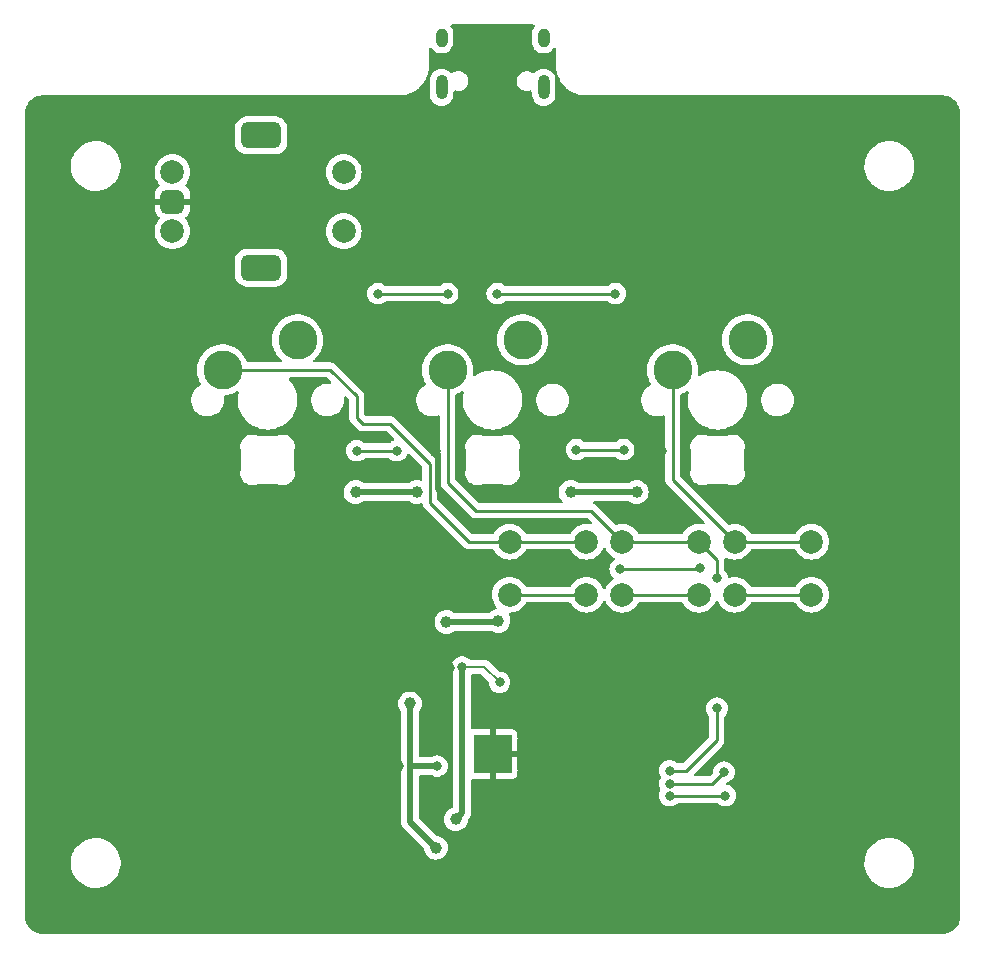
<source format=gbr>
%TF.GenerationSoftware,KiCad,Pcbnew,(6.0.9)*%
%TF.CreationDate,2022-12-02T19:50:30+08:00*%
%TF.ProjectId,sharkpad rev2,73686172-6b70-4616-9420-726576322e6b,rev?*%
%TF.SameCoordinates,Original*%
%TF.FileFunction,Copper,L1,Top*%
%TF.FilePolarity,Positive*%
%FSLAX46Y46*%
G04 Gerber Fmt 4.6, Leading zero omitted, Abs format (unit mm)*
G04 Created by KiCad (PCBNEW (6.0.9)) date 2022-12-02 19:50:30*
%MOMM*%
%LPD*%
G01*
G04 APERTURE LIST*
G04 Aperture macros list*
%AMRoundRect*
0 Rectangle with rounded corners*
0 $1 Rounding radius*
0 $2 $3 $4 $5 $6 $7 $8 $9 X,Y pos of 4 corners*
0 Add a 4 corners polygon primitive as box body*
4,1,4,$2,$3,$4,$5,$6,$7,$8,$9,$2,$3,0*
0 Add four circle primitives for the rounded corners*
1,1,$1+$1,$2,$3*
1,1,$1+$1,$4,$5*
1,1,$1+$1,$6,$7*
1,1,$1+$1,$8,$9*
0 Add four rect primitives between the rounded corners*
20,1,$1+$1,$2,$3,$4,$5,0*
20,1,$1+$1,$4,$5,$6,$7,0*
20,1,$1+$1,$6,$7,$8,$9,0*
20,1,$1+$1,$8,$9,$2,$3,0*%
G04 Aperture macros list end*
%TA.AperFunction,ComponentPad*%
%ADD10C,2.000000*%
%TD*%
%TA.AperFunction,ComponentPad*%
%ADD11RoundRect,0.500000X-0.500000X-0.500000X0.500000X-0.500000X0.500000X0.500000X-0.500000X0.500000X0*%
%TD*%
%TA.AperFunction,ComponentPad*%
%ADD12RoundRect,0.550000X-1.150000X-0.550000X1.150000X-0.550000X1.150000X0.550000X-1.150000X0.550000X0*%
%TD*%
%TA.AperFunction,ComponentPad*%
%ADD13O,1.000000X1.600000*%
%TD*%
%TA.AperFunction,ComponentPad*%
%ADD14O,1.000000X2.100000*%
%TD*%
%TA.AperFunction,ComponentPad*%
%ADD15C,3.300000*%
%TD*%
%TA.AperFunction,ComponentPad*%
%ADD16C,0.500000*%
%TD*%
%TA.AperFunction,SMDPad,CuDef*%
%ADD17R,3.200000X3.200000*%
%TD*%
%TA.AperFunction,ViaPad*%
%ADD18C,1.000000*%
%TD*%
%TA.AperFunction,ViaPad*%
%ADD19C,0.800000*%
%TD*%
%TA.AperFunction,Conductor*%
%ADD20C,0.500000*%
%TD*%
%TA.AperFunction,Conductor*%
%ADD21C,0.200000*%
%TD*%
%TA.AperFunction,Conductor*%
%ADD22C,0.250000*%
%TD*%
G04 APERTURE END LIST*
D10*
%TO.P,SW7,A,A*%
%TO.N,/ROTA*%
X87000000Y-68900000D03*
%TO.P,SW7,B,B*%
%TO.N,/ROTB*%
X87000000Y-73900000D03*
D11*
%TO.P,SW7,C,C*%
%TO.N,GND*%
X87000000Y-71400000D03*
D12*
%TO.P,SW7,MP*%
%TO.N,N/C*%
X94500000Y-65800000D03*
X94500000Y-77000000D03*
D10*
%TO.P,SW7,S1,S1*%
%TO.N,Net-(D11-Pad2)*%
X101500000Y-73900000D03*
%TO.P,SW7,S2,S2*%
%TO.N,/COL3*%
X101500000Y-68900000D03*
%TD*%
%TO.P,SW6,1,1*%
%TO.N,/COL2*%
X141100000Y-100200000D03*
X134600000Y-100200000D03*
%TO.P,SW6,2,2*%
%TO.N,Net-(D3-Pad2)*%
X141100000Y-104700000D03*
X134600000Y-104700000D03*
%TD*%
%TO.P,SW2,1,1*%
%TO.N,/COL0*%
X115550000Y-100200000D03*
X122050000Y-100200000D03*
%TO.P,SW2,2,2*%
%TO.N,Net-(D10-Pad2)*%
X122050000Y-104700000D03*
X115550000Y-104700000D03*
%TD*%
%TO.P,SW4,1,1*%
%TO.N,/COL1*%
X131575000Y-100200000D03*
X125075000Y-100200000D03*
%TO.P,SW4,2,2*%
%TO.N,Net-(D7-Pad2)*%
X125075000Y-104700000D03*
X131575000Y-104700000D03*
%TD*%
D13*
%TO.P,J1,S1,SHIELD*%
%TO.N,unconnected-(J1-PadS1)*%
X109780000Y-57550000D03*
D14*
X118420000Y-61730000D03*
X109780000Y-61730000D03*
D13*
X118420000Y-57550000D03*
%TD*%
D15*
%TO.P,SW3,1,1*%
%TO.N,/COL1*%
X110290000Y-85660000D03*
%TO.P,SW3,2,2*%
%TO.N,Net-(D6-Pad2)*%
X116640000Y-83120000D03*
%TD*%
%TO.P,SW1,1,1*%
%TO.N,/COL0*%
X91240000Y-85660000D03*
%TO.P,SW1,2,2*%
%TO.N,Net-(D2-Pad2)*%
X97590000Y-83120000D03*
%TD*%
%TO.P,SW5,1,1*%
%TO.N,/COL2*%
X129340000Y-85660000D03*
%TO.P,SW5,2,2*%
%TO.N,Net-(D9-Pad2)*%
X135690000Y-83120000D03*
%TD*%
D16*
%TO.P,U1,57,GND*%
%TO.N,GND*%
X115450000Y-119550000D03*
X112750000Y-116850000D03*
D17*
X114100000Y-118200000D03*
D16*
X115450000Y-116850000D03*
X112750000Y-119550000D03*
%TD*%
D18*
%TO.N,GND*%
X106100000Y-119200000D03*
X116500000Y-124200000D03*
X111400000Y-68200000D03*
X116900000Y-109700000D03*
D19*
X97800000Y-99800000D03*
D18*
X110400000Y-64200000D03*
X114000000Y-126400000D03*
X111800000Y-125900000D03*
X120934668Y-119134668D03*
X115800000Y-129600000D03*
X121300000Y-76100000D03*
D19*
X115700000Y-66400000D03*
D18*
X122100000Y-115900000D03*
X139500000Y-94900000D03*
D19*
X113000000Y-98900000D03*
D18*
X109700000Y-114600000D03*
X110900000Y-65500000D03*
X129600000Y-112800000D03*
X90100000Y-92500000D03*
X89400000Y-71400000D03*
D19*
X129000000Y-81400000D03*
D18*
X115800000Y-108900000D03*
X128400000Y-92500000D03*
X109200000Y-110900000D03*
X122600000Y-70100000D03*
X117700000Y-114600000D03*
X109200000Y-92500000D03*
X129000000Y-111200000D03*
X110400000Y-110900000D03*
X116200000Y-75800000D03*
X117499500Y-64200000D03*
D19*
X105400000Y-106100000D03*
D18*
X122600000Y-73600000D03*
X120200000Y-122700000D03*
D19*
%TO.N,+1V1*%
X114700000Y-112100000D03*
X111500000Y-110800000D03*
D18*
X111000000Y-123700000D03*
%TO.N,+3V3*%
X114600000Y-106900000D03*
X110200000Y-107000000D03*
D19*
X109400000Y-119200000D03*
D18*
X107100000Y-113900000D03*
X109300000Y-126100000D03*
%TO.N,+5V*%
X126300000Y-96000000D03*
X107700000Y-96000000D03*
X102500000Y-96000000D03*
X120700000Y-96000000D03*
D19*
%TO.N,/ROW0*%
X124500000Y-79200000D03*
X110300000Y-79200000D03*
X104400000Y-79200000D03*
X114500000Y-79200000D03*
%TO.N,/ROW1*%
X129100000Y-120700000D03*
X131700000Y-102400000D03*
X133700000Y-119700000D03*
X124900000Y-102500000D03*
%TO.N,/COL1*%
X129100000Y-119600000D03*
X133100000Y-103300000D03*
X133100000Y-114300000D03*
%TO.N,/COL2*%
X133800000Y-121700000D03*
X129100000Y-121700000D03*
%TO.N,/1_TO_2*%
X106000000Y-92500000D03*
X102600000Y-92500000D03*
%TO.N,/2_TO_3*%
X125200000Y-92400000D03*
X121200000Y-92400000D03*
%TD*%
D20*
%TO.N,GND*%
X112700000Y-98900000D02*
X113000000Y-98900000D01*
X109200000Y-92500000D02*
X109500000Y-92800000D01*
X109500000Y-95700000D02*
X112700000Y-98900000D01*
X109500000Y-92800000D02*
X109500000Y-95700000D01*
%TO.N,+1V1*%
X111500000Y-123200000D02*
X111000000Y-123700000D01*
D21*
X113400000Y-110800000D02*
X111500000Y-110800000D01*
D20*
X111500000Y-110800000D02*
X111500000Y-123200000D01*
D21*
X114700000Y-112100000D02*
X113400000Y-110800000D01*
D20*
%TO.N,+3V3*%
X107100000Y-119300000D02*
X107200000Y-119200000D01*
X109300000Y-126100000D02*
X107100000Y-123900000D01*
X110200000Y-107000000D02*
X114500000Y-107000000D01*
X114500000Y-107000000D02*
X114600000Y-106900000D01*
X107100000Y-119300000D02*
X107100000Y-113900000D01*
X107200000Y-119200000D02*
X109400000Y-119200000D01*
X107100000Y-123900000D02*
X107100000Y-119300000D01*
%TO.N,+5V*%
X107700000Y-96000000D02*
X102500000Y-96000000D01*
X126300000Y-96000000D02*
X120700000Y-96000000D01*
D22*
%TO.N,/ROW0*%
X124500000Y-79200000D02*
X114500000Y-79200000D01*
X110300000Y-79200000D02*
X104400000Y-79200000D01*
%TO.N,/ROW1*%
X133700000Y-119700000D02*
X132700000Y-120700000D01*
X132700000Y-120700000D02*
X129100000Y-120700000D01*
X124900000Y-102500000D02*
X131600000Y-102500000D01*
X131600000Y-102500000D02*
X131700000Y-102400000D01*
%TO.N,Net-(D7-Pad2)*%
X125075000Y-104700000D02*
X131575000Y-104700000D01*
%TO.N,/COL0*%
X122050000Y-100200000D02*
X115550000Y-100200000D01*
X108800000Y-96900000D02*
X112100000Y-100200000D01*
X100360000Y-85660000D02*
X102600000Y-87900000D01*
X103100000Y-90200000D02*
X105400000Y-90200000D01*
X112100000Y-100200000D02*
X115550000Y-100200000D01*
X102600000Y-89700000D02*
X103100000Y-90200000D01*
X105400000Y-90200000D02*
X108800000Y-93600000D01*
X91240000Y-85660000D02*
X100360000Y-85660000D01*
X108800000Y-93600000D02*
X108800000Y-96900000D01*
X102600000Y-87900000D02*
X102600000Y-89700000D01*
%TO.N,/COL1*%
X130500000Y-119600000D02*
X129100000Y-119600000D01*
X110290000Y-95190000D02*
X110290000Y-85660000D01*
X131575000Y-100200000D02*
X133100000Y-101725000D01*
X122475000Y-97600000D02*
X112700000Y-97600000D01*
X125075000Y-100200000D02*
X122475000Y-97600000D01*
X112700000Y-97600000D02*
X110290000Y-95190000D01*
X133100000Y-114300000D02*
X133100000Y-117000000D01*
X133100000Y-117000000D02*
X130500000Y-119600000D01*
X125075000Y-100200000D02*
X131575000Y-100200000D01*
X133100000Y-101725000D02*
X133100000Y-103300000D01*
%TO.N,/COL2*%
X133800000Y-121700000D02*
X129100000Y-121700000D01*
X134600000Y-100200000D02*
X129340000Y-94940000D01*
X129340000Y-94940000D02*
X129340000Y-85660000D01*
X134600000Y-100200000D02*
X141100000Y-100200000D01*
%TO.N,/1_TO_2*%
X102600000Y-92500000D02*
X106000000Y-92500000D01*
%TO.N,/2_TO_3*%
X121200000Y-92400000D02*
X125200000Y-92400000D01*
%TO.N,Net-(D3-Pad2)*%
X141100000Y-104700000D02*
X134600000Y-104700000D01*
%TO.N,Net-(D10-Pad2)*%
X122050000Y-104700000D02*
X115550000Y-104700000D01*
%TD*%
%TA.AperFunction,Conductor*%
%TO.N,GND*%
G36*
X117607456Y-56428502D02*
G01*
X117653949Y-56482158D01*
X117664053Y-56552432D01*
X117635858Y-56615489D01*
X117583846Y-56677474D01*
X117580879Y-56682872D01*
X117580875Y-56682877D01*
X117577397Y-56689204D01*
X117488567Y-56850787D01*
X117486706Y-56856654D01*
X117486705Y-56856656D01*
X117468974Y-56912552D01*
X117428765Y-57039306D01*
X117411500Y-57193227D01*
X117411500Y-57899769D01*
X117411800Y-57902825D01*
X117411800Y-57902832D01*
X117412530Y-57910273D01*
X117425920Y-58046833D01*
X117483084Y-58236169D01*
X117575934Y-58410796D01*
X117610223Y-58452838D01*
X117697040Y-58559287D01*
X117697043Y-58559290D01*
X117700935Y-58564062D01*
X117705682Y-58567989D01*
X117705684Y-58567991D01*
X117848575Y-58686201D01*
X117848579Y-58686203D01*
X117853325Y-58690130D01*
X118027299Y-58784198D01*
X118216232Y-58842682D01*
X118222357Y-58843326D01*
X118222358Y-58843326D01*
X118406796Y-58862711D01*
X118406798Y-58862711D01*
X118412925Y-58863355D01*
X118495424Y-58855847D01*
X118603749Y-58845989D01*
X118603752Y-58845988D01*
X118609888Y-58845430D01*
X118615794Y-58843692D01*
X118615798Y-58843691D01*
X118720924Y-58812751D01*
X118799619Y-58789590D01*
X118805077Y-58786737D01*
X118805081Y-58786735D01*
X118895853Y-58739280D01*
X118974890Y-58697960D01*
X119129025Y-58574032D01*
X119256154Y-58422526D01*
X119259125Y-58417121D01*
X119261538Y-58413598D01*
X119316530Y-58368694D01*
X119387069Y-58360648D01*
X119450760Y-58392016D01*
X119487382Y-58452838D01*
X119491500Y-58484788D01*
X119491500Y-59850633D01*
X119490000Y-59870018D01*
X119487690Y-59884851D01*
X119487690Y-59884855D01*
X119486309Y-59893724D01*
X119487130Y-59900000D01*
X119486915Y-59900000D01*
X119487391Y-59907872D01*
X119487391Y-59907873D01*
X119504405Y-60189140D01*
X119505238Y-60202919D01*
X119559941Y-60501421D01*
X119561073Y-60505053D01*
X119561073Y-60505054D01*
X119594481Y-60612264D01*
X119650225Y-60791152D01*
X119651787Y-60794622D01*
X119651789Y-60794628D01*
X119695324Y-60891359D01*
X119774774Y-61067889D01*
X119776743Y-61071146D01*
X119776745Y-61071150D01*
X119824469Y-61150094D01*
X119931772Y-61327595D01*
X119934124Y-61330597D01*
X119934126Y-61330600D01*
X119980628Y-61389955D01*
X120118929Y-61566484D01*
X120333516Y-61781071D01*
X120438261Y-61863133D01*
X120558809Y-61957576D01*
X120572405Y-61968228D01*
X120680264Y-62033431D01*
X120828850Y-62123255D01*
X120828854Y-62123257D01*
X120832111Y-62125226D01*
X120970479Y-62187500D01*
X121105372Y-62248211D01*
X121105378Y-62248213D01*
X121108848Y-62249775D01*
X121398579Y-62340059D01*
X121697081Y-62394762D01*
X121700875Y-62394991D01*
X121700879Y-62394992D01*
X121833283Y-62403001D01*
X121969159Y-62411220D01*
X121982446Y-62412735D01*
X121987448Y-62413576D01*
X121993724Y-62413653D01*
X121995140Y-62413670D01*
X121995143Y-62413670D01*
X122000000Y-62413729D01*
X122027624Y-62409773D01*
X122045486Y-62408500D01*
X152150633Y-62408500D01*
X152170018Y-62410000D01*
X152184851Y-62412310D01*
X152184855Y-62412310D01*
X152193724Y-62413691D01*
X152208981Y-62411696D01*
X152234302Y-62410953D01*
X152403285Y-62423039D01*
X152421064Y-62425596D01*
X152611392Y-62466999D01*
X152628641Y-62472063D01*
X152811150Y-62540136D01*
X152827502Y-62547604D01*
X152998458Y-62640952D01*
X153013582Y-62650672D01*
X153169514Y-62767402D01*
X153183100Y-62779175D01*
X153320825Y-62916900D01*
X153332598Y-62930486D01*
X153449328Y-63086418D01*
X153459048Y-63101542D01*
X153552396Y-63272498D01*
X153559864Y-63288850D01*
X153627937Y-63471359D01*
X153633001Y-63488607D01*
X153674404Y-63678936D01*
X153676962Y-63696721D01*
X153688540Y-63858601D01*
X153687793Y-63876565D01*
X153687692Y-63884845D01*
X153686309Y-63893724D01*
X153687474Y-63902630D01*
X153690436Y-63925283D01*
X153691500Y-63941621D01*
X153691500Y-131850633D01*
X153690000Y-131870018D01*
X153687690Y-131884851D01*
X153687690Y-131884855D01*
X153686309Y-131893724D01*
X153688136Y-131907693D01*
X153688304Y-131908976D01*
X153689047Y-131934305D01*
X153676962Y-132103279D01*
X153674404Y-132121064D01*
X153656598Y-132202919D01*
X153633001Y-132311392D01*
X153627937Y-132328641D01*
X153559864Y-132511150D01*
X153552396Y-132527502D01*
X153459048Y-132698458D01*
X153449328Y-132713582D01*
X153332598Y-132869514D01*
X153320825Y-132883100D01*
X153183100Y-133020825D01*
X153169514Y-133032598D01*
X153013582Y-133149328D01*
X152998458Y-133159048D01*
X152827502Y-133252396D01*
X152811150Y-133259864D01*
X152628641Y-133327937D01*
X152611393Y-133333001D01*
X152421064Y-133374404D01*
X152403285Y-133376961D01*
X152241395Y-133388540D01*
X152223435Y-133387793D01*
X152215155Y-133387692D01*
X152206276Y-133386309D01*
X152174714Y-133390436D01*
X152158379Y-133391500D01*
X76049367Y-133391500D01*
X76029982Y-133390000D01*
X76015149Y-133387690D01*
X76015145Y-133387690D01*
X76006276Y-133386309D01*
X75991019Y-133388304D01*
X75965698Y-133389047D01*
X75796715Y-133376961D01*
X75778936Y-133374404D01*
X75588607Y-133333001D01*
X75571359Y-133327937D01*
X75388850Y-133259864D01*
X75372498Y-133252396D01*
X75201542Y-133159048D01*
X75186418Y-133149328D01*
X75030486Y-133032598D01*
X75016900Y-133020825D01*
X74879175Y-132883100D01*
X74867402Y-132869514D01*
X74750672Y-132713582D01*
X74740952Y-132698458D01*
X74647604Y-132527502D01*
X74640136Y-132511150D01*
X74572063Y-132328641D01*
X74566999Y-132311392D01*
X74543402Y-132202919D01*
X74525596Y-132121064D01*
X74523038Y-132103278D01*
X74511719Y-131945012D01*
X74512805Y-131922245D01*
X74512334Y-131922203D01*
X74512770Y-131917345D01*
X74513576Y-131912552D01*
X74513729Y-131900000D01*
X74509773Y-131872376D01*
X74508500Y-131854514D01*
X74508500Y-127532703D01*
X78390743Y-127532703D01*
X78428268Y-127817734D01*
X78504129Y-128095036D01*
X78616923Y-128359476D01*
X78764561Y-128606161D01*
X78944313Y-128830528D01*
X79152851Y-129028423D01*
X79386317Y-129196186D01*
X79390112Y-129198195D01*
X79390113Y-129198196D01*
X79411869Y-129209715D01*
X79640392Y-129330712D01*
X79910373Y-129429511D01*
X80191264Y-129490755D01*
X80219841Y-129493004D01*
X80414282Y-129508307D01*
X80414291Y-129508307D01*
X80416739Y-129508500D01*
X80572271Y-129508500D01*
X80574407Y-129508354D01*
X80574418Y-129508354D01*
X80782548Y-129494165D01*
X80782554Y-129494164D01*
X80786825Y-129493873D01*
X80791020Y-129493004D01*
X80791022Y-129493004D01*
X80927584Y-129464723D01*
X81068342Y-129435574D01*
X81339343Y-129339607D01*
X81594812Y-129207750D01*
X81598313Y-129205289D01*
X81598317Y-129205287D01*
X81712418Y-129125095D01*
X81830023Y-129042441D01*
X82040622Y-128846740D01*
X82222713Y-128624268D01*
X82372927Y-128379142D01*
X82488483Y-128115898D01*
X82567244Y-127839406D01*
X82607751Y-127554784D01*
X82607845Y-127536951D01*
X82607867Y-127532703D01*
X145590743Y-127532703D01*
X145628268Y-127817734D01*
X145704129Y-128095036D01*
X145816923Y-128359476D01*
X145964561Y-128606161D01*
X146144313Y-128830528D01*
X146352851Y-129028423D01*
X146586317Y-129196186D01*
X146590112Y-129198195D01*
X146590113Y-129198196D01*
X146611869Y-129209715D01*
X146840392Y-129330712D01*
X147110373Y-129429511D01*
X147391264Y-129490755D01*
X147419841Y-129493004D01*
X147614282Y-129508307D01*
X147614291Y-129508307D01*
X147616739Y-129508500D01*
X147772271Y-129508500D01*
X147774407Y-129508354D01*
X147774418Y-129508354D01*
X147982548Y-129494165D01*
X147982554Y-129494164D01*
X147986825Y-129493873D01*
X147991020Y-129493004D01*
X147991022Y-129493004D01*
X148127584Y-129464723D01*
X148268342Y-129435574D01*
X148539343Y-129339607D01*
X148794812Y-129207750D01*
X148798313Y-129205289D01*
X148798317Y-129205287D01*
X148912417Y-129125096D01*
X149030023Y-129042441D01*
X149240622Y-128846740D01*
X149422713Y-128624268D01*
X149572927Y-128379142D01*
X149688483Y-128115898D01*
X149767244Y-127839406D01*
X149807751Y-127554784D01*
X149807845Y-127536951D01*
X149809235Y-127271583D01*
X149809235Y-127271576D01*
X149809257Y-127267297D01*
X149771732Y-126982266D01*
X149695871Y-126704964D01*
X149583077Y-126440524D01*
X149435439Y-126193839D01*
X149255687Y-125969472D01*
X149047149Y-125771577D01*
X148813683Y-125603814D01*
X148791843Y-125592250D01*
X148691656Y-125539204D01*
X148559608Y-125469288D01*
X148344892Y-125390713D01*
X148293658Y-125371964D01*
X148293656Y-125371963D01*
X148289627Y-125370489D01*
X148008736Y-125309245D01*
X147977685Y-125306801D01*
X147785718Y-125291693D01*
X147785709Y-125291693D01*
X147783261Y-125291500D01*
X147627729Y-125291500D01*
X147625593Y-125291646D01*
X147625582Y-125291646D01*
X147417452Y-125305835D01*
X147417446Y-125305836D01*
X147413175Y-125306127D01*
X147408980Y-125306996D01*
X147408978Y-125306996D01*
X147272417Y-125335276D01*
X147131658Y-125364426D01*
X146860657Y-125460393D01*
X146605188Y-125592250D01*
X146601687Y-125594711D01*
X146601683Y-125594713D01*
X146591594Y-125601804D01*
X146369977Y-125757559D01*
X146159378Y-125953260D01*
X145977287Y-126175732D01*
X145827073Y-126420858D01*
X145825347Y-126424791D01*
X145825346Y-126424792D01*
X145789555Y-126506326D01*
X145711517Y-126684102D01*
X145632756Y-126960594D01*
X145592249Y-127245216D01*
X145592227Y-127249505D01*
X145592226Y-127249512D01*
X145590765Y-127528417D01*
X145590743Y-127532703D01*
X82607867Y-127532703D01*
X82609235Y-127271583D01*
X82609235Y-127271576D01*
X82609257Y-127267297D01*
X82571732Y-126982266D01*
X82495871Y-126704964D01*
X82383077Y-126440524D01*
X82235439Y-126193839D01*
X82055687Y-125969472D01*
X81847149Y-125771577D01*
X81613683Y-125603814D01*
X81591843Y-125592250D01*
X81491656Y-125539204D01*
X81359608Y-125469288D01*
X81144892Y-125390713D01*
X81093658Y-125371964D01*
X81093656Y-125371963D01*
X81089627Y-125370489D01*
X80808736Y-125309245D01*
X80777685Y-125306801D01*
X80585718Y-125291693D01*
X80585709Y-125291693D01*
X80583261Y-125291500D01*
X80427729Y-125291500D01*
X80425593Y-125291646D01*
X80425582Y-125291646D01*
X80217452Y-125305835D01*
X80217446Y-125305836D01*
X80213175Y-125306127D01*
X80208980Y-125306996D01*
X80208978Y-125306996D01*
X80072417Y-125335276D01*
X79931658Y-125364426D01*
X79660657Y-125460393D01*
X79405188Y-125592250D01*
X79401687Y-125594711D01*
X79401683Y-125594713D01*
X79391594Y-125601804D01*
X79169977Y-125757559D01*
X78959378Y-125953260D01*
X78777287Y-126175732D01*
X78627073Y-126420858D01*
X78625347Y-126424791D01*
X78625346Y-126424792D01*
X78589555Y-126506326D01*
X78511517Y-126684102D01*
X78432756Y-126960594D01*
X78392249Y-127245216D01*
X78392227Y-127249505D01*
X78392226Y-127249512D01*
X78390765Y-127528417D01*
X78390743Y-127532703D01*
X74508500Y-127532703D01*
X74508500Y-113885851D01*
X106086719Y-113885851D01*
X106103268Y-114082934D01*
X106157783Y-114273050D01*
X106248187Y-114448956D01*
X106252010Y-114453780D01*
X106252013Y-114453784D01*
X106314246Y-114532303D01*
X106340883Y-114598113D01*
X106341500Y-114610567D01*
X106341500Y-119212059D01*
X106341001Y-119223260D01*
X106340850Y-119224950D01*
X106339360Y-119232115D01*
X106339558Y-119239430D01*
X106341454Y-119309521D01*
X106341500Y-119312928D01*
X106341500Y-123832930D01*
X106340067Y-123851880D01*
X106336801Y-123873349D01*
X106337394Y-123880641D01*
X106337394Y-123880644D01*
X106341085Y-123926018D01*
X106341500Y-123936233D01*
X106341500Y-123944293D01*
X106341925Y-123947937D01*
X106344789Y-123972507D01*
X106345222Y-123976882D01*
X106351140Y-124049637D01*
X106353396Y-124056601D01*
X106354587Y-124062560D01*
X106355971Y-124068415D01*
X106356818Y-124075681D01*
X106381735Y-124144327D01*
X106383152Y-124148455D01*
X106405649Y-124217899D01*
X106409445Y-124224154D01*
X106411951Y-124229628D01*
X106414670Y-124235058D01*
X106417167Y-124241937D01*
X106421180Y-124248057D01*
X106421180Y-124248058D01*
X106457186Y-124302976D01*
X106459523Y-124306680D01*
X106497405Y-124369107D01*
X106501121Y-124373315D01*
X106501122Y-124373316D01*
X106504803Y-124377484D01*
X106504776Y-124377508D01*
X106507429Y-124380500D01*
X106510132Y-124383733D01*
X106514144Y-124389852D01*
X106555677Y-124429197D01*
X106570383Y-124443128D01*
X106572825Y-124445506D01*
X107419013Y-125291693D01*
X108260856Y-126133536D01*
X108294881Y-126195848D01*
X108297319Y-126212088D01*
X108303268Y-126282934D01*
X108304967Y-126288858D01*
X108349590Y-126444476D01*
X108357783Y-126473050D01*
X108448187Y-126648956D01*
X108571035Y-126803953D01*
X108721650Y-126932136D01*
X108894294Y-127028624D01*
X109082392Y-127089740D01*
X109278777Y-127113158D01*
X109284912Y-127112686D01*
X109284914Y-127112686D01*
X109469830Y-127098457D01*
X109469834Y-127098456D01*
X109475972Y-127097984D01*
X109666463Y-127044798D01*
X109671967Y-127042018D01*
X109671969Y-127042017D01*
X109837495Y-126958404D01*
X109837497Y-126958403D01*
X109842996Y-126955625D01*
X109998847Y-126833861D01*
X110110108Y-126704964D01*
X110124049Y-126688813D01*
X110124050Y-126688811D01*
X110128078Y-126684145D01*
X110225769Y-126512179D01*
X110288197Y-126324513D01*
X110312985Y-126128295D01*
X110313380Y-126100000D01*
X110294080Y-125903167D01*
X110236916Y-125713831D01*
X110144066Y-125539204D01*
X110073709Y-125452938D01*
X110022960Y-125390713D01*
X110022957Y-125390710D01*
X110019065Y-125385938D01*
X110014316Y-125382009D01*
X109871425Y-125263799D01*
X109871421Y-125263797D01*
X109866675Y-125259870D01*
X109692701Y-125165802D01*
X109503768Y-125107318D01*
X109497646Y-125106675D01*
X109497643Y-125106674D01*
X109452878Y-125101969D01*
X109409836Y-125097446D01*
X109344180Y-125070433D01*
X109333912Y-125061231D01*
X107958532Y-123685851D01*
X109986719Y-123685851D01*
X109987235Y-123691995D01*
X110001856Y-123866115D01*
X110003268Y-123882934D01*
X110021907Y-123947937D01*
X110048977Y-124042339D01*
X110057783Y-124073050D01*
X110148187Y-124248956D01*
X110271035Y-124403953D01*
X110275728Y-124407947D01*
X110275729Y-124407948D01*
X110317066Y-124443128D01*
X110421650Y-124532136D01*
X110594294Y-124628624D01*
X110782392Y-124689740D01*
X110978777Y-124713158D01*
X110984912Y-124712686D01*
X110984914Y-124712686D01*
X111169830Y-124698457D01*
X111169834Y-124698456D01*
X111175972Y-124697984D01*
X111366463Y-124644798D01*
X111371967Y-124642018D01*
X111371969Y-124642017D01*
X111537495Y-124558404D01*
X111537497Y-124558403D01*
X111542996Y-124555625D01*
X111698847Y-124433861D01*
X111792489Y-124325376D01*
X111824049Y-124288813D01*
X111824050Y-124288811D01*
X111828078Y-124284145D01*
X111925769Y-124112179D01*
X111988197Y-123924513D01*
X111998563Y-123842460D01*
X112002433Y-123811823D01*
X112031414Y-123746036D01*
X112055035Y-123718232D01*
X112061965Y-123710716D01*
X112067661Y-123705020D01*
X112069924Y-123702159D01*
X112069929Y-123702154D01*
X112085293Y-123682734D01*
X112088082Y-123679333D01*
X112089743Y-123677378D01*
X112135333Y-123623715D01*
X112138659Y-123617202D01*
X112142020Y-123612163D01*
X112145196Y-123607021D01*
X112149734Y-123601284D01*
X112180655Y-123535125D01*
X112182561Y-123531225D01*
X112215769Y-123466192D01*
X112217508Y-123459083D01*
X112219604Y-123453449D01*
X112221523Y-123447679D01*
X112224622Y-123441050D01*
X112239491Y-123369565D01*
X112240461Y-123365282D01*
X112257808Y-123294390D01*
X112258500Y-123283236D01*
X112258535Y-123283238D01*
X112258775Y-123279266D01*
X112259152Y-123275045D01*
X112260641Y-123267885D01*
X112258546Y-123190458D01*
X112258500Y-123187050D01*
X112258500Y-121700000D01*
X128186496Y-121700000D01*
X128206458Y-121889928D01*
X128265473Y-122071556D01*
X128360960Y-122236944D01*
X128488747Y-122378866D01*
X128643248Y-122491118D01*
X128649276Y-122493802D01*
X128649278Y-122493803D01*
X128811681Y-122566109D01*
X128817712Y-122568794D01*
X128911113Y-122588647D01*
X128998056Y-122607128D01*
X128998061Y-122607128D01*
X129004513Y-122608500D01*
X129195487Y-122608500D01*
X129201939Y-122607128D01*
X129201944Y-122607128D01*
X129288887Y-122588647D01*
X129382288Y-122568794D01*
X129388319Y-122566109D01*
X129550722Y-122493803D01*
X129550724Y-122493802D01*
X129556752Y-122491118D01*
X129711253Y-122378866D01*
X129715668Y-122373963D01*
X129720580Y-122369540D01*
X129721705Y-122370789D01*
X129775014Y-122337949D01*
X129808200Y-122333500D01*
X133091800Y-122333500D01*
X133159921Y-122353502D01*
X133179147Y-122369843D01*
X133179420Y-122369540D01*
X133184332Y-122373963D01*
X133188747Y-122378866D01*
X133343248Y-122491118D01*
X133349276Y-122493802D01*
X133349278Y-122493803D01*
X133511681Y-122566109D01*
X133517712Y-122568794D01*
X133611113Y-122588647D01*
X133698056Y-122607128D01*
X133698061Y-122607128D01*
X133704513Y-122608500D01*
X133895487Y-122608500D01*
X133901939Y-122607128D01*
X133901944Y-122607128D01*
X133988887Y-122588647D01*
X134082288Y-122568794D01*
X134088319Y-122566109D01*
X134250722Y-122493803D01*
X134250724Y-122493802D01*
X134256752Y-122491118D01*
X134411253Y-122378866D01*
X134539040Y-122236944D01*
X134634527Y-122071556D01*
X134693542Y-121889928D01*
X134713504Y-121700000D01*
X134693542Y-121510072D01*
X134634527Y-121328444D01*
X134539040Y-121163056D01*
X134411253Y-121021134D01*
X134256752Y-120908882D01*
X134250724Y-120906198D01*
X134250722Y-120906197D01*
X134088319Y-120833891D01*
X134088318Y-120833891D01*
X134082288Y-120831206D01*
X134010534Y-120815954D01*
X133992219Y-120812061D01*
X133929745Y-120778332D01*
X133895424Y-120716183D01*
X133900152Y-120645344D01*
X133942428Y-120588306D01*
X133978155Y-120569672D01*
X133982288Y-120568794D01*
X134099440Y-120516635D01*
X134150722Y-120493803D01*
X134150724Y-120493802D01*
X134156752Y-120491118D01*
X134311253Y-120378866D01*
X134361806Y-120322721D01*
X134434621Y-120241852D01*
X134434622Y-120241851D01*
X134439040Y-120236944D01*
X134513197Y-120108500D01*
X134531223Y-120077279D01*
X134531224Y-120077278D01*
X134534527Y-120071556D01*
X134593542Y-119889928D01*
X134597583Y-119851486D01*
X134612814Y-119706565D01*
X134613504Y-119700000D01*
X134600606Y-119577279D01*
X134594232Y-119516635D01*
X134594232Y-119516633D01*
X134593542Y-119510072D01*
X134534527Y-119328444D01*
X134439040Y-119163056D01*
X134311253Y-119021134D01*
X134208526Y-118946498D01*
X134162094Y-118912763D01*
X134162093Y-118912762D01*
X134156752Y-118908882D01*
X134150724Y-118906198D01*
X134150722Y-118906197D01*
X133988319Y-118833891D01*
X133988318Y-118833891D01*
X133982288Y-118831206D01*
X133888887Y-118811353D01*
X133801944Y-118792872D01*
X133801939Y-118792872D01*
X133795487Y-118791500D01*
X133604513Y-118791500D01*
X133598061Y-118792872D01*
X133598056Y-118792872D01*
X133511113Y-118811353D01*
X133417712Y-118831206D01*
X133411682Y-118833891D01*
X133411681Y-118833891D01*
X133249278Y-118906197D01*
X133249276Y-118906198D01*
X133243248Y-118908882D01*
X133237907Y-118912762D01*
X133237906Y-118912763D01*
X133191474Y-118946498D01*
X133088747Y-119021134D01*
X132960960Y-119163056D01*
X132865473Y-119328444D01*
X132806458Y-119510072D01*
X132805768Y-119516633D01*
X132805768Y-119516635D01*
X132789093Y-119675292D01*
X132762080Y-119740949D01*
X132752878Y-119751218D01*
X132474499Y-120029596D01*
X132412187Y-120063621D01*
X132385404Y-120066500D01*
X131233594Y-120066500D01*
X131165473Y-120046498D01*
X131118980Y-119992842D01*
X131108876Y-119922568D01*
X131138370Y-119857988D01*
X131144499Y-119851405D01*
X133492247Y-117503657D01*
X133500537Y-117496113D01*
X133507018Y-117492000D01*
X133553659Y-117442332D01*
X133556413Y-117439491D01*
X133576134Y-117419770D01*
X133578612Y-117416575D01*
X133586318Y-117407553D01*
X133611158Y-117381101D01*
X133616586Y-117375321D01*
X133626346Y-117357568D01*
X133637199Y-117341045D01*
X133644753Y-117331306D01*
X133649613Y-117325041D01*
X133667176Y-117284457D01*
X133672383Y-117273827D01*
X133693695Y-117235060D01*
X133695666Y-117227383D01*
X133695668Y-117227378D01*
X133698732Y-117215442D01*
X133705138Y-117196730D01*
X133710033Y-117185419D01*
X133713181Y-117178145D01*
X133714421Y-117170317D01*
X133714423Y-117170310D01*
X133720099Y-117134476D01*
X133722505Y-117122856D01*
X133731528Y-117087711D01*
X133731528Y-117087710D01*
X133733500Y-117080030D01*
X133733500Y-117059776D01*
X133735051Y-117040065D01*
X133736980Y-117027886D01*
X133738220Y-117020057D01*
X133734059Y-116976038D01*
X133733500Y-116964181D01*
X133733500Y-115002524D01*
X133753502Y-114934403D01*
X133765858Y-114918221D01*
X133839040Y-114836944D01*
X133934527Y-114671556D01*
X133993542Y-114489928D01*
X134013504Y-114300000D01*
X133993542Y-114110072D01*
X133934527Y-113928444D01*
X133839040Y-113763056D01*
X133711253Y-113621134D01*
X133612157Y-113549136D01*
X133562094Y-113512763D01*
X133562093Y-113512762D01*
X133556752Y-113508882D01*
X133550724Y-113506198D01*
X133550722Y-113506197D01*
X133388319Y-113433891D01*
X133388318Y-113433891D01*
X133382288Y-113431206D01*
X133288887Y-113411353D01*
X133201944Y-113392872D01*
X133201939Y-113392872D01*
X133195487Y-113391500D01*
X133004513Y-113391500D01*
X132998061Y-113392872D01*
X132998056Y-113392872D01*
X132911113Y-113411353D01*
X132817712Y-113431206D01*
X132811682Y-113433891D01*
X132811681Y-113433891D01*
X132649278Y-113506197D01*
X132649276Y-113506198D01*
X132643248Y-113508882D01*
X132637907Y-113512762D01*
X132637906Y-113512763D01*
X132587843Y-113549136D01*
X132488747Y-113621134D01*
X132360960Y-113763056D01*
X132265473Y-113928444D01*
X132206458Y-114110072D01*
X132186496Y-114300000D01*
X132206458Y-114489928D01*
X132265473Y-114671556D01*
X132360960Y-114836944D01*
X132434137Y-114918215D01*
X132464853Y-114982221D01*
X132466500Y-115002524D01*
X132466500Y-116685405D01*
X132446498Y-116753526D01*
X132429595Y-116774500D01*
X130274500Y-118929595D01*
X130212188Y-118963621D01*
X130185405Y-118966500D01*
X129808200Y-118966500D01*
X129740079Y-118946498D01*
X129720853Y-118930157D01*
X129720580Y-118930460D01*
X129715668Y-118926037D01*
X129711253Y-118921134D01*
X129556752Y-118808882D01*
X129550724Y-118806198D01*
X129550722Y-118806197D01*
X129388319Y-118733891D01*
X129388318Y-118733891D01*
X129382288Y-118731206D01*
X129288887Y-118711353D01*
X129201944Y-118692872D01*
X129201939Y-118692872D01*
X129195487Y-118691500D01*
X129004513Y-118691500D01*
X128998061Y-118692872D01*
X128998056Y-118692872D01*
X128911113Y-118711353D01*
X128817712Y-118731206D01*
X128811682Y-118733891D01*
X128811681Y-118733891D01*
X128649278Y-118806197D01*
X128649276Y-118806198D01*
X128643248Y-118808882D01*
X128488747Y-118921134D01*
X128484326Y-118926044D01*
X128484325Y-118926045D01*
X128402758Y-119016635D01*
X128360960Y-119063056D01*
X128265473Y-119228444D01*
X128206458Y-119410072D01*
X128205768Y-119416633D01*
X128205768Y-119416635D01*
X128195258Y-119516635D01*
X128186496Y-119600000D01*
X128206458Y-119789928D01*
X128265473Y-119971556D01*
X128268776Y-119977278D01*
X128268777Y-119977279D01*
X128278317Y-119993803D01*
X128330682Y-120084500D01*
X128332125Y-120087000D01*
X128348863Y-120155995D01*
X128332125Y-120213000D01*
X128277491Y-120307629D01*
X128265473Y-120328444D01*
X128206458Y-120510072D01*
X128205768Y-120516633D01*
X128205768Y-120516635D01*
X128187186Y-120693435D01*
X128186496Y-120700000D01*
X128206458Y-120889928D01*
X128265473Y-121071556D01*
X128268776Y-121077278D01*
X128268777Y-121077279D01*
X128303257Y-121137000D01*
X128319995Y-121205995D01*
X128303257Y-121263000D01*
X128265473Y-121328444D01*
X128206458Y-121510072D01*
X128186496Y-121700000D01*
X112258500Y-121700000D01*
X112258500Y-120427418D01*
X112278502Y-120359297D01*
X112332158Y-120312804D01*
X112398108Y-120302155D01*
X112448514Y-120307631D01*
X112455328Y-120308000D01*
X112690965Y-120308000D01*
X112707629Y-120309107D01*
X112727044Y-120311697D01*
X112741040Y-120311991D01*
X112779186Y-120308519D01*
X112790606Y-120308000D01*
X113827885Y-120308000D01*
X113843124Y-120303525D01*
X113844329Y-120302135D01*
X113846000Y-120294452D01*
X113846000Y-120289884D01*
X114354000Y-120289884D01*
X114358475Y-120305123D01*
X114359865Y-120306328D01*
X114367548Y-120307999D01*
X115390957Y-120307999D01*
X115407622Y-120309106D01*
X115427044Y-120311698D01*
X115441040Y-120311991D01*
X115479195Y-120308518D01*
X115490615Y-120307999D01*
X115744669Y-120307999D01*
X115751490Y-120307629D01*
X115802352Y-120302105D01*
X115817604Y-120298479D01*
X115938054Y-120253324D01*
X115953649Y-120244786D01*
X116055724Y-120168285D01*
X116068285Y-120155724D01*
X116144786Y-120053649D01*
X116153324Y-120038054D01*
X116198478Y-119917606D01*
X116202105Y-119902351D01*
X116207631Y-119851486D01*
X116208000Y-119844672D01*
X116208000Y-119612124D01*
X116209226Y-119594588D01*
X116211948Y-119575222D01*
X116212554Y-119567338D01*
X116212741Y-119553962D01*
X116212354Y-119546062D01*
X116208785Y-119514241D01*
X116208000Y-119500196D01*
X116208000Y-118472115D01*
X116203525Y-118456876D01*
X116202135Y-118455671D01*
X116194452Y-118454000D01*
X114372115Y-118454000D01*
X114356876Y-118458475D01*
X114355671Y-118459865D01*
X114354000Y-118467548D01*
X114354000Y-120289884D01*
X113846000Y-120289884D01*
X113846000Y-117927885D01*
X114354000Y-117927885D01*
X114358475Y-117943124D01*
X114359865Y-117944329D01*
X114367548Y-117946000D01*
X116189884Y-117946000D01*
X116205123Y-117941525D01*
X116206328Y-117940135D01*
X116207999Y-117932452D01*
X116207999Y-116912130D01*
X116209225Y-116894593D01*
X116211948Y-116875219D01*
X116212554Y-116867340D01*
X116212741Y-116853962D01*
X116212354Y-116846062D01*
X116208784Y-116814233D01*
X116207999Y-116800188D01*
X116207999Y-116555331D01*
X116207629Y-116548510D01*
X116202105Y-116497648D01*
X116198479Y-116482396D01*
X116153324Y-116361946D01*
X116144786Y-116346351D01*
X116068285Y-116244276D01*
X116055724Y-116231715D01*
X115953649Y-116155214D01*
X115938054Y-116146676D01*
X115817606Y-116101522D01*
X115802351Y-116097895D01*
X115751486Y-116092369D01*
X115744672Y-116092000D01*
X115502876Y-116092000D01*
X115487958Y-116091114D01*
X115462319Y-116088057D01*
X115448320Y-116087959D01*
X115416437Y-116091310D01*
X115403267Y-116092000D01*
X114372115Y-116092000D01*
X114356876Y-116096475D01*
X114355671Y-116097865D01*
X114354000Y-116105548D01*
X114354000Y-117927885D01*
X113846000Y-117927885D01*
X113846000Y-116110116D01*
X113841525Y-116094877D01*
X113840135Y-116093672D01*
X113832452Y-116092001D01*
X112802883Y-116092001D01*
X112787964Y-116091115D01*
X112762318Y-116088057D01*
X112748321Y-116087959D01*
X112716429Y-116091311D01*
X112703259Y-116092001D01*
X112455331Y-116092001D01*
X112448509Y-116092371D01*
X112398105Y-116097845D01*
X112328223Y-116085316D01*
X112276208Y-116036994D01*
X112258500Y-115972582D01*
X112258500Y-111534500D01*
X112278502Y-111466379D01*
X112332158Y-111419886D01*
X112384500Y-111408500D01*
X113095761Y-111408500D01*
X113163882Y-111428502D01*
X113184856Y-111445405D01*
X113750281Y-112010830D01*
X113784307Y-112073142D01*
X113786841Y-112096716D01*
X113786496Y-112100000D01*
X113806458Y-112289928D01*
X113865473Y-112471556D01*
X113960960Y-112636944D01*
X114088747Y-112778866D01*
X114243248Y-112891118D01*
X114249276Y-112893802D01*
X114249278Y-112893803D01*
X114411681Y-112966109D01*
X114417712Y-112968794D01*
X114511112Y-112988647D01*
X114598056Y-113007128D01*
X114598061Y-113007128D01*
X114604513Y-113008500D01*
X114795487Y-113008500D01*
X114801939Y-113007128D01*
X114801944Y-113007128D01*
X114888888Y-112988647D01*
X114982288Y-112968794D01*
X114988319Y-112966109D01*
X115150722Y-112893803D01*
X115150724Y-112893802D01*
X115156752Y-112891118D01*
X115311253Y-112778866D01*
X115439040Y-112636944D01*
X115534527Y-112471556D01*
X115593542Y-112289928D01*
X115613504Y-112100000D01*
X115593542Y-111910072D01*
X115534527Y-111728444D01*
X115439040Y-111563056D01*
X115311253Y-111421134D01*
X115156752Y-111308882D01*
X115150724Y-111306198D01*
X115150722Y-111306197D01*
X114988319Y-111233891D01*
X114988318Y-111233891D01*
X114982288Y-111231206D01*
X114888888Y-111211353D01*
X114801944Y-111192872D01*
X114801939Y-111192872D01*
X114795487Y-111191500D01*
X114704239Y-111191500D01*
X114636118Y-111171498D01*
X114615144Y-111154595D01*
X113864315Y-110403766D01*
X113853448Y-110391375D01*
X113839013Y-110372563D01*
X113833987Y-110366013D01*
X113802075Y-110341526D01*
X113802072Y-110341523D01*
X113706876Y-110268476D01*
X113558851Y-110207162D01*
X113550664Y-110206084D01*
X113550663Y-110206084D01*
X113539458Y-110204609D01*
X113508262Y-110200502D01*
X113439885Y-110191500D01*
X113439882Y-110191500D01*
X113439874Y-110191499D01*
X113408189Y-110187328D01*
X113400000Y-110186250D01*
X113368307Y-110190422D01*
X113351864Y-110191500D01*
X112230710Y-110191500D01*
X112162589Y-110171498D01*
X112137074Y-110149811D01*
X112115668Y-110126037D01*
X112115666Y-110126036D01*
X112111253Y-110121134D01*
X111956752Y-110008882D01*
X111950724Y-110006198D01*
X111950722Y-110006197D01*
X111788319Y-109933891D01*
X111788318Y-109933891D01*
X111782288Y-109931206D01*
X111688888Y-109911353D01*
X111601944Y-109892872D01*
X111601939Y-109892872D01*
X111595487Y-109891500D01*
X111404513Y-109891500D01*
X111398061Y-109892872D01*
X111398056Y-109892872D01*
X111311113Y-109911353D01*
X111217712Y-109931206D01*
X111211682Y-109933891D01*
X111211681Y-109933891D01*
X111049278Y-110006197D01*
X111049276Y-110006198D01*
X111043248Y-110008882D01*
X110888747Y-110121134D01*
X110760960Y-110263056D01*
X110665473Y-110428444D01*
X110606458Y-110610072D01*
X110586496Y-110800000D01*
X110606458Y-110989928D01*
X110665473Y-111171556D01*
X110668776Y-111177278D01*
X110668777Y-111177279D01*
X110724619Y-111273999D01*
X110741500Y-111336999D01*
X110741500Y-122630502D01*
X110721498Y-122698623D01*
X110667842Y-122745116D01*
X110651076Y-122751375D01*
X110626301Y-122758667D01*
X110626295Y-122758669D01*
X110620381Y-122760410D01*
X110614923Y-122763263D01*
X110614919Y-122763265D01*
X110524147Y-122810720D01*
X110445110Y-122852040D01*
X110290975Y-122975968D01*
X110163846Y-123127474D01*
X110160879Y-123132872D01*
X110160875Y-123132877D01*
X110131094Y-123187050D01*
X110068567Y-123300787D01*
X110066706Y-123306654D01*
X110066705Y-123306656D01*
X110010627Y-123483436D01*
X110008765Y-123489306D01*
X109986719Y-123685851D01*
X107958532Y-123685851D01*
X107895405Y-123622724D01*
X107861379Y-123560412D01*
X107858500Y-123533629D01*
X107858500Y-120084500D01*
X107878502Y-120016379D01*
X107932158Y-119969886D01*
X107984500Y-119958500D01*
X108857413Y-119958500D01*
X108931472Y-119982563D01*
X108937902Y-119987235D01*
X108937909Y-119987239D01*
X108943248Y-119991118D01*
X108949276Y-119993802D01*
X108949278Y-119993803D01*
X109111681Y-120066109D01*
X109117712Y-120068794D01*
X109191603Y-120084500D01*
X109298056Y-120107128D01*
X109298061Y-120107128D01*
X109304513Y-120108500D01*
X109495487Y-120108500D01*
X109501939Y-120107128D01*
X109501944Y-120107128D01*
X109608397Y-120084500D01*
X109682288Y-120068794D01*
X109688319Y-120066109D01*
X109850722Y-119993803D01*
X109850724Y-119993802D01*
X109856752Y-119991118D01*
X109862097Y-119987235D01*
X109912157Y-119950864D01*
X110011253Y-119878866D01*
X110035979Y-119851405D01*
X110134621Y-119741852D01*
X110134622Y-119741851D01*
X110139040Y-119736944D01*
X110218105Y-119600000D01*
X110231223Y-119577279D01*
X110231224Y-119577278D01*
X110234527Y-119571556D01*
X110293542Y-119389928D01*
X110313504Y-119200000D01*
X110293542Y-119010072D01*
X110234527Y-118828444D01*
X110213990Y-118792872D01*
X110179937Y-118733891D01*
X110139040Y-118663056D01*
X110011253Y-118521134D01*
X109901647Y-118441500D01*
X109862094Y-118412763D01*
X109862093Y-118412762D01*
X109856752Y-118408882D01*
X109850724Y-118406198D01*
X109850722Y-118406197D01*
X109688319Y-118333891D01*
X109688318Y-118333891D01*
X109682288Y-118331206D01*
X109588888Y-118311353D01*
X109501944Y-118292872D01*
X109501939Y-118292872D01*
X109495487Y-118291500D01*
X109304513Y-118291500D01*
X109298061Y-118292872D01*
X109298056Y-118292872D01*
X109211112Y-118311353D01*
X109117712Y-118331206D01*
X109111682Y-118333891D01*
X109111681Y-118333891D01*
X108949278Y-118406197D01*
X108949276Y-118406198D01*
X108943248Y-118408882D01*
X108937909Y-118412761D01*
X108937902Y-118412765D01*
X108931472Y-118417437D01*
X108857413Y-118441500D01*
X107984500Y-118441500D01*
X107916379Y-118421498D01*
X107869886Y-118367842D01*
X107858500Y-118315500D01*
X107858500Y-114611610D01*
X107878502Y-114543489D01*
X107889119Y-114529279D01*
X107923086Y-114489928D01*
X107928078Y-114484145D01*
X108025769Y-114312179D01*
X108088197Y-114124513D01*
X108112985Y-113928295D01*
X108113380Y-113900000D01*
X108094080Y-113703167D01*
X108036916Y-113513831D01*
X107944066Y-113339204D01*
X107873709Y-113252938D01*
X107822960Y-113190713D01*
X107822957Y-113190710D01*
X107819065Y-113185938D01*
X107812724Y-113180692D01*
X107671425Y-113063799D01*
X107671421Y-113063797D01*
X107666675Y-113059870D01*
X107492701Y-112965802D01*
X107303768Y-112907318D01*
X107297643Y-112906674D01*
X107297642Y-112906674D01*
X107113204Y-112887289D01*
X107113202Y-112887289D01*
X107107075Y-112886645D01*
X107028422Y-112893803D01*
X106916251Y-112904011D01*
X106916248Y-112904012D01*
X106910112Y-112904570D01*
X106904206Y-112906308D01*
X106904202Y-112906309D01*
X106799076Y-112937249D01*
X106720381Y-112960410D01*
X106714923Y-112963263D01*
X106714919Y-112963265D01*
X106631018Y-113007128D01*
X106545110Y-113052040D01*
X106390975Y-113175968D01*
X106263846Y-113327474D01*
X106260879Y-113332872D01*
X106260875Y-113332877D01*
X106227893Y-113392872D01*
X106168567Y-113500787D01*
X106166706Y-113506654D01*
X106166705Y-113506656D01*
X106128833Y-113626045D01*
X106108765Y-113689306D01*
X106086719Y-113885851D01*
X74508500Y-113885851D01*
X74508500Y-94331002D01*
X92742035Y-94331002D01*
X92743209Y-94515061D01*
X92744284Y-94520697D01*
X92744284Y-94520701D01*
X92769355Y-94652188D01*
X92777683Y-94695867D01*
X92844316Y-94867445D01*
X92847325Y-94872325D01*
X92847327Y-94872330D01*
X92937882Y-95019217D01*
X92940909Y-95024127D01*
X93064268Y-95160734D01*
X93068816Y-95164222D01*
X93068820Y-95164226D01*
X93133320Y-95213697D01*
X93210318Y-95272754D01*
X93374234Y-95356485D01*
X93407495Y-95366419D01*
X93545096Y-95407517D01*
X93545099Y-95407518D01*
X93550598Y-95409160D01*
X93594911Y-95413974D01*
X93727884Y-95428420D01*
X93727887Y-95428420D01*
X93733584Y-95429039D01*
X93818671Y-95422747D01*
X93911429Y-95415888D01*
X93911432Y-95415888D01*
X93917146Y-95415465D01*
X94095218Y-95368887D01*
X94100490Y-95366419D01*
X94220819Y-95310083D01*
X94229602Y-95306370D01*
X94251585Y-95298041D01*
X94251962Y-95299035D01*
X94299135Y-95288500D01*
X95795106Y-95288500D01*
X95814477Y-95289998D01*
X95829510Y-95292337D01*
X95863559Y-95302724D01*
X96004797Y-95368849D01*
X96182862Y-95415425D01*
X96188576Y-95415848D01*
X96188579Y-95415848D01*
X96281881Y-95422747D01*
X96366416Y-95428998D01*
X96372114Y-95428379D01*
X96372116Y-95428379D01*
X96504344Y-95414014D01*
X96549394Y-95409120D01*
X96554893Y-95407478D01*
X96554896Y-95407477D01*
X96656579Y-95377107D01*
X96725752Y-95356447D01*
X96846027Y-95295008D01*
X96884555Y-95275327D01*
X96884557Y-95275326D01*
X96889660Y-95272719D01*
X97035705Y-95160704D01*
X97121403Y-95065802D01*
X97155214Y-95028360D01*
X97159059Y-95024102D01*
X97224627Y-94917745D01*
X97252636Y-94872312D01*
X97252638Y-94872308D01*
X97255647Y-94867427D01*
X97258053Y-94861233D01*
X97315037Y-94714500D01*
X97322278Y-94695855D01*
X97335711Y-94625405D01*
X97355675Y-94520697D01*
X97355675Y-94520693D01*
X97356750Y-94515057D01*
X97357924Y-94331005D01*
X97348547Y-94278167D01*
X97326764Y-94155433D01*
X97326764Y-94155432D01*
X97325761Y-94149782D01*
X97277204Y-94019862D01*
X97274209Y-94010820D01*
X97269028Y-93992938D01*
X97267670Y-93988251D01*
X97266404Y-93985537D01*
X97259726Y-93958778D01*
X97259557Y-93957487D01*
X97258499Y-93941192D01*
X97258499Y-92626545D01*
X97260001Y-92607148D01*
X97263601Y-92584042D01*
X97270073Y-92559326D01*
X97323789Y-92415608D01*
X97323791Y-92415601D01*
X97325798Y-92410231D01*
X97347596Y-92287411D01*
X97356959Y-92234653D01*
X97356959Y-92234650D01*
X97357962Y-92229000D01*
X97356789Y-92044941D01*
X97322316Y-91864135D01*
X97304108Y-91817251D01*
X97257759Y-91697904D01*
X97257757Y-91697900D01*
X97255682Y-91692557D01*
X97159090Y-91535875D01*
X97035731Y-91399268D01*
X97031183Y-91395780D01*
X97031179Y-91395776D01*
X96958782Y-91340248D01*
X96889681Y-91287248D01*
X96725765Y-91203517D01*
X96653272Y-91181865D01*
X96554902Y-91152485D01*
X96554899Y-91152484D01*
X96549400Y-91150842D01*
X96487469Y-91144114D01*
X96372114Y-91131582D01*
X96372111Y-91131582D01*
X96366414Y-91130963D01*
X96309022Y-91135207D01*
X96188567Y-91144114D01*
X96188563Y-91144115D01*
X96182852Y-91144537D01*
X96152467Y-91152485D01*
X96010330Y-91189664D01*
X96010327Y-91189665D01*
X96004780Y-91191116D01*
X95999587Y-91193547D01*
X95999582Y-91193549D01*
X95879162Y-91249927D01*
X95870403Y-91253631D01*
X95848415Y-91261963D01*
X95848414Y-91261964D01*
X95848036Y-91260967D01*
X95800870Y-91271501D01*
X94304888Y-91271501D01*
X94285517Y-91270003D01*
X94270503Y-91267667D01*
X94236451Y-91257279D01*
X94095205Y-91191151D01*
X94089661Y-91189701D01*
X94089656Y-91189699D01*
X93947525Y-91152522D01*
X93917140Y-91144574D01*
X93911426Y-91144151D01*
X93911423Y-91144151D01*
X93810812Y-91136712D01*
X93733585Y-91131001D01*
X93727887Y-91131620D01*
X93727885Y-91131620D01*
X93612878Y-91144114D01*
X93550605Y-91150879D01*
X93545106Y-91152521D01*
X93545103Y-91152522D01*
X93448684Y-91181320D01*
X93374247Y-91203553D01*
X93210338Y-91287281D01*
X93064293Y-91399297D01*
X92940939Y-91535900D01*
X92905817Y-91592872D01*
X92847362Y-91687690D01*
X92847360Y-91687694D01*
X92844351Y-91692575D01*
X92777720Y-91864148D01*
X92743249Y-92044947D01*
X92742076Y-92228999D01*
X92774240Y-92410223D01*
X92776248Y-92415596D01*
X92776249Y-92415599D01*
X92822792Y-92540127D01*
X92825787Y-92549171D01*
X92832331Y-92571755D01*
X92833589Y-92574453D01*
X92840251Y-92601113D01*
X92840430Y-92602477D01*
X92841501Y-92618872D01*
X92841501Y-93933390D01*
X92839995Y-93952813D01*
X92836371Y-93976042D01*
X92829903Y-94000731D01*
X92822750Y-94019869D01*
X92774200Y-94149771D01*
X92773197Y-94155421D01*
X92773197Y-94155422D01*
X92746750Y-94304438D01*
X92742035Y-94331002D01*
X74508500Y-94331002D01*
X74508500Y-88134593D01*
X88583039Y-88134593D01*
X88591848Y-88369216D01*
X88592943Y-88374434D01*
X88617794Y-88492871D01*
X88640062Y-88599001D01*
X88726302Y-88817377D01*
X88848104Y-89018100D01*
X89001985Y-89195432D01*
X89006117Y-89198820D01*
X89179416Y-89340917D01*
X89179422Y-89340921D01*
X89183544Y-89344301D01*
X89188180Y-89346940D01*
X89188183Y-89346942D01*
X89347438Y-89437595D01*
X89387590Y-89460451D01*
X89608289Y-89540561D01*
X89613538Y-89541510D01*
X89613541Y-89541511D01*
X89694615Y-89556171D01*
X89839330Y-89582340D01*
X89843469Y-89582535D01*
X89843476Y-89582536D01*
X89862440Y-89583430D01*
X89862449Y-89583430D01*
X89863929Y-89583500D01*
X90028950Y-89583500D01*
X90110299Y-89576597D01*
X90198637Y-89569102D01*
X90198641Y-89569101D01*
X90203948Y-89568651D01*
X90209103Y-89567313D01*
X90209109Y-89567312D01*
X90426035Y-89511009D01*
X90426034Y-89511009D01*
X90431206Y-89509667D01*
X90436072Y-89507475D01*
X90436075Y-89507474D01*
X90640417Y-89415424D01*
X90640420Y-89415423D01*
X90645278Y-89413234D01*
X90840041Y-89282112D01*
X91009927Y-89120049D01*
X91150078Y-88931679D01*
X91210719Y-88812408D01*
X91254069Y-88727144D01*
X91254069Y-88727143D01*
X91256487Y-88722388D01*
X91326111Y-88498160D01*
X91343202Y-88369216D01*
X91356261Y-88270690D01*
X91356261Y-88270687D01*
X91356961Y-88265407D01*
X91348152Y-88030784D01*
X91333476Y-87960839D01*
X91339063Y-87890064D01*
X91382028Y-87833544D01*
X91441654Y-87809879D01*
X91556103Y-87796029D01*
X91645408Y-87785222D01*
X91855253Y-87730170D01*
X91925939Y-87711626D01*
X91925940Y-87711626D01*
X91930082Y-87710539D01*
X92201988Y-87597912D01*
X92434285Y-87462168D01*
X92503192Y-87445069D01*
X92570405Y-87467938D01*
X92614583Y-87523514D01*
X92621702Y-87594153D01*
X92619897Y-87602291D01*
X92588052Y-87726320D01*
X92588051Y-87726328D01*
X92587064Y-87730170D01*
X92547600Y-88042562D01*
X92547600Y-88357438D01*
X92587064Y-88669830D01*
X92665370Y-88974813D01*
X92781284Y-89267577D01*
X92783186Y-89271036D01*
X92783187Y-89271039D01*
X92915112Y-89511009D01*
X92932976Y-89543504D01*
X93118055Y-89798244D01*
X93333602Y-90027778D01*
X93576218Y-90228487D01*
X93842076Y-90397206D01*
X93845655Y-90398890D01*
X93845662Y-90398894D01*
X94123394Y-90529584D01*
X94123398Y-90529586D01*
X94126984Y-90531273D01*
X94426448Y-90628575D01*
X94735746Y-90687577D01*
X94829300Y-90693463D01*
X94969358Y-90702275D01*
X94969374Y-90702276D01*
X94971353Y-90702400D01*
X95128647Y-90702400D01*
X95130626Y-90702276D01*
X95130642Y-90702275D01*
X95270700Y-90693463D01*
X95364254Y-90687577D01*
X95673552Y-90628575D01*
X95973016Y-90531273D01*
X95976602Y-90529586D01*
X95976606Y-90529584D01*
X96254338Y-90398894D01*
X96254345Y-90398890D01*
X96257924Y-90397206D01*
X96523782Y-90228487D01*
X96766398Y-90027778D01*
X96981945Y-89798244D01*
X97167024Y-89543504D01*
X97184889Y-89511009D01*
X97316813Y-89271039D01*
X97316814Y-89271036D01*
X97318716Y-89267577D01*
X97434630Y-88974813D01*
X97512936Y-88669830D01*
X97552400Y-88357438D01*
X97552400Y-88042562D01*
X97512936Y-87730170D01*
X97434630Y-87425187D01*
X97318716Y-87132423D01*
X97312749Y-87121569D01*
X97168933Y-86859968D01*
X97168931Y-86859965D01*
X97167024Y-86856496D01*
X97035118Y-86674942D01*
X96984273Y-86604960D01*
X96984272Y-86604958D01*
X96981945Y-86601756D01*
X96891792Y-86505753D01*
X96859741Y-86442403D01*
X96867028Y-86371781D01*
X96911339Y-86316310D01*
X96983642Y-86293500D01*
X100045406Y-86293500D01*
X100113527Y-86313502D01*
X100134501Y-86330405D01*
X100416726Y-86612630D01*
X100450752Y-86674942D01*
X100445687Y-86745757D01*
X100403140Y-86802593D01*
X100336620Y-86827404D01*
X100305211Y-86825714D01*
X100264757Y-86818399D01*
X100264756Y-86818399D01*
X100260670Y-86817660D01*
X100256531Y-86817465D01*
X100256524Y-86817464D01*
X100237560Y-86816570D01*
X100237551Y-86816570D01*
X100236071Y-86816500D01*
X100071050Y-86816500D01*
X99989701Y-86823403D01*
X99901363Y-86830898D01*
X99901359Y-86830899D01*
X99896052Y-86831349D01*
X99890897Y-86832687D01*
X99890891Y-86832688D01*
X99713177Y-86878814D01*
X99668794Y-86890333D01*
X99663928Y-86892525D01*
X99663925Y-86892526D01*
X99459583Y-86984576D01*
X99459580Y-86984577D01*
X99454722Y-86986766D01*
X99259959Y-87117888D01*
X99090073Y-87279951D01*
X98949922Y-87468321D01*
X98947506Y-87473072D01*
X98947504Y-87473076D01*
X98881808Y-87602291D01*
X98843513Y-87677612D01*
X98841931Y-87682707D01*
X98777546Y-87890064D01*
X98773889Y-87901840D01*
X98773188Y-87907129D01*
X98756092Y-88036116D01*
X98743039Y-88134593D01*
X98751848Y-88369216D01*
X98752943Y-88374434D01*
X98777794Y-88492871D01*
X98800062Y-88599001D01*
X98886302Y-88817377D01*
X99008104Y-89018100D01*
X99161985Y-89195432D01*
X99166117Y-89198820D01*
X99339416Y-89340917D01*
X99339422Y-89340921D01*
X99343544Y-89344301D01*
X99348180Y-89346940D01*
X99348183Y-89346942D01*
X99507438Y-89437595D01*
X99547590Y-89460451D01*
X99768289Y-89540561D01*
X99773538Y-89541510D01*
X99773541Y-89541511D01*
X99854615Y-89556171D01*
X99999330Y-89582340D01*
X100003469Y-89582535D01*
X100003476Y-89582536D01*
X100022440Y-89583430D01*
X100022449Y-89583430D01*
X100023929Y-89583500D01*
X100188950Y-89583500D01*
X100270299Y-89576597D01*
X100358637Y-89569102D01*
X100358641Y-89569101D01*
X100363948Y-89568651D01*
X100369103Y-89567313D01*
X100369109Y-89567312D01*
X100586035Y-89511009D01*
X100586034Y-89511009D01*
X100591206Y-89509667D01*
X100596072Y-89507475D01*
X100596075Y-89507474D01*
X100800417Y-89415424D01*
X100800420Y-89415423D01*
X100805278Y-89413234D01*
X101000041Y-89282112D01*
X101169927Y-89120049D01*
X101310078Y-88931679D01*
X101370719Y-88812408D01*
X101414069Y-88727144D01*
X101414069Y-88727143D01*
X101416487Y-88722388D01*
X101486111Y-88498160D01*
X101503202Y-88369216D01*
X101516261Y-88270690D01*
X101516261Y-88270687D01*
X101516961Y-88265407D01*
X101508152Y-88030784D01*
X101507056Y-88025563D01*
X101506497Y-88021005D01*
X101518049Y-87950955D01*
X101565640Y-87898270D01*
X101634159Y-87879679D01*
X101701853Y-87901083D01*
X101720653Y-87916557D01*
X101929595Y-88125499D01*
X101963621Y-88187811D01*
X101966500Y-88214594D01*
X101966500Y-89621233D01*
X101965973Y-89632416D01*
X101964298Y-89639909D01*
X101964547Y-89647835D01*
X101964547Y-89647836D01*
X101966438Y-89707986D01*
X101966500Y-89711945D01*
X101966500Y-89739856D01*
X101966997Y-89743790D01*
X101966997Y-89743791D01*
X101967005Y-89743856D01*
X101967938Y-89755693D01*
X101969327Y-89799889D01*
X101974978Y-89819339D01*
X101978987Y-89838700D01*
X101981526Y-89858797D01*
X101984445Y-89866168D01*
X101984445Y-89866170D01*
X101997804Y-89899912D01*
X102001649Y-89911142D01*
X102013982Y-89953593D01*
X102018015Y-89960412D01*
X102018017Y-89960417D01*
X102024293Y-89971028D01*
X102032988Y-89988776D01*
X102040448Y-90007617D01*
X102045110Y-90014033D01*
X102045110Y-90014034D01*
X102066436Y-90043387D01*
X102072952Y-90053307D01*
X102095458Y-90091362D01*
X102109779Y-90105683D01*
X102122619Y-90120716D01*
X102134528Y-90137107D01*
X102166413Y-90163484D01*
X102168593Y-90165288D01*
X102177374Y-90173278D01*
X102596353Y-90592258D01*
X102603887Y-90600537D01*
X102608000Y-90607018D01*
X102657651Y-90653643D01*
X102660493Y-90656398D01*
X102680230Y-90676135D01*
X102683427Y-90678615D01*
X102692447Y-90686318D01*
X102724679Y-90716586D01*
X102731625Y-90720405D01*
X102731628Y-90720407D01*
X102742434Y-90726348D01*
X102758953Y-90737199D01*
X102774959Y-90749614D01*
X102782228Y-90752759D01*
X102782232Y-90752762D01*
X102815537Y-90767174D01*
X102826187Y-90772391D01*
X102864940Y-90793695D01*
X102872615Y-90795666D01*
X102872616Y-90795666D01*
X102884562Y-90798733D01*
X102903267Y-90805137D01*
X102921855Y-90813181D01*
X102929678Y-90814420D01*
X102929688Y-90814423D01*
X102965524Y-90820099D01*
X102977144Y-90822505D01*
X103012289Y-90831528D01*
X103019970Y-90833500D01*
X103040224Y-90833500D01*
X103059934Y-90835051D01*
X103079943Y-90838220D01*
X103087835Y-90837474D01*
X103123961Y-90834059D01*
X103135819Y-90833500D01*
X105085406Y-90833500D01*
X105153527Y-90853502D01*
X105174501Y-90870405D01*
X105738635Y-91434539D01*
X105772661Y-91496851D01*
X105767596Y-91567666D01*
X105725049Y-91624502D01*
X105700788Y-91638741D01*
X105549281Y-91706195D01*
X105549274Y-91706199D01*
X105543248Y-91708882D01*
X105537907Y-91712762D01*
X105537906Y-91712763D01*
X105491474Y-91746498D01*
X105388747Y-91821134D01*
X105384332Y-91826037D01*
X105379420Y-91830460D01*
X105378295Y-91829211D01*
X105324986Y-91862051D01*
X105291800Y-91866500D01*
X103308200Y-91866500D01*
X103240079Y-91846498D01*
X103220853Y-91830157D01*
X103220580Y-91830460D01*
X103215668Y-91826037D01*
X103211253Y-91821134D01*
X103108526Y-91746498D01*
X103062094Y-91712763D01*
X103062093Y-91712762D01*
X103056752Y-91708882D01*
X103050724Y-91706198D01*
X103050722Y-91706197D01*
X102888319Y-91633891D01*
X102888318Y-91633891D01*
X102882288Y-91631206D01*
X102788887Y-91611353D01*
X102701944Y-91592872D01*
X102701939Y-91592872D01*
X102695487Y-91591500D01*
X102504513Y-91591500D01*
X102498061Y-91592872D01*
X102498056Y-91592872D01*
X102411113Y-91611353D01*
X102317712Y-91631206D01*
X102311682Y-91633891D01*
X102311681Y-91633891D01*
X102149278Y-91706197D01*
X102149276Y-91706198D01*
X102143248Y-91708882D01*
X102137907Y-91712762D01*
X102137906Y-91712763D01*
X102091474Y-91746498D01*
X101988747Y-91821134D01*
X101984326Y-91826044D01*
X101984325Y-91826045D01*
X101954849Y-91858782D01*
X101860960Y-91963056D01*
X101765473Y-92128444D01*
X101706458Y-92310072D01*
X101686496Y-92500000D01*
X101687186Y-92506565D01*
X101699089Y-92619812D01*
X101706458Y-92689928D01*
X101765473Y-92871556D01*
X101860960Y-93036944D01*
X101865378Y-93041851D01*
X101865379Y-93041852D01*
X101951905Y-93137949D01*
X101988747Y-93178866D01*
X102143248Y-93291118D01*
X102149276Y-93293802D01*
X102149278Y-93293803D01*
X102311681Y-93366109D01*
X102317712Y-93368794D01*
X102379244Y-93381873D01*
X102498056Y-93407128D01*
X102498061Y-93407128D01*
X102504513Y-93408500D01*
X102695487Y-93408500D01*
X102701939Y-93407128D01*
X102701944Y-93407128D01*
X102820756Y-93381873D01*
X102882288Y-93368794D01*
X102888319Y-93366109D01*
X103050722Y-93293803D01*
X103050724Y-93293802D01*
X103056752Y-93291118D01*
X103110858Y-93251808D01*
X103194390Y-93191118D01*
X103211253Y-93178866D01*
X103215668Y-93173963D01*
X103220580Y-93169540D01*
X103221705Y-93170789D01*
X103275014Y-93137949D01*
X103308200Y-93133500D01*
X105291800Y-93133500D01*
X105359921Y-93153502D01*
X105379147Y-93169843D01*
X105379420Y-93169540D01*
X105384332Y-93173963D01*
X105388747Y-93178866D01*
X105405610Y-93191118D01*
X105489143Y-93251808D01*
X105543248Y-93291118D01*
X105549276Y-93293802D01*
X105549278Y-93293803D01*
X105711681Y-93366109D01*
X105717712Y-93368794D01*
X105779244Y-93381873D01*
X105898056Y-93407128D01*
X105898061Y-93407128D01*
X105904513Y-93408500D01*
X106095487Y-93408500D01*
X106101939Y-93407128D01*
X106101944Y-93407128D01*
X106220756Y-93381873D01*
X106282288Y-93368794D01*
X106288319Y-93366109D01*
X106450722Y-93293803D01*
X106450724Y-93293802D01*
X106456752Y-93291118D01*
X106611253Y-93178866D01*
X106648095Y-93137949D01*
X106734621Y-93041852D01*
X106734622Y-93041851D01*
X106739040Y-93036944D01*
X106834527Y-92871556D01*
X106854646Y-92809637D01*
X106894720Y-92751031D01*
X106960117Y-92723395D01*
X107030074Y-92735502D01*
X107063574Y-92759479D01*
X108129595Y-93825500D01*
X108163621Y-93887812D01*
X108166500Y-93914595D01*
X108166500Y-94917745D01*
X108146498Y-94985866D01*
X108092842Y-95032359D01*
X108022568Y-95042463D01*
X108003244Y-95038111D01*
X107903768Y-95007318D01*
X107897643Y-95006674D01*
X107897642Y-95006674D01*
X107713204Y-94987289D01*
X107713202Y-94987289D01*
X107707075Y-94986645D01*
X107624576Y-94994153D01*
X107516251Y-95004011D01*
X107516248Y-95004012D01*
X107510112Y-95004570D01*
X107504206Y-95006308D01*
X107504202Y-95006309D01*
X107399076Y-95037249D01*
X107320381Y-95060410D01*
X107314923Y-95063263D01*
X107314919Y-95063265D01*
X107262002Y-95090930D01*
X107145110Y-95152040D01*
X107140312Y-95155898D01*
X107140310Y-95155899D01*
X107068424Y-95213697D01*
X107002802Y-95240793D01*
X106989472Y-95241500D01*
X103210712Y-95241500D01*
X103142591Y-95221498D01*
X103130397Y-95212585D01*
X103098240Y-95185983D01*
X103066675Y-95159870D01*
X102892701Y-95065802D01*
X102703768Y-95007318D01*
X102697643Y-95006674D01*
X102697642Y-95006674D01*
X102513204Y-94987289D01*
X102513202Y-94987289D01*
X102507075Y-94986645D01*
X102424576Y-94994153D01*
X102316251Y-95004011D01*
X102316248Y-95004012D01*
X102310112Y-95004570D01*
X102304206Y-95006308D01*
X102304202Y-95006309D01*
X102199076Y-95037249D01*
X102120381Y-95060410D01*
X102114923Y-95063263D01*
X102114919Y-95063265D01*
X102062002Y-95090930D01*
X101945110Y-95152040D01*
X101790975Y-95275968D01*
X101663846Y-95427474D01*
X101660879Y-95432872D01*
X101660875Y-95432877D01*
X101600167Y-95543307D01*
X101568567Y-95600787D01*
X101566706Y-95606654D01*
X101566705Y-95606656D01*
X101562252Y-95620694D01*
X101508765Y-95789306D01*
X101486719Y-95985851D01*
X101503268Y-96182934D01*
X101557783Y-96373050D01*
X101648187Y-96548956D01*
X101771035Y-96703953D01*
X101775728Y-96707947D01*
X101775729Y-96707948D01*
X101909643Y-96821917D01*
X101921650Y-96832136D01*
X102094294Y-96928624D01*
X102282392Y-96989740D01*
X102478777Y-97013158D01*
X102484912Y-97012686D01*
X102484914Y-97012686D01*
X102669830Y-96998457D01*
X102669834Y-96998456D01*
X102675972Y-96997984D01*
X102866463Y-96944798D01*
X102871967Y-96942018D01*
X102871969Y-96942017D01*
X103037495Y-96858404D01*
X103037497Y-96858403D01*
X103042996Y-96855625D01*
X103133121Y-96785211D01*
X103199116Y-96759033D01*
X103210695Y-96758500D01*
X106988769Y-96758500D01*
X107056890Y-96778502D01*
X107070431Y-96788546D01*
X107121650Y-96832136D01*
X107294294Y-96928624D01*
X107482392Y-96989740D01*
X107678777Y-97013158D01*
X107684912Y-97012686D01*
X107684914Y-97012686D01*
X107869830Y-96998457D01*
X107869834Y-96998456D01*
X107875972Y-96997984D01*
X108023548Y-96956780D01*
X108094537Y-96957726D01*
X108153747Y-96996902D01*
X108179473Y-97046805D01*
X108180532Y-97050930D01*
X108181526Y-97058797D01*
X108184445Y-97066168D01*
X108184445Y-97066170D01*
X108197804Y-97099912D01*
X108201649Y-97111142D01*
X108213982Y-97153593D01*
X108218015Y-97160412D01*
X108218017Y-97160417D01*
X108224293Y-97171028D01*
X108232988Y-97188776D01*
X108240448Y-97207617D01*
X108245110Y-97214033D01*
X108245110Y-97214034D01*
X108266436Y-97243387D01*
X108272952Y-97253307D01*
X108295458Y-97291362D01*
X108309779Y-97305683D01*
X108322619Y-97320716D01*
X108334528Y-97337107D01*
X108340634Y-97342158D01*
X108368605Y-97365298D01*
X108377384Y-97373288D01*
X111596348Y-100592253D01*
X111603888Y-100600539D01*
X111608000Y-100607018D01*
X111613777Y-100612443D01*
X111657651Y-100653643D01*
X111660493Y-100656398D01*
X111680230Y-100676135D01*
X111683427Y-100678615D01*
X111692447Y-100686318D01*
X111724679Y-100716586D01*
X111731625Y-100720405D01*
X111731628Y-100720407D01*
X111742434Y-100726348D01*
X111758953Y-100737199D01*
X111774959Y-100749614D01*
X111782228Y-100752759D01*
X111782232Y-100752762D01*
X111815537Y-100767174D01*
X111826187Y-100772391D01*
X111864940Y-100793695D01*
X111872615Y-100795666D01*
X111872616Y-100795666D01*
X111884562Y-100798733D01*
X111903267Y-100805137D01*
X111921855Y-100813181D01*
X111929678Y-100814420D01*
X111929688Y-100814423D01*
X111965524Y-100820099D01*
X111977144Y-100822505D01*
X112012289Y-100831528D01*
X112019970Y-100833500D01*
X112040224Y-100833500D01*
X112059934Y-100835051D01*
X112079943Y-100838220D01*
X112087835Y-100837474D01*
X112123961Y-100834059D01*
X112135819Y-100833500D01*
X114098434Y-100833500D01*
X114166555Y-100853502D01*
X114205867Y-100893665D01*
X114323241Y-101085202D01*
X114323245Y-101085208D01*
X114325824Y-101089416D01*
X114480031Y-101269969D01*
X114660584Y-101424176D01*
X114664792Y-101426755D01*
X114664798Y-101426759D01*
X114842882Y-101535889D01*
X114863037Y-101548240D01*
X114867607Y-101550133D01*
X114867611Y-101550135D01*
X115048621Y-101625111D01*
X115082406Y-101639105D01*
X115153241Y-101656111D01*
X115308476Y-101693380D01*
X115308482Y-101693381D01*
X115313289Y-101694535D01*
X115550000Y-101713165D01*
X115786711Y-101694535D01*
X115791518Y-101693381D01*
X115791524Y-101693380D01*
X115946759Y-101656111D01*
X116017594Y-101639105D01*
X116051379Y-101625111D01*
X116232389Y-101550135D01*
X116232393Y-101550133D01*
X116236963Y-101548240D01*
X116257118Y-101535889D01*
X116435202Y-101426759D01*
X116435208Y-101426755D01*
X116439416Y-101424176D01*
X116619969Y-101269969D01*
X116774176Y-101089416D01*
X116776755Y-101085208D01*
X116776759Y-101085202D01*
X116894133Y-100893665D01*
X116946781Y-100846034D01*
X117001566Y-100833500D01*
X120598434Y-100833500D01*
X120666555Y-100853502D01*
X120705867Y-100893665D01*
X120823241Y-101085202D01*
X120823245Y-101085208D01*
X120825824Y-101089416D01*
X120980031Y-101269969D01*
X121160584Y-101424176D01*
X121164792Y-101426755D01*
X121164798Y-101426759D01*
X121342882Y-101535889D01*
X121363037Y-101548240D01*
X121367607Y-101550133D01*
X121367611Y-101550135D01*
X121548621Y-101625111D01*
X121582406Y-101639105D01*
X121653241Y-101656111D01*
X121808476Y-101693380D01*
X121808482Y-101693381D01*
X121813289Y-101694535D01*
X122050000Y-101713165D01*
X122286711Y-101694535D01*
X122291518Y-101693381D01*
X122291524Y-101693380D01*
X122446759Y-101656111D01*
X122517594Y-101639105D01*
X122551379Y-101625111D01*
X122732389Y-101550135D01*
X122732393Y-101550133D01*
X122736963Y-101548240D01*
X122757118Y-101535889D01*
X122935202Y-101426759D01*
X122935208Y-101426755D01*
X122939416Y-101424176D01*
X123119969Y-101269969D01*
X123274176Y-101089416D01*
X123276755Y-101085208D01*
X123276759Y-101085202D01*
X123395654Y-100891183D01*
X123398240Y-100886963D01*
X123415194Y-100846034D01*
X123446091Y-100771440D01*
X123490639Y-100716159D01*
X123558003Y-100693738D01*
X123626794Y-100711296D01*
X123675172Y-100763258D01*
X123678909Y-100771440D01*
X123709807Y-100846034D01*
X123726760Y-100886963D01*
X123729346Y-100891183D01*
X123848241Y-101085202D01*
X123848245Y-101085208D01*
X123850824Y-101089416D01*
X124005031Y-101269969D01*
X124185584Y-101424176D01*
X124262658Y-101471407D01*
X124377143Y-101541564D01*
X124424774Y-101594212D01*
X124436381Y-101664254D01*
X124408278Y-101729451D01*
X124385370Y-101750933D01*
X124288747Y-101821134D01*
X124160960Y-101963056D01*
X124065473Y-102128444D01*
X124006458Y-102310072D01*
X123986496Y-102500000D01*
X124006458Y-102689928D01*
X124065473Y-102871556D01*
X124160960Y-103036944D01*
X124165378Y-103041851D01*
X124165379Y-103041852D01*
X124284325Y-103173955D01*
X124288747Y-103178866D01*
X124294087Y-103182746D01*
X124294095Y-103182753D01*
X124310705Y-103194820D01*
X124354060Y-103251042D01*
X124360136Y-103321778D01*
X124327004Y-103384570D01*
X124302481Y-103404188D01*
X124189802Y-103473239D01*
X124185584Y-103475824D01*
X124005031Y-103630031D01*
X123850824Y-103810584D01*
X123848245Y-103814792D01*
X123848241Y-103814798D01*
X123730867Y-104006335D01*
X123726760Y-104013037D01*
X123724867Y-104017607D01*
X123724865Y-104017611D01*
X123678909Y-104128560D01*
X123634361Y-104183841D01*
X123566997Y-104206262D01*
X123498206Y-104188704D01*
X123449828Y-104136742D01*
X123446091Y-104128560D01*
X123400135Y-104017611D01*
X123400133Y-104017607D01*
X123398240Y-104013037D01*
X123394133Y-104006335D01*
X123276759Y-103814798D01*
X123276755Y-103814792D01*
X123274176Y-103810584D01*
X123119969Y-103630031D01*
X122939416Y-103475824D01*
X122935208Y-103473245D01*
X122935202Y-103473241D01*
X122741183Y-103354346D01*
X122736963Y-103351760D01*
X122732393Y-103349867D01*
X122732389Y-103349865D01*
X122522167Y-103262789D01*
X122522165Y-103262788D01*
X122517594Y-103260895D01*
X122437391Y-103241640D01*
X122291524Y-103206620D01*
X122291518Y-103206619D01*
X122286711Y-103205465D01*
X122050000Y-103186835D01*
X121813289Y-103205465D01*
X121808482Y-103206619D01*
X121808476Y-103206620D01*
X121662609Y-103241640D01*
X121582406Y-103260895D01*
X121577835Y-103262788D01*
X121577833Y-103262789D01*
X121367611Y-103349865D01*
X121367607Y-103349867D01*
X121363037Y-103351760D01*
X121358817Y-103354346D01*
X121164798Y-103473241D01*
X121164792Y-103473245D01*
X121160584Y-103475824D01*
X120980031Y-103630031D01*
X120825824Y-103810584D01*
X120823245Y-103814792D01*
X120823241Y-103814798D01*
X120705867Y-104006335D01*
X120653219Y-104053966D01*
X120598434Y-104066500D01*
X117001566Y-104066500D01*
X116933445Y-104046498D01*
X116894133Y-104006335D01*
X116776759Y-103814798D01*
X116776755Y-103814792D01*
X116774176Y-103810584D01*
X116619969Y-103630031D01*
X116439416Y-103475824D01*
X116435208Y-103473245D01*
X116435202Y-103473241D01*
X116241183Y-103354346D01*
X116236963Y-103351760D01*
X116232393Y-103349867D01*
X116232389Y-103349865D01*
X116022167Y-103262789D01*
X116022165Y-103262788D01*
X116017594Y-103260895D01*
X115937391Y-103241640D01*
X115791524Y-103206620D01*
X115791518Y-103206619D01*
X115786711Y-103205465D01*
X115550000Y-103186835D01*
X115313289Y-103205465D01*
X115308482Y-103206619D01*
X115308476Y-103206620D01*
X115162609Y-103241640D01*
X115082406Y-103260895D01*
X115077835Y-103262788D01*
X115077833Y-103262789D01*
X114867611Y-103349865D01*
X114867607Y-103349867D01*
X114863037Y-103351760D01*
X114858817Y-103354346D01*
X114664798Y-103473241D01*
X114664792Y-103473245D01*
X114660584Y-103475824D01*
X114480031Y-103630031D01*
X114325824Y-103810584D01*
X114323245Y-103814792D01*
X114323241Y-103814798D01*
X114205867Y-104006335D01*
X114201760Y-104013037D01*
X114199867Y-104017607D01*
X114199865Y-104017611D01*
X114179615Y-104066500D01*
X114110895Y-104232406D01*
X114055465Y-104463289D01*
X114036835Y-104700000D01*
X114055465Y-104936711D01*
X114110895Y-105167594D01*
X114112788Y-105172165D01*
X114112789Y-105172167D01*
X114184807Y-105346034D01*
X114201760Y-105386963D01*
X114204346Y-105391183D01*
X114323241Y-105585202D01*
X114323245Y-105585208D01*
X114325824Y-105589416D01*
X114431604Y-105713268D01*
X114460635Y-105778058D01*
X114450030Y-105848258D01*
X114403155Y-105901580D01*
X114371367Y-105915973D01*
X114343495Y-105924176D01*
X114220381Y-105960410D01*
X114214923Y-105963263D01*
X114214919Y-105963265D01*
X114136980Y-106004011D01*
X114045110Y-106052040D01*
X113890975Y-106175968D01*
X113887013Y-106180690D01*
X113873753Y-106196492D01*
X113814643Y-106235818D01*
X113777232Y-106241500D01*
X110910712Y-106241500D01*
X110842591Y-106221498D01*
X110830397Y-106212585D01*
X110786134Y-106175968D01*
X110766675Y-106159870D01*
X110592701Y-106065802D01*
X110403768Y-106007318D01*
X110397643Y-106006674D01*
X110397642Y-106006674D01*
X110213204Y-105987289D01*
X110213202Y-105987289D01*
X110207075Y-105986645D01*
X110124576Y-105994153D01*
X110016251Y-106004011D01*
X110016248Y-106004012D01*
X110010112Y-106004570D01*
X110004206Y-106006308D01*
X110004202Y-106006309D01*
X109899076Y-106037249D01*
X109820381Y-106060410D01*
X109814923Y-106063263D01*
X109814919Y-106063265D01*
X109724147Y-106110720D01*
X109645110Y-106152040D01*
X109490975Y-106275968D01*
X109363846Y-106427474D01*
X109360879Y-106432872D01*
X109360875Y-106432877D01*
X109282095Y-106576180D01*
X109268567Y-106600787D01*
X109266706Y-106606654D01*
X109266705Y-106606656D01*
X109236090Y-106703167D01*
X109208765Y-106789306D01*
X109186719Y-106985851D01*
X109187235Y-106991995D01*
X109197849Y-107118393D01*
X109203268Y-107182934D01*
X109257783Y-107373050D01*
X109348187Y-107548956D01*
X109471035Y-107703953D01*
X109475728Y-107707947D01*
X109475729Y-107707948D01*
X109613993Y-107825619D01*
X109621650Y-107832136D01*
X109794294Y-107928624D01*
X109982392Y-107989740D01*
X110178777Y-108013158D01*
X110184912Y-108012686D01*
X110184914Y-108012686D01*
X110369830Y-107998457D01*
X110369834Y-107998456D01*
X110375972Y-107997984D01*
X110566463Y-107944798D01*
X110571967Y-107942018D01*
X110571969Y-107942017D01*
X110737495Y-107858404D01*
X110737497Y-107858403D01*
X110742996Y-107855625D01*
X110833121Y-107785211D01*
X110899116Y-107759033D01*
X110910695Y-107758500D01*
X114036002Y-107758500D01*
X114097473Y-107774512D01*
X114188916Y-107825619D01*
X114188922Y-107825621D01*
X114194294Y-107828624D01*
X114382392Y-107889740D01*
X114578777Y-107913158D01*
X114584912Y-107912686D01*
X114584914Y-107912686D01*
X114769830Y-107898457D01*
X114769834Y-107898456D01*
X114775972Y-107897984D01*
X114966463Y-107844798D01*
X114971967Y-107842018D01*
X114971969Y-107842017D01*
X115137495Y-107758404D01*
X115137497Y-107758403D01*
X115142996Y-107755625D01*
X115298847Y-107633861D01*
X115428078Y-107484145D01*
X115525769Y-107312179D01*
X115588197Y-107124513D01*
X115612985Y-106928295D01*
X115613380Y-106900000D01*
X115594080Y-106703167D01*
X115536916Y-106513831D01*
X115474220Y-106395916D01*
X115459901Y-106326379D01*
X115485449Y-106260138D01*
X115542754Y-106218225D01*
X115575584Y-106211151D01*
X115786711Y-106194535D01*
X115791518Y-106193381D01*
X115791524Y-106193380D01*
X115947625Y-106155903D01*
X116017594Y-106139105D01*
X116187491Y-106068732D01*
X116232389Y-106050135D01*
X116232393Y-106050133D01*
X116236963Y-106048240D01*
X116300768Y-106009140D01*
X116435202Y-105926759D01*
X116435208Y-105926755D01*
X116439416Y-105924176D01*
X116619969Y-105769969D01*
X116774176Y-105589416D01*
X116776755Y-105585208D01*
X116776759Y-105585202D01*
X116894133Y-105393665D01*
X116946781Y-105346034D01*
X117001566Y-105333500D01*
X120598434Y-105333500D01*
X120666555Y-105353502D01*
X120705867Y-105393665D01*
X120823241Y-105585202D01*
X120823245Y-105585208D01*
X120825824Y-105589416D01*
X120980031Y-105769969D01*
X121160584Y-105924176D01*
X121164792Y-105926755D01*
X121164798Y-105926759D01*
X121299232Y-106009140D01*
X121363037Y-106048240D01*
X121367607Y-106050133D01*
X121367611Y-106050135D01*
X121412509Y-106068732D01*
X121582406Y-106139105D01*
X121652375Y-106155903D01*
X121808476Y-106193380D01*
X121808482Y-106193381D01*
X121813289Y-106194535D01*
X122050000Y-106213165D01*
X122286711Y-106194535D01*
X122291518Y-106193381D01*
X122291524Y-106193380D01*
X122447625Y-106155903D01*
X122517594Y-106139105D01*
X122687491Y-106068732D01*
X122732389Y-106050135D01*
X122732393Y-106050133D01*
X122736963Y-106048240D01*
X122800768Y-106009140D01*
X122935202Y-105926759D01*
X122935208Y-105926755D01*
X122939416Y-105924176D01*
X123119969Y-105769969D01*
X123274176Y-105589416D01*
X123276755Y-105585208D01*
X123276759Y-105585202D01*
X123395654Y-105391183D01*
X123398240Y-105386963D01*
X123415194Y-105346034D01*
X123446091Y-105271440D01*
X123490639Y-105216159D01*
X123558003Y-105193738D01*
X123626794Y-105211296D01*
X123675172Y-105263258D01*
X123678909Y-105271440D01*
X123709807Y-105346034D01*
X123726760Y-105386963D01*
X123729346Y-105391183D01*
X123848241Y-105585202D01*
X123848245Y-105585208D01*
X123850824Y-105589416D01*
X124005031Y-105769969D01*
X124185584Y-105924176D01*
X124189792Y-105926755D01*
X124189798Y-105926759D01*
X124324232Y-106009140D01*
X124388037Y-106048240D01*
X124392607Y-106050133D01*
X124392611Y-106050135D01*
X124437509Y-106068732D01*
X124607406Y-106139105D01*
X124677375Y-106155903D01*
X124833476Y-106193380D01*
X124833482Y-106193381D01*
X124838289Y-106194535D01*
X125075000Y-106213165D01*
X125311711Y-106194535D01*
X125316518Y-106193381D01*
X125316524Y-106193380D01*
X125472625Y-106155903D01*
X125542594Y-106139105D01*
X125712491Y-106068732D01*
X125757389Y-106050135D01*
X125757393Y-106050133D01*
X125761963Y-106048240D01*
X125825768Y-106009140D01*
X125960202Y-105926759D01*
X125960208Y-105926755D01*
X125964416Y-105924176D01*
X126144969Y-105769969D01*
X126299176Y-105589416D01*
X126301755Y-105585208D01*
X126301759Y-105585202D01*
X126419133Y-105393665D01*
X126471781Y-105346034D01*
X126526566Y-105333500D01*
X130123434Y-105333500D01*
X130191555Y-105353502D01*
X130230867Y-105393665D01*
X130348241Y-105585202D01*
X130348245Y-105585208D01*
X130350824Y-105589416D01*
X130505031Y-105769969D01*
X130685584Y-105924176D01*
X130689792Y-105926755D01*
X130689798Y-105926759D01*
X130824232Y-106009140D01*
X130888037Y-106048240D01*
X130892607Y-106050133D01*
X130892611Y-106050135D01*
X130937509Y-106068732D01*
X131107406Y-106139105D01*
X131177375Y-106155903D01*
X131333476Y-106193380D01*
X131333482Y-106193381D01*
X131338289Y-106194535D01*
X131575000Y-106213165D01*
X131811711Y-106194535D01*
X131816518Y-106193381D01*
X131816524Y-106193380D01*
X131972625Y-106155903D01*
X132042594Y-106139105D01*
X132212491Y-106068732D01*
X132257389Y-106050135D01*
X132257393Y-106050133D01*
X132261963Y-106048240D01*
X132325768Y-106009140D01*
X132460202Y-105926759D01*
X132460208Y-105926755D01*
X132464416Y-105924176D01*
X132644969Y-105769969D01*
X132799176Y-105589416D01*
X132801755Y-105585208D01*
X132801759Y-105585202D01*
X132920654Y-105391183D01*
X132923240Y-105386963D01*
X132940194Y-105346034D01*
X132971091Y-105271440D01*
X133015639Y-105216159D01*
X133083003Y-105193738D01*
X133151794Y-105211296D01*
X133200172Y-105263258D01*
X133203909Y-105271440D01*
X133234807Y-105346034D01*
X133251760Y-105386963D01*
X133254346Y-105391183D01*
X133373241Y-105585202D01*
X133373245Y-105585208D01*
X133375824Y-105589416D01*
X133530031Y-105769969D01*
X133710584Y-105924176D01*
X133714792Y-105926755D01*
X133714798Y-105926759D01*
X133849232Y-106009140D01*
X133913037Y-106048240D01*
X133917607Y-106050133D01*
X133917611Y-106050135D01*
X133962509Y-106068732D01*
X134132406Y-106139105D01*
X134202375Y-106155903D01*
X134358476Y-106193380D01*
X134358482Y-106193381D01*
X134363289Y-106194535D01*
X134600000Y-106213165D01*
X134836711Y-106194535D01*
X134841518Y-106193381D01*
X134841524Y-106193380D01*
X134997625Y-106155903D01*
X135067594Y-106139105D01*
X135237491Y-106068732D01*
X135282389Y-106050135D01*
X135282393Y-106050133D01*
X135286963Y-106048240D01*
X135350768Y-106009140D01*
X135485202Y-105926759D01*
X135485208Y-105926755D01*
X135489416Y-105924176D01*
X135669969Y-105769969D01*
X135824176Y-105589416D01*
X135826755Y-105585208D01*
X135826759Y-105585202D01*
X135944133Y-105393665D01*
X135996781Y-105346034D01*
X136051566Y-105333500D01*
X139648434Y-105333500D01*
X139716555Y-105353502D01*
X139755867Y-105393665D01*
X139873241Y-105585202D01*
X139873245Y-105585208D01*
X139875824Y-105589416D01*
X140030031Y-105769969D01*
X140210584Y-105924176D01*
X140214792Y-105926755D01*
X140214798Y-105926759D01*
X140349232Y-106009140D01*
X140413037Y-106048240D01*
X140417607Y-106050133D01*
X140417611Y-106050135D01*
X140462509Y-106068732D01*
X140632406Y-106139105D01*
X140702375Y-106155903D01*
X140858476Y-106193380D01*
X140858482Y-106193381D01*
X140863289Y-106194535D01*
X141100000Y-106213165D01*
X141336711Y-106194535D01*
X141341518Y-106193381D01*
X141341524Y-106193380D01*
X141497625Y-106155903D01*
X141567594Y-106139105D01*
X141737491Y-106068732D01*
X141782389Y-106050135D01*
X141782393Y-106050133D01*
X141786963Y-106048240D01*
X141850768Y-106009140D01*
X141985202Y-105926759D01*
X141985208Y-105926755D01*
X141989416Y-105924176D01*
X142169969Y-105769969D01*
X142324176Y-105589416D01*
X142326755Y-105585208D01*
X142326759Y-105585202D01*
X142445654Y-105391183D01*
X142448240Y-105386963D01*
X142465194Y-105346034D01*
X142537211Y-105172167D01*
X142537212Y-105172165D01*
X142539105Y-105167594D01*
X142594535Y-104936711D01*
X142613165Y-104700000D01*
X142594535Y-104463289D01*
X142539105Y-104232406D01*
X142470385Y-104066500D01*
X142450135Y-104017611D01*
X142450133Y-104017607D01*
X142448240Y-104013037D01*
X142444133Y-104006335D01*
X142326759Y-103814798D01*
X142326755Y-103814792D01*
X142324176Y-103810584D01*
X142169969Y-103630031D01*
X141989416Y-103475824D01*
X141985208Y-103473245D01*
X141985202Y-103473241D01*
X141791183Y-103354346D01*
X141786963Y-103351760D01*
X141782393Y-103349867D01*
X141782389Y-103349865D01*
X141572167Y-103262789D01*
X141572165Y-103262788D01*
X141567594Y-103260895D01*
X141487391Y-103241640D01*
X141341524Y-103206620D01*
X141341518Y-103206619D01*
X141336711Y-103205465D01*
X141100000Y-103186835D01*
X140863289Y-103205465D01*
X140858482Y-103206619D01*
X140858476Y-103206620D01*
X140712609Y-103241640D01*
X140632406Y-103260895D01*
X140627835Y-103262788D01*
X140627833Y-103262789D01*
X140417611Y-103349865D01*
X140417607Y-103349867D01*
X140413037Y-103351760D01*
X140408817Y-103354346D01*
X140214798Y-103473241D01*
X140214792Y-103473245D01*
X140210584Y-103475824D01*
X140030031Y-103630031D01*
X139875824Y-103810584D01*
X139873245Y-103814792D01*
X139873241Y-103814798D01*
X139755867Y-104006335D01*
X139703219Y-104053966D01*
X139648434Y-104066500D01*
X136051566Y-104066500D01*
X135983445Y-104046498D01*
X135944133Y-104006335D01*
X135826759Y-103814798D01*
X135826755Y-103814792D01*
X135824176Y-103810584D01*
X135669969Y-103630031D01*
X135489416Y-103475824D01*
X135485208Y-103473245D01*
X135485202Y-103473241D01*
X135291183Y-103354346D01*
X135286963Y-103351760D01*
X135282393Y-103349867D01*
X135282389Y-103349865D01*
X135072167Y-103262789D01*
X135072165Y-103262788D01*
X135067594Y-103260895D01*
X134987391Y-103241640D01*
X134841524Y-103206620D01*
X134841518Y-103206619D01*
X134836711Y-103205465D01*
X134600000Y-103186835D01*
X134363289Y-103205465D01*
X134358482Y-103206619D01*
X134358476Y-103206620D01*
X134152127Y-103256160D01*
X134081219Y-103252613D01*
X134023485Y-103211293D01*
X133997403Y-103146810D01*
X133996624Y-103139392D01*
X133993542Y-103110072D01*
X133934527Y-102928444D01*
X133839040Y-102763056D01*
X133765863Y-102681785D01*
X133735147Y-102617779D01*
X133733500Y-102597476D01*
X133733500Y-101803768D01*
X133734027Y-101792585D01*
X133735702Y-101785092D01*
X133733562Y-101717001D01*
X133733500Y-101713044D01*
X133733500Y-101685144D01*
X133732996Y-101681153D01*
X133732063Y-101669298D01*
X133731930Y-101665052D01*
X133749789Y-101596338D01*
X133801963Y-101548188D01*
X133871886Y-101535889D01*
X133913008Y-101548222D01*
X133913037Y-101548240D01*
X133956404Y-101566203D01*
X134096159Y-101624091D01*
X134132406Y-101639105D01*
X134203241Y-101656111D01*
X134358476Y-101693380D01*
X134358482Y-101693381D01*
X134363289Y-101694535D01*
X134600000Y-101713165D01*
X134836711Y-101694535D01*
X134841518Y-101693381D01*
X134841524Y-101693380D01*
X134996759Y-101656111D01*
X135067594Y-101639105D01*
X135101379Y-101625111D01*
X135282389Y-101550135D01*
X135282393Y-101550133D01*
X135286963Y-101548240D01*
X135307118Y-101535889D01*
X135485202Y-101426759D01*
X135485208Y-101426755D01*
X135489416Y-101424176D01*
X135669969Y-101269969D01*
X135824176Y-101089416D01*
X135826755Y-101085208D01*
X135826759Y-101085202D01*
X135944133Y-100893665D01*
X135996781Y-100846034D01*
X136051566Y-100833500D01*
X139648434Y-100833500D01*
X139716555Y-100853502D01*
X139755867Y-100893665D01*
X139873241Y-101085202D01*
X139873245Y-101085208D01*
X139875824Y-101089416D01*
X140030031Y-101269969D01*
X140210584Y-101424176D01*
X140214792Y-101426755D01*
X140214798Y-101426759D01*
X140392882Y-101535889D01*
X140413037Y-101548240D01*
X140417607Y-101550133D01*
X140417611Y-101550135D01*
X140598621Y-101625111D01*
X140632406Y-101639105D01*
X140703241Y-101656111D01*
X140858476Y-101693380D01*
X140858482Y-101693381D01*
X140863289Y-101694535D01*
X141100000Y-101713165D01*
X141336711Y-101694535D01*
X141341518Y-101693381D01*
X141341524Y-101693380D01*
X141496759Y-101656111D01*
X141567594Y-101639105D01*
X141601379Y-101625111D01*
X141782389Y-101550135D01*
X141782393Y-101550133D01*
X141786963Y-101548240D01*
X141807118Y-101535889D01*
X141985202Y-101426759D01*
X141985208Y-101426755D01*
X141989416Y-101424176D01*
X142169969Y-101269969D01*
X142324176Y-101089416D01*
X142326755Y-101085208D01*
X142326759Y-101085202D01*
X142445654Y-100891183D01*
X142448240Y-100886963D01*
X142465194Y-100846034D01*
X142537211Y-100672167D01*
X142537212Y-100672165D01*
X142539105Y-100667594D01*
X142594535Y-100436711D01*
X142613165Y-100200000D01*
X142594535Y-99963289D01*
X142539105Y-99732406D01*
X142537211Y-99727833D01*
X142450135Y-99517611D01*
X142450133Y-99517607D01*
X142448240Y-99513037D01*
X142444133Y-99506335D01*
X142326759Y-99314798D01*
X142326755Y-99314792D01*
X142324176Y-99310584D01*
X142169969Y-99130031D01*
X141989416Y-98975824D01*
X141985208Y-98973245D01*
X141985202Y-98973241D01*
X141791183Y-98854346D01*
X141786963Y-98851760D01*
X141782393Y-98849867D01*
X141782389Y-98849865D01*
X141572167Y-98762789D01*
X141572165Y-98762788D01*
X141567594Y-98760895D01*
X141487391Y-98741640D01*
X141341524Y-98706620D01*
X141341518Y-98706619D01*
X141336711Y-98705465D01*
X141100000Y-98686835D01*
X140863289Y-98705465D01*
X140858482Y-98706619D01*
X140858476Y-98706620D01*
X140712609Y-98741640D01*
X140632406Y-98760895D01*
X140627835Y-98762788D01*
X140627833Y-98762789D01*
X140417611Y-98849865D01*
X140417607Y-98849867D01*
X140413037Y-98851760D01*
X140408817Y-98854346D01*
X140214798Y-98973241D01*
X140214792Y-98973245D01*
X140210584Y-98975824D01*
X140030031Y-99130031D01*
X139875824Y-99310584D01*
X139873245Y-99314792D01*
X139873241Y-99314798D01*
X139755867Y-99506335D01*
X139703219Y-99553966D01*
X139648434Y-99566500D01*
X136051566Y-99566500D01*
X135983445Y-99546498D01*
X135944133Y-99506335D01*
X135826759Y-99314798D01*
X135826755Y-99314792D01*
X135824176Y-99310584D01*
X135669969Y-99130031D01*
X135489416Y-98975824D01*
X135485208Y-98973245D01*
X135485202Y-98973241D01*
X135291183Y-98854346D01*
X135286963Y-98851760D01*
X135282393Y-98849867D01*
X135282389Y-98849865D01*
X135072167Y-98762789D01*
X135072165Y-98762788D01*
X135067594Y-98760895D01*
X134987391Y-98741640D01*
X134841524Y-98706620D01*
X134841518Y-98706619D01*
X134836711Y-98705465D01*
X134600000Y-98686835D01*
X134363289Y-98705465D01*
X134358482Y-98706619D01*
X134358476Y-98706620D01*
X134192896Y-98746373D01*
X134140049Y-98759060D01*
X134069142Y-98755513D01*
X134021541Y-98725636D01*
X130010405Y-94714500D01*
X129976379Y-94652188D01*
X129973500Y-94625405D01*
X129973500Y-94331002D01*
X130842035Y-94331002D01*
X130843209Y-94515061D01*
X130844284Y-94520697D01*
X130844284Y-94520701D01*
X130869355Y-94652188D01*
X130877683Y-94695867D01*
X130944316Y-94867445D01*
X130947325Y-94872325D01*
X130947327Y-94872330D01*
X131037882Y-95019217D01*
X131040909Y-95024127D01*
X131164268Y-95160734D01*
X131168816Y-95164222D01*
X131168820Y-95164226D01*
X131233320Y-95213697D01*
X131310318Y-95272754D01*
X131474234Y-95356485D01*
X131507495Y-95366419D01*
X131645096Y-95407517D01*
X131645099Y-95407518D01*
X131650598Y-95409160D01*
X131694911Y-95413974D01*
X131827884Y-95428420D01*
X131827887Y-95428420D01*
X131833584Y-95429039D01*
X131918671Y-95422747D01*
X132011429Y-95415888D01*
X132011432Y-95415888D01*
X132017146Y-95415465D01*
X132195218Y-95368887D01*
X132200490Y-95366419D01*
X132320819Y-95310083D01*
X132329602Y-95306370D01*
X132351585Y-95298041D01*
X132351962Y-95299035D01*
X132399135Y-95288500D01*
X133895106Y-95288500D01*
X133914477Y-95289998D01*
X133929510Y-95292337D01*
X133963559Y-95302724D01*
X134104797Y-95368849D01*
X134282862Y-95415425D01*
X134288576Y-95415848D01*
X134288579Y-95415848D01*
X134381881Y-95422747D01*
X134466416Y-95428998D01*
X134472114Y-95428379D01*
X134472116Y-95428379D01*
X134604344Y-95414014D01*
X134649394Y-95409120D01*
X134654893Y-95407478D01*
X134654896Y-95407477D01*
X134756579Y-95377107D01*
X134825752Y-95356447D01*
X134946027Y-95295008D01*
X134984555Y-95275327D01*
X134984557Y-95275326D01*
X134989660Y-95272719D01*
X135135705Y-95160704D01*
X135221403Y-95065802D01*
X135255214Y-95028360D01*
X135259059Y-95024102D01*
X135324627Y-94917745D01*
X135352636Y-94872312D01*
X135352638Y-94872308D01*
X135355647Y-94867427D01*
X135358053Y-94861233D01*
X135415037Y-94714500D01*
X135422278Y-94695855D01*
X135435711Y-94625405D01*
X135455675Y-94520697D01*
X135455675Y-94520693D01*
X135456750Y-94515057D01*
X135457924Y-94331005D01*
X135448547Y-94278167D01*
X135426764Y-94155433D01*
X135426764Y-94155432D01*
X135425761Y-94149782D01*
X135377204Y-94019862D01*
X135374209Y-94010820D01*
X135369028Y-93992938D01*
X135367670Y-93988251D01*
X135366404Y-93985537D01*
X135359726Y-93958778D01*
X135359557Y-93957487D01*
X135358499Y-93941192D01*
X135358499Y-92626545D01*
X135360001Y-92607148D01*
X135363601Y-92584042D01*
X135370073Y-92559326D01*
X135423789Y-92415608D01*
X135423791Y-92415601D01*
X135425798Y-92410231D01*
X135447596Y-92287411D01*
X135456959Y-92234653D01*
X135456959Y-92234650D01*
X135457962Y-92229000D01*
X135456789Y-92044941D01*
X135422316Y-91864135D01*
X135404108Y-91817251D01*
X135357759Y-91697904D01*
X135357757Y-91697900D01*
X135355682Y-91692557D01*
X135259090Y-91535875D01*
X135135731Y-91399268D01*
X135131183Y-91395780D01*
X135131179Y-91395776D01*
X135058782Y-91340248D01*
X134989681Y-91287248D01*
X134825765Y-91203517D01*
X134753272Y-91181865D01*
X134654902Y-91152485D01*
X134654899Y-91152484D01*
X134649400Y-91150842D01*
X134587469Y-91144114D01*
X134472114Y-91131582D01*
X134472111Y-91131582D01*
X134466414Y-91130963D01*
X134409022Y-91135207D01*
X134288567Y-91144114D01*
X134288563Y-91144115D01*
X134282852Y-91144537D01*
X134252467Y-91152485D01*
X134110330Y-91189664D01*
X134110327Y-91189665D01*
X134104780Y-91191116D01*
X134099587Y-91193547D01*
X134099582Y-91193549D01*
X133979162Y-91249927D01*
X133970403Y-91253631D01*
X133948415Y-91261963D01*
X133948414Y-91261964D01*
X133948036Y-91260967D01*
X133900870Y-91271501D01*
X132404888Y-91271501D01*
X132385517Y-91270003D01*
X132370503Y-91267667D01*
X132336451Y-91257279D01*
X132195205Y-91191151D01*
X132189661Y-91189701D01*
X132189656Y-91189699D01*
X132047525Y-91152522D01*
X132017140Y-91144574D01*
X132011426Y-91144151D01*
X132011423Y-91144151D01*
X131910812Y-91136712D01*
X131833585Y-91131001D01*
X131827887Y-91131620D01*
X131827885Y-91131620D01*
X131712878Y-91144114D01*
X131650605Y-91150879D01*
X131645106Y-91152521D01*
X131645103Y-91152522D01*
X131548684Y-91181320D01*
X131474247Y-91203553D01*
X131310338Y-91287281D01*
X131164293Y-91399297D01*
X131040939Y-91535900D01*
X131005817Y-91592872D01*
X130947362Y-91687690D01*
X130947360Y-91687694D01*
X130944351Y-91692575D01*
X130877720Y-91864148D01*
X130843249Y-92044947D01*
X130842076Y-92228999D01*
X130874240Y-92410223D01*
X130876248Y-92415596D01*
X130876249Y-92415599D01*
X130922792Y-92540127D01*
X130925787Y-92549171D01*
X130932331Y-92571755D01*
X130933589Y-92574453D01*
X130940251Y-92601113D01*
X130940430Y-92602477D01*
X130941501Y-92618872D01*
X130941501Y-93933390D01*
X130939995Y-93952813D01*
X130936371Y-93976042D01*
X130929903Y-94000731D01*
X130922750Y-94019869D01*
X130874200Y-94149771D01*
X130873197Y-94155421D01*
X130873197Y-94155422D01*
X130846750Y-94304438D01*
X130842035Y-94331002D01*
X129973500Y-94331002D01*
X129973500Y-87818167D01*
X129993502Y-87750046D01*
X130051282Y-87701758D01*
X130184913Y-87646406D01*
X130301988Y-87597912D01*
X130534285Y-87462168D01*
X130603192Y-87445069D01*
X130670405Y-87467938D01*
X130714583Y-87523514D01*
X130721702Y-87594153D01*
X130719897Y-87602291D01*
X130688052Y-87726320D01*
X130688051Y-87726328D01*
X130687064Y-87730170D01*
X130647600Y-88042562D01*
X130647600Y-88357438D01*
X130687064Y-88669830D01*
X130765370Y-88974813D01*
X130881284Y-89267577D01*
X130883186Y-89271036D01*
X130883187Y-89271039D01*
X131015112Y-89511009D01*
X131032976Y-89543504D01*
X131218055Y-89798244D01*
X131433602Y-90027778D01*
X131676218Y-90228487D01*
X131942076Y-90397206D01*
X131945655Y-90398890D01*
X131945662Y-90398894D01*
X132223394Y-90529584D01*
X132223398Y-90529586D01*
X132226984Y-90531273D01*
X132526448Y-90628575D01*
X132835746Y-90687577D01*
X132929300Y-90693463D01*
X133069358Y-90702275D01*
X133069374Y-90702276D01*
X133071353Y-90702400D01*
X133228647Y-90702400D01*
X133230626Y-90702276D01*
X133230642Y-90702275D01*
X133370700Y-90693463D01*
X133464254Y-90687577D01*
X133773552Y-90628575D01*
X134073016Y-90531273D01*
X134076602Y-90529586D01*
X134076606Y-90529584D01*
X134354338Y-90398894D01*
X134354345Y-90398890D01*
X134357924Y-90397206D01*
X134623782Y-90228487D01*
X134866398Y-90027778D01*
X135081945Y-89798244D01*
X135267024Y-89543504D01*
X135284889Y-89511009D01*
X135416813Y-89271039D01*
X135416814Y-89271036D01*
X135418716Y-89267577D01*
X135534630Y-88974813D01*
X135612936Y-88669830D01*
X135652400Y-88357438D01*
X135652400Y-88134593D01*
X136843039Y-88134593D01*
X136851848Y-88369216D01*
X136852943Y-88374434D01*
X136877794Y-88492871D01*
X136900062Y-88599001D01*
X136986302Y-88817377D01*
X137108104Y-89018100D01*
X137261985Y-89195432D01*
X137266117Y-89198820D01*
X137439416Y-89340917D01*
X137439422Y-89340921D01*
X137443544Y-89344301D01*
X137448180Y-89346940D01*
X137448183Y-89346942D01*
X137607438Y-89437595D01*
X137647590Y-89460451D01*
X137868289Y-89540561D01*
X137873538Y-89541510D01*
X137873541Y-89541511D01*
X137954615Y-89556171D01*
X138099330Y-89582340D01*
X138103469Y-89582535D01*
X138103476Y-89582536D01*
X138122440Y-89583430D01*
X138122449Y-89583430D01*
X138123929Y-89583500D01*
X138288950Y-89583500D01*
X138370299Y-89576597D01*
X138458637Y-89569102D01*
X138458641Y-89569101D01*
X138463948Y-89568651D01*
X138469103Y-89567313D01*
X138469109Y-89567312D01*
X138686035Y-89511009D01*
X138686034Y-89511009D01*
X138691206Y-89509667D01*
X138696072Y-89507475D01*
X138696075Y-89507474D01*
X138900417Y-89415424D01*
X138900420Y-89415423D01*
X138905278Y-89413234D01*
X139100041Y-89282112D01*
X139269927Y-89120049D01*
X139410078Y-88931679D01*
X139470719Y-88812408D01*
X139514069Y-88727144D01*
X139514069Y-88727143D01*
X139516487Y-88722388D01*
X139586111Y-88498160D01*
X139603202Y-88369216D01*
X139616261Y-88270690D01*
X139616261Y-88270687D01*
X139616961Y-88265407D01*
X139608152Y-88030784D01*
X139584185Y-87916557D01*
X139561035Y-87806226D01*
X139561034Y-87806223D01*
X139559938Y-87800999D01*
X139473698Y-87582623D01*
X139351896Y-87381900D01*
X139198015Y-87204568D01*
X139187938Y-87196306D01*
X139020584Y-87059083D01*
X139020578Y-87059079D01*
X139016456Y-87055699D01*
X139011820Y-87053060D01*
X139011817Y-87053058D01*
X138817053Y-86942192D01*
X138812410Y-86939549D01*
X138591711Y-86859439D01*
X138586462Y-86858490D01*
X138586459Y-86858489D01*
X138505385Y-86843829D01*
X138360670Y-86817660D01*
X138356531Y-86817465D01*
X138356524Y-86817464D01*
X138337560Y-86816570D01*
X138337551Y-86816570D01*
X138336071Y-86816500D01*
X138171050Y-86816500D01*
X138089701Y-86823403D01*
X138001363Y-86830898D01*
X138001359Y-86830899D01*
X137996052Y-86831349D01*
X137990897Y-86832687D01*
X137990891Y-86832688D01*
X137813177Y-86878814D01*
X137768794Y-86890333D01*
X137763928Y-86892525D01*
X137763925Y-86892526D01*
X137559583Y-86984576D01*
X137559580Y-86984577D01*
X137554722Y-86986766D01*
X137359959Y-87117888D01*
X137190073Y-87279951D01*
X137049922Y-87468321D01*
X137047506Y-87473072D01*
X137047504Y-87473076D01*
X136981808Y-87602291D01*
X136943513Y-87677612D01*
X136941931Y-87682707D01*
X136877546Y-87890064D01*
X136873889Y-87901840D01*
X136873188Y-87907129D01*
X136856092Y-88036116D01*
X136843039Y-88134593D01*
X135652400Y-88134593D01*
X135652400Y-88042562D01*
X135612936Y-87730170D01*
X135534630Y-87425187D01*
X135418716Y-87132423D01*
X135412749Y-87121569D01*
X135268933Y-86859968D01*
X135268931Y-86859965D01*
X135267024Y-86856496D01*
X135135118Y-86674942D01*
X135084273Y-86604960D01*
X135084272Y-86604958D01*
X135081945Y-86601756D01*
X134866398Y-86372222D01*
X134623782Y-86171513D01*
X134357924Y-86002794D01*
X134354345Y-86001110D01*
X134354338Y-86001106D01*
X134076606Y-85870416D01*
X134076602Y-85870414D01*
X134073016Y-85868727D01*
X133773552Y-85771425D01*
X133464254Y-85712423D01*
X133370700Y-85706537D01*
X133230642Y-85697725D01*
X133230626Y-85697724D01*
X133228647Y-85697600D01*
X133071353Y-85697600D01*
X133069374Y-85697724D01*
X133069358Y-85697725D01*
X132929300Y-85706537D01*
X132835746Y-85712423D01*
X132526448Y-85771425D01*
X132226984Y-85868727D01*
X132223398Y-85870414D01*
X132223394Y-85870416D01*
X131945662Y-86001106D01*
X131945655Y-86001110D01*
X131942076Y-86002794D01*
X131676218Y-86171513D01*
X131673169Y-86174036D01*
X131673164Y-86174039D01*
X131667412Y-86178797D01*
X131602173Y-86206804D01*
X131532149Y-86195095D01*
X131479572Y-86147386D01*
X131461134Y-86078825D01*
X131464280Y-86053584D01*
X131476907Y-85998453D01*
X131482537Y-85935376D01*
X131502849Y-85707776D01*
X131502849Y-85707774D01*
X131503069Y-85705310D01*
X131503544Y-85660000D01*
X131502000Y-85637344D01*
X131483819Y-85370650D01*
X131483818Y-85370644D01*
X131483527Y-85366373D01*
X131423845Y-85078180D01*
X131325603Y-84800753D01*
X131190618Y-84539226D01*
X131176793Y-84519554D01*
X131023856Y-84301948D01*
X131023855Y-84301947D01*
X131021389Y-84298438D01*
X130821048Y-84082844D01*
X130798936Y-84064745D01*
X130596618Y-83899151D01*
X130593300Y-83896435D01*
X130342361Y-83742660D01*
X130323706Y-83734471D01*
X130076802Y-83626087D01*
X130076798Y-83626086D01*
X130072874Y-83624363D01*
X129789826Y-83543735D01*
X129785584Y-83543131D01*
X129785578Y-83543130D01*
X129502705Y-83502871D01*
X129498454Y-83502266D01*
X129343306Y-83501454D01*
X129208436Y-83500747D01*
X129208430Y-83500747D01*
X129204150Y-83500725D01*
X129199906Y-83501284D01*
X129199902Y-83501284D01*
X129071341Y-83518210D01*
X128912360Y-83539140D01*
X128908220Y-83540273D01*
X128908218Y-83540273D01*
X128891261Y-83544912D01*
X128628483Y-83616800D01*
X128624533Y-83618485D01*
X128361714Y-83730586D01*
X128361707Y-83730590D01*
X128357772Y-83732268D01*
X128205386Y-83823469D01*
X128108918Y-83881204D01*
X128108914Y-83881207D01*
X128105236Y-83883408D01*
X127875549Y-84067422D01*
X127872605Y-84070524D01*
X127872601Y-84070528D01*
X127726137Y-84224869D01*
X127672961Y-84280905D01*
X127501220Y-84519908D01*
X127363504Y-84780007D01*
X127331452Y-84867592D01*
X127269277Y-85037495D01*
X127262362Y-85056390D01*
X127199666Y-85343943D01*
X127176575Y-85637344D01*
X127193516Y-85931164D01*
X127194341Y-85935371D01*
X127194342Y-85935376D01*
X127207238Y-86001106D01*
X127250177Y-86219966D01*
X127251564Y-86224016D01*
X127251565Y-86224021D01*
X127326334Y-86442403D01*
X127345509Y-86498407D01*
X127347436Y-86502238D01*
X127469913Y-86745757D01*
X127477747Y-86761334D01*
X127480177Y-86764869D01*
X127490997Y-86780613D01*
X127513097Y-86848083D01*
X127495211Y-86916789D01*
X127438907Y-86966862D01*
X127399587Y-86984574D01*
X127399582Y-86984577D01*
X127394722Y-86986766D01*
X127199959Y-87117888D01*
X127030073Y-87279951D01*
X126889922Y-87468321D01*
X126887506Y-87473072D01*
X126887504Y-87473076D01*
X126821808Y-87602291D01*
X126783513Y-87677612D01*
X126781931Y-87682707D01*
X126717546Y-87890064D01*
X126713889Y-87901840D01*
X126713188Y-87907129D01*
X126696092Y-88036116D01*
X126683039Y-88134593D01*
X126691848Y-88369216D01*
X126692943Y-88374434D01*
X126717794Y-88492871D01*
X126740062Y-88599001D01*
X126826302Y-88817377D01*
X126948104Y-89018100D01*
X127101985Y-89195432D01*
X127106117Y-89198820D01*
X127279416Y-89340917D01*
X127279422Y-89340921D01*
X127283544Y-89344301D01*
X127288180Y-89346940D01*
X127288183Y-89346942D01*
X127447438Y-89437595D01*
X127487590Y-89460451D01*
X127708289Y-89540561D01*
X127713538Y-89541510D01*
X127713541Y-89541511D01*
X127794615Y-89556171D01*
X127939330Y-89582340D01*
X127943469Y-89582535D01*
X127943476Y-89582536D01*
X127962440Y-89583430D01*
X127962449Y-89583430D01*
X127963929Y-89583500D01*
X128128950Y-89583500D01*
X128210299Y-89576597D01*
X128298637Y-89569102D01*
X128298641Y-89569101D01*
X128303948Y-89568651D01*
X128309103Y-89567313D01*
X128309109Y-89567312D01*
X128454426Y-89529595D01*
X128531206Y-89509667D01*
X128536071Y-89507475D01*
X128538648Y-89506568D01*
X128609545Y-89502807D01*
X128671220Y-89537973D01*
X128704093Y-89600901D01*
X128706500Y-89625414D01*
X128706500Y-94861233D01*
X128705973Y-94872416D01*
X128704298Y-94879909D01*
X128704547Y-94887835D01*
X128704547Y-94887836D01*
X128706438Y-94947986D01*
X128706500Y-94951945D01*
X128706500Y-94979856D01*
X128706997Y-94983790D01*
X128706997Y-94983791D01*
X128707005Y-94983856D01*
X128707938Y-94995693D01*
X128709327Y-95039889D01*
X128714978Y-95059339D01*
X128718987Y-95078700D01*
X128721526Y-95098797D01*
X128724445Y-95106168D01*
X128724445Y-95106170D01*
X128737804Y-95139912D01*
X128741649Y-95151142D01*
X128745441Y-95164195D01*
X128753982Y-95193593D01*
X128758015Y-95200412D01*
X128758017Y-95200417D01*
X128764293Y-95211028D01*
X128772988Y-95228776D01*
X128780448Y-95247617D01*
X128785110Y-95254033D01*
X128785110Y-95254034D01*
X128806436Y-95283387D01*
X128812952Y-95293307D01*
X128828065Y-95318861D01*
X128835458Y-95331362D01*
X128849779Y-95345683D01*
X128862619Y-95360716D01*
X128874528Y-95377107D01*
X128880634Y-95382158D01*
X128908605Y-95405298D01*
X128917384Y-95413288D01*
X132019344Y-98515248D01*
X132053370Y-98577560D01*
X132048305Y-98648375D01*
X132005758Y-98705211D01*
X131939238Y-98730022D01*
X131900837Y-98726862D01*
X131871810Y-98719893D01*
X131816524Y-98706620D01*
X131816518Y-98706619D01*
X131811711Y-98705465D01*
X131575000Y-98686835D01*
X131338289Y-98705465D01*
X131333482Y-98706619D01*
X131333476Y-98706620D01*
X131187609Y-98741640D01*
X131107406Y-98760895D01*
X131102835Y-98762788D01*
X131102833Y-98762789D01*
X130892611Y-98849865D01*
X130892607Y-98849867D01*
X130888037Y-98851760D01*
X130883817Y-98854346D01*
X130689798Y-98973241D01*
X130689792Y-98973245D01*
X130685584Y-98975824D01*
X130505031Y-99130031D01*
X130350824Y-99310584D01*
X130348245Y-99314792D01*
X130348241Y-99314798D01*
X130230867Y-99506335D01*
X130178219Y-99553966D01*
X130123434Y-99566500D01*
X126526566Y-99566500D01*
X126458445Y-99546498D01*
X126419133Y-99506335D01*
X126301759Y-99314798D01*
X126301755Y-99314792D01*
X126299176Y-99310584D01*
X126144969Y-99130031D01*
X125964416Y-98975824D01*
X125960208Y-98973245D01*
X125960202Y-98973241D01*
X125766183Y-98854346D01*
X125761963Y-98851760D01*
X125757393Y-98849867D01*
X125757389Y-98849865D01*
X125547167Y-98762789D01*
X125547165Y-98762788D01*
X125542594Y-98760895D01*
X125462391Y-98741640D01*
X125316524Y-98706620D01*
X125316518Y-98706619D01*
X125311711Y-98705465D01*
X125075000Y-98686835D01*
X124838289Y-98705465D01*
X124833482Y-98706619D01*
X124833476Y-98706620D01*
X124667896Y-98746373D01*
X124615049Y-98759060D01*
X124544142Y-98755513D01*
X124496541Y-98725636D01*
X122978652Y-97207747D01*
X122971112Y-97199461D01*
X122967000Y-97192982D01*
X122917348Y-97146356D01*
X122914507Y-97143602D01*
X122894770Y-97123865D01*
X122891573Y-97121385D01*
X122882551Y-97113680D01*
X122873767Y-97105431D01*
X122850321Y-97083414D01*
X122843375Y-97079595D01*
X122843372Y-97079593D01*
X122832566Y-97073652D01*
X122816047Y-97062801D01*
X122810885Y-97058797D01*
X122800041Y-97050386D01*
X122792772Y-97047241D01*
X122792768Y-97047238D01*
X122759463Y-97032826D01*
X122748813Y-97027609D01*
X122710060Y-97006305D01*
X122702384Y-97004334D01*
X122695609Y-97001652D01*
X122639634Y-96957979D01*
X122616158Y-96890976D01*
X122632632Y-96821917D01*
X122683827Y-96772728D01*
X122741991Y-96758500D01*
X125588769Y-96758500D01*
X125656890Y-96778502D01*
X125670431Y-96788546D01*
X125721650Y-96832136D01*
X125894294Y-96928624D01*
X126082392Y-96989740D01*
X126278777Y-97013158D01*
X126284912Y-97012686D01*
X126284914Y-97012686D01*
X126469830Y-96998457D01*
X126469834Y-96998456D01*
X126475972Y-96997984D01*
X126666463Y-96944798D01*
X126671967Y-96942018D01*
X126671969Y-96942017D01*
X126837495Y-96858404D01*
X126837497Y-96858403D01*
X126842996Y-96855625D01*
X126998847Y-96733861D01*
X127128078Y-96584145D01*
X127225769Y-96412179D01*
X127288197Y-96224513D01*
X127312985Y-96028295D01*
X127313380Y-96000000D01*
X127294080Y-95803167D01*
X127236916Y-95613831D01*
X127144066Y-95439204D01*
X127050544Y-95324535D01*
X127022960Y-95290713D01*
X127022957Y-95290710D01*
X127019065Y-95285938D01*
X127012724Y-95280692D01*
X126871425Y-95163799D01*
X126871421Y-95163797D01*
X126866675Y-95159870D01*
X126692701Y-95065802D01*
X126503768Y-95007318D01*
X126497643Y-95006674D01*
X126497642Y-95006674D01*
X126313204Y-94987289D01*
X126313202Y-94987289D01*
X126307075Y-94986645D01*
X126224576Y-94994153D01*
X126116251Y-95004011D01*
X126116248Y-95004012D01*
X126110112Y-95004570D01*
X126104206Y-95006308D01*
X126104202Y-95006309D01*
X125999076Y-95037249D01*
X125920381Y-95060410D01*
X125914923Y-95063263D01*
X125914919Y-95063265D01*
X125862002Y-95090930D01*
X125745110Y-95152040D01*
X125740312Y-95155898D01*
X125740310Y-95155899D01*
X125668424Y-95213697D01*
X125602802Y-95240793D01*
X125589472Y-95241500D01*
X121410712Y-95241500D01*
X121342591Y-95221498D01*
X121330397Y-95212585D01*
X121298240Y-95185983D01*
X121266675Y-95159870D01*
X121092701Y-95065802D01*
X120903768Y-95007318D01*
X120897643Y-95006674D01*
X120897642Y-95006674D01*
X120713204Y-94987289D01*
X120713202Y-94987289D01*
X120707075Y-94986645D01*
X120624576Y-94994153D01*
X120516251Y-95004011D01*
X120516248Y-95004012D01*
X120510112Y-95004570D01*
X120504206Y-95006308D01*
X120504202Y-95006309D01*
X120399076Y-95037249D01*
X120320381Y-95060410D01*
X120314923Y-95063263D01*
X120314919Y-95063265D01*
X120262002Y-95090930D01*
X120145110Y-95152040D01*
X119990975Y-95275968D01*
X119863846Y-95427474D01*
X119860879Y-95432872D01*
X119860875Y-95432877D01*
X119800167Y-95543307D01*
X119768567Y-95600787D01*
X119766706Y-95606654D01*
X119766705Y-95606656D01*
X119762252Y-95620694D01*
X119708765Y-95789306D01*
X119686719Y-95985851D01*
X119703268Y-96182934D01*
X119757783Y-96373050D01*
X119848187Y-96548956D01*
X119971035Y-96703953D01*
X119975728Y-96707947D01*
X119975729Y-96707948D01*
X120018732Y-96744546D01*
X120057645Y-96803928D01*
X120058276Y-96874922D01*
X120020425Y-96934987D01*
X119956109Y-96965053D01*
X119937069Y-96966500D01*
X113014594Y-96966500D01*
X112946473Y-96946498D01*
X112925499Y-96929595D01*
X110960405Y-94964500D01*
X110926379Y-94902188D01*
X110923500Y-94875405D01*
X110923500Y-94331002D01*
X111792035Y-94331002D01*
X111793209Y-94515061D01*
X111794284Y-94520697D01*
X111794284Y-94520701D01*
X111819355Y-94652188D01*
X111827683Y-94695867D01*
X111894316Y-94867445D01*
X111897325Y-94872325D01*
X111897327Y-94872330D01*
X111987882Y-95019217D01*
X111990909Y-95024127D01*
X112114268Y-95160734D01*
X112118816Y-95164222D01*
X112118820Y-95164226D01*
X112183320Y-95213697D01*
X112260318Y-95272754D01*
X112424234Y-95356485D01*
X112457495Y-95366419D01*
X112595096Y-95407517D01*
X112595099Y-95407518D01*
X112600598Y-95409160D01*
X112644911Y-95413974D01*
X112777884Y-95428420D01*
X112777887Y-95428420D01*
X112783584Y-95429039D01*
X112868671Y-95422747D01*
X112961429Y-95415888D01*
X112961432Y-95415888D01*
X112967146Y-95415465D01*
X113145218Y-95368887D01*
X113150490Y-95366419D01*
X113270819Y-95310083D01*
X113279602Y-95306370D01*
X113301585Y-95298041D01*
X113301962Y-95299035D01*
X113349135Y-95288500D01*
X114845106Y-95288500D01*
X114864477Y-95289998D01*
X114879510Y-95292337D01*
X114913559Y-95302724D01*
X115054797Y-95368849D01*
X115232862Y-95415425D01*
X115238576Y-95415848D01*
X115238579Y-95415848D01*
X115331881Y-95422747D01*
X115416416Y-95428998D01*
X115422114Y-95428379D01*
X115422116Y-95428379D01*
X115554344Y-95414014D01*
X115599394Y-95409120D01*
X115604893Y-95407478D01*
X115604896Y-95407477D01*
X115706579Y-95377107D01*
X115775752Y-95356447D01*
X115896027Y-95295008D01*
X115934555Y-95275327D01*
X115934557Y-95275326D01*
X115939660Y-95272719D01*
X116085705Y-95160704D01*
X116171403Y-95065802D01*
X116205214Y-95028360D01*
X116209059Y-95024102D01*
X116274627Y-94917745D01*
X116302636Y-94872312D01*
X116302638Y-94872308D01*
X116305647Y-94867427D01*
X116308053Y-94861233D01*
X116365037Y-94714500D01*
X116372278Y-94695855D01*
X116385711Y-94625405D01*
X116405675Y-94520697D01*
X116405675Y-94520693D01*
X116406750Y-94515057D01*
X116407924Y-94331005D01*
X116398547Y-94278167D01*
X116376764Y-94155433D01*
X116376764Y-94155432D01*
X116375761Y-94149782D01*
X116327204Y-94019862D01*
X116324209Y-94010820D01*
X116319028Y-93992938D01*
X116317670Y-93988251D01*
X116316404Y-93985537D01*
X116309726Y-93958778D01*
X116309557Y-93957487D01*
X116308499Y-93941192D01*
X116308499Y-92626545D01*
X116310001Y-92607148D01*
X116313601Y-92584042D01*
X116320073Y-92559326D01*
X116373789Y-92415608D01*
X116373791Y-92415601D01*
X116375798Y-92410231D01*
X116377614Y-92400000D01*
X120286496Y-92400000D01*
X120287186Y-92406565D01*
X120305744Y-92583131D01*
X120306458Y-92589928D01*
X120365473Y-92771556D01*
X120460960Y-92936944D01*
X120588747Y-93078866D01*
X120687843Y-93150864D01*
X120731724Y-93182745D01*
X120743248Y-93191118D01*
X120749276Y-93193802D01*
X120749278Y-93193803D01*
X120911681Y-93266109D01*
X120917712Y-93268794D01*
X121004479Y-93287237D01*
X121098056Y-93307128D01*
X121098061Y-93307128D01*
X121104513Y-93308500D01*
X121295487Y-93308500D01*
X121301939Y-93307128D01*
X121301944Y-93307128D01*
X121395521Y-93287237D01*
X121482288Y-93268794D01*
X121488319Y-93266109D01*
X121650722Y-93193803D01*
X121650724Y-93193802D01*
X121656752Y-93191118D01*
X121668277Y-93182745D01*
X121789671Y-93094546D01*
X121811253Y-93078866D01*
X121815668Y-93073963D01*
X121820580Y-93069540D01*
X121821705Y-93070789D01*
X121875014Y-93037949D01*
X121908200Y-93033500D01*
X124491800Y-93033500D01*
X124559921Y-93053502D01*
X124579147Y-93069843D01*
X124579420Y-93069540D01*
X124584332Y-93073963D01*
X124588747Y-93078866D01*
X124610329Y-93094546D01*
X124731724Y-93182745D01*
X124743248Y-93191118D01*
X124749276Y-93193802D01*
X124749278Y-93193803D01*
X124911681Y-93266109D01*
X124917712Y-93268794D01*
X125004479Y-93287237D01*
X125098056Y-93307128D01*
X125098061Y-93307128D01*
X125104513Y-93308500D01*
X125295487Y-93308500D01*
X125301939Y-93307128D01*
X125301944Y-93307128D01*
X125395521Y-93287237D01*
X125482288Y-93268794D01*
X125488319Y-93266109D01*
X125650722Y-93193803D01*
X125650724Y-93193802D01*
X125656752Y-93191118D01*
X125668277Y-93182745D01*
X125712157Y-93150864D01*
X125811253Y-93078866D01*
X125939040Y-92936944D01*
X126034527Y-92771556D01*
X126093542Y-92589928D01*
X126094257Y-92583131D01*
X126112814Y-92406565D01*
X126113504Y-92400000D01*
X126104052Y-92310072D01*
X126094232Y-92216635D01*
X126094232Y-92216633D01*
X126093542Y-92210072D01*
X126034527Y-92028444D01*
X125939040Y-91863056D01*
X125909691Y-91830460D01*
X125815675Y-91726045D01*
X125815674Y-91726044D01*
X125811253Y-91721134D01*
X125656752Y-91608882D01*
X125650724Y-91606198D01*
X125650722Y-91606197D01*
X125488319Y-91533891D01*
X125488318Y-91533891D01*
X125482288Y-91531206D01*
X125388887Y-91511353D01*
X125301944Y-91492872D01*
X125301939Y-91492872D01*
X125295487Y-91491500D01*
X125104513Y-91491500D01*
X125098061Y-91492872D01*
X125098056Y-91492872D01*
X125011112Y-91511353D01*
X124917712Y-91531206D01*
X124911682Y-91533891D01*
X124911681Y-91533891D01*
X124749278Y-91606197D01*
X124749276Y-91606198D01*
X124743248Y-91608882D01*
X124737907Y-91612762D01*
X124737906Y-91612763D01*
X124628080Y-91692557D01*
X124588747Y-91721134D01*
X124584332Y-91726037D01*
X124579420Y-91730460D01*
X124578295Y-91729211D01*
X124524986Y-91762051D01*
X124491800Y-91766500D01*
X121908200Y-91766500D01*
X121840079Y-91746498D01*
X121820853Y-91730157D01*
X121820580Y-91730460D01*
X121815668Y-91726037D01*
X121811253Y-91721134D01*
X121771920Y-91692557D01*
X121662094Y-91612763D01*
X121662093Y-91612762D01*
X121656752Y-91608882D01*
X121650724Y-91606198D01*
X121650722Y-91606197D01*
X121488319Y-91533891D01*
X121488318Y-91533891D01*
X121482288Y-91531206D01*
X121388887Y-91511353D01*
X121301944Y-91492872D01*
X121301939Y-91492872D01*
X121295487Y-91491500D01*
X121104513Y-91491500D01*
X121098061Y-91492872D01*
X121098056Y-91492872D01*
X121011112Y-91511353D01*
X120917712Y-91531206D01*
X120911682Y-91533891D01*
X120911681Y-91533891D01*
X120749278Y-91606197D01*
X120749276Y-91606198D01*
X120743248Y-91608882D01*
X120588747Y-91721134D01*
X120584326Y-91726044D01*
X120584325Y-91726045D01*
X120490310Y-91830460D01*
X120460960Y-91863056D01*
X120365473Y-92028444D01*
X120306458Y-92210072D01*
X120305768Y-92216633D01*
X120305768Y-92216635D01*
X120295948Y-92310072D01*
X120286496Y-92400000D01*
X116377614Y-92400000D01*
X116397596Y-92287411D01*
X116406959Y-92234653D01*
X116406959Y-92234650D01*
X116407962Y-92229000D01*
X116406789Y-92044941D01*
X116372316Y-91864135D01*
X116354108Y-91817251D01*
X116307759Y-91697904D01*
X116307757Y-91697900D01*
X116305682Y-91692557D01*
X116209090Y-91535875D01*
X116085731Y-91399268D01*
X116081183Y-91395780D01*
X116081179Y-91395776D01*
X116008782Y-91340248D01*
X115939681Y-91287248D01*
X115775765Y-91203517D01*
X115703272Y-91181865D01*
X115604902Y-91152485D01*
X115604899Y-91152484D01*
X115599400Y-91150842D01*
X115537469Y-91144114D01*
X115422114Y-91131582D01*
X115422111Y-91131582D01*
X115416414Y-91130963D01*
X115359022Y-91135207D01*
X115238567Y-91144114D01*
X115238563Y-91144115D01*
X115232852Y-91144537D01*
X115202467Y-91152485D01*
X115060330Y-91189664D01*
X115060327Y-91189665D01*
X115054780Y-91191116D01*
X115049587Y-91193547D01*
X115049582Y-91193549D01*
X114929162Y-91249927D01*
X114920403Y-91253631D01*
X114898415Y-91261963D01*
X114898414Y-91261964D01*
X114898036Y-91260967D01*
X114850870Y-91271501D01*
X113354888Y-91271501D01*
X113335517Y-91270003D01*
X113320503Y-91267667D01*
X113286451Y-91257279D01*
X113145205Y-91191151D01*
X113139661Y-91189701D01*
X113139656Y-91189699D01*
X112997525Y-91152522D01*
X112967140Y-91144574D01*
X112961426Y-91144151D01*
X112961423Y-91144151D01*
X112860812Y-91136712D01*
X112783585Y-91131001D01*
X112777887Y-91131620D01*
X112777885Y-91131620D01*
X112662878Y-91144114D01*
X112600605Y-91150879D01*
X112595106Y-91152521D01*
X112595103Y-91152522D01*
X112498684Y-91181320D01*
X112424247Y-91203553D01*
X112260338Y-91287281D01*
X112114293Y-91399297D01*
X111990939Y-91535900D01*
X111955817Y-91592872D01*
X111897362Y-91687690D01*
X111897360Y-91687694D01*
X111894351Y-91692575D01*
X111827720Y-91864148D01*
X111793249Y-92044947D01*
X111792076Y-92228999D01*
X111824240Y-92410223D01*
X111826248Y-92415596D01*
X111826249Y-92415599D01*
X111872792Y-92540127D01*
X111875787Y-92549171D01*
X111882331Y-92571755D01*
X111883589Y-92574453D01*
X111890251Y-92601113D01*
X111890430Y-92602477D01*
X111891501Y-92618872D01*
X111891501Y-93933390D01*
X111889995Y-93952813D01*
X111886371Y-93976042D01*
X111879903Y-94000731D01*
X111872750Y-94019869D01*
X111824200Y-94149771D01*
X111823197Y-94155421D01*
X111823197Y-94155422D01*
X111796750Y-94304438D01*
X111792035Y-94331002D01*
X110923500Y-94331002D01*
X110923500Y-87818167D01*
X110943502Y-87750046D01*
X111001282Y-87701758D01*
X111134913Y-87646406D01*
X111251988Y-87597912D01*
X111484285Y-87462168D01*
X111553192Y-87445069D01*
X111620405Y-87467938D01*
X111664583Y-87523514D01*
X111671702Y-87594153D01*
X111669897Y-87602291D01*
X111638052Y-87726320D01*
X111638051Y-87726328D01*
X111637064Y-87730170D01*
X111597600Y-88042562D01*
X111597600Y-88357438D01*
X111637064Y-88669830D01*
X111715370Y-88974813D01*
X111831284Y-89267577D01*
X111833186Y-89271036D01*
X111833187Y-89271039D01*
X111965112Y-89511009D01*
X111982976Y-89543504D01*
X112168055Y-89798244D01*
X112383602Y-90027778D01*
X112626218Y-90228487D01*
X112892076Y-90397206D01*
X112895655Y-90398890D01*
X112895662Y-90398894D01*
X113173394Y-90529584D01*
X113173398Y-90529586D01*
X113176984Y-90531273D01*
X113476448Y-90628575D01*
X113785746Y-90687577D01*
X113879300Y-90693463D01*
X114019358Y-90702275D01*
X114019374Y-90702276D01*
X114021353Y-90702400D01*
X114178647Y-90702400D01*
X114180626Y-90702276D01*
X114180642Y-90702275D01*
X114320700Y-90693463D01*
X114414254Y-90687577D01*
X114723552Y-90628575D01*
X115023016Y-90531273D01*
X115026602Y-90529586D01*
X115026606Y-90529584D01*
X115304338Y-90398894D01*
X115304345Y-90398890D01*
X115307924Y-90397206D01*
X115573782Y-90228487D01*
X115816398Y-90027778D01*
X116031945Y-89798244D01*
X116217024Y-89543504D01*
X116234889Y-89511009D01*
X116366813Y-89271039D01*
X116366814Y-89271036D01*
X116368716Y-89267577D01*
X116484630Y-88974813D01*
X116562936Y-88669830D01*
X116602400Y-88357438D01*
X116602400Y-88134593D01*
X117793039Y-88134593D01*
X117801848Y-88369216D01*
X117802943Y-88374434D01*
X117827794Y-88492871D01*
X117850062Y-88599001D01*
X117936302Y-88817377D01*
X118058104Y-89018100D01*
X118211985Y-89195432D01*
X118216117Y-89198820D01*
X118389416Y-89340917D01*
X118389422Y-89340921D01*
X118393544Y-89344301D01*
X118398180Y-89346940D01*
X118398183Y-89346942D01*
X118557438Y-89437595D01*
X118597590Y-89460451D01*
X118818289Y-89540561D01*
X118823538Y-89541510D01*
X118823541Y-89541511D01*
X118904615Y-89556171D01*
X119049330Y-89582340D01*
X119053469Y-89582535D01*
X119053476Y-89582536D01*
X119072440Y-89583430D01*
X119072449Y-89583430D01*
X119073929Y-89583500D01*
X119238950Y-89583500D01*
X119320299Y-89576597D01*
X119408637Y-89569102D01*
X119408641Y-89569101D01*
X119413948Y-89568651D01*
X119419103Y-89567313D01*
X119419109Y-89567312D01*
X119636035Y-89511009D01*
X119636034Y-89511009D01*
X119641206Y-89509667D01*
X119646072Y-89507475D01*
X119646075Y-89507474D01*
X119850417Y-89415424D01*
X119850420Y-89415423D01*
X119855278Y-89413234D01*
X120050041Y-89282112D01*
X120219927Y-89120049D01*
X120360078Y-88931679D01*
X120420719Y-88812408D01*
X120464069Y-88727144D01*
X120464069Y-88727143D01*
X120466487Y-88722388D01*
X120536111Y-88498160D01*
X120553202Y-88369216D01*
X120566261Y-88270690D01*
X120566261Y-88270687D01*
X120566961Y-88265407D01*
X120558152Y-88030784D01*
X120534185Y-87916557D01*
X120511035Y-87806226D01*
X120511034Y-87806223D01*
X120509938Y-87800999D01*
X120423698Y-87582623D01*
X120301896Y-87381900D01*
X120148015Y-87204568D01*
X120137938Y-87196306D01*
X119970584Y-87059083D01*
X119970578Y-87059079D01*
X119966456Y-87055699D01*
X119961820Y-87053060D01*
X119961817Y-87053058D01*
X119767053Y-86942192D01*
X119762410Y-86939549D01*
X119541711Y-86859439D01*
X119536462Y-86858490D01*
X119536459Y-86858489D01*
X119455385Y-86843829D01*
X119310670Y-86817660D01*
X119306531Y-86817465D01*
X119306524Y-86817464D01*
X119287560Y-86816570D01*
X119287551Y-86816570D01*
X119286071Y-86816500D01*
X119121050Y-86816500D01*
X119039701Y-86823403D01*
X118951363Y-86830898D01*
X118951359Y-86830899D01*
X118946052Y-86831349D01*
X118940897Y-86832687D01*
X118940891Y-86832688D01*
X118763177Y-86878814D01*
X118718794Y-86890333D01*
X118713928Y-86892525D01*
X118713925Y-86892526D01*
X118509583Y-86984576D01*
X118509580Y-86984577D01*
X118504722Y-86986766D01*
X118309959Y-87117888D01*
X118140073Y-87279951D01*
X117999922Y-87468321D01*
X117997506Y-87473072D01*
X117997504Y-87473076D01*
X117931808Y-87602291D01*
X117893513Y-87677612D01*
X117891931Y-87682707D01*
X117827546Y-87890064D01*
X117823889Y-87901840D01*
X117823188Y-87907129D01*
X117806092Y-88036116D01*
X117793039Y-88134593D01*
X116602400Y-88134593D01*
X116602400Y-88042562D01*
X116562936Y-87730170D01*
X116484630Y-87425187D01*
X116368716Y-87132423D01*
X116362749Y-87121569D01*
X116218933Y-86859968D01*
X116218931Y-86859965D01*
X116217024Y-86856496D01*
X116085118Y-86674942D01*
X116034273Y-86604960D01*
X116034272Y-86604958D01*
X116031945Y-86601756D01*
X115816398Y-86372222D01*
X115573782Y-86171513D01*
X115307924Y-86002794D01*
X115304345Y-86001110D01*
X115304338Y-86001106D01*
X115026606Y-85870416D01*
X115026602Y-85870414D01*
X115023016Y-85868727D01*
X114723552Y-85771425D01*
X114414254Y-85712423D01*
X114320700Y-85706537D01*
X114180642Y-85697725D01*
X114180626Y-85697724D01*
X114178647Y-85697600D01*
X114021353Y-85697600D01*
X114019374Y-85697724D01*
X114019358Y-85697725D01*
X113879300Y-85706537D01*
X113785746Y-85712423D01*
X113476448Y-85771425D01*
X113176984Y-85868727D01*
X113173398Y-85870414D01*
X113173394Y-85870416D01*
X112895662Y-86001106D01*
X112895655Y-86001110D01*
X112892076Y-86002794D01*
X112626218Y-86171513D01*
X112623169Y-86174036D01*
X112623164Y-86174039D01*
X112617412Y-86178797D01*
X112552173Y-86206804D01*
X112482149Y-86195095D01*
X112429572Y-86147386D01*
X112411134Y-86078825D01*
X112414280Y-86053584D01*
X112426907Y-85998453D01*
X112432537Y-85935376D01*
X112452849Y-85707776D01*
X112452849Y-85707774D01*
X112453069Y-85705310D01*
X112453544Y-85660000D01*
X112452000Y-85637344D01*
X112433819Y-85370650D01*
X112433818Y-85370644D01*
X112433527Y-85366373D01*
X112373845Y-85078180D01*
X112275603Y-84800753D01*
X112140618Y-84539226D01*
X112126793Y-84519554D01*
X111973856Y-84301948D01*
X111973855Y-84301947D01*
X111971389Y-84298438D01*
X111771048Y-84082844D01*
X111748936Y-84064745D01*
X111546618Y-83899151D01*
X111543300Y-83896435D01*
X111292361Y-83742660D01*
X111273706Y-83734471D01*
X111026802Y-83626087D01*
X111026798Y-83626086D01*
X111022874Y-83624363D01*
X110739826Y-83543735D01*
X110735584Y-83543131D01*
X110735578Y-83543130D01*
X110452705Y-83502871D01*
X110448454Y-83502266D01*
X110293306Y-83501454D01*
X110158436Y-83500747D01*
X110158430Y-83500747D01*
X110154150Y-83500725D01*
X110149906Y-83501284D01*
X110149902Y-83501284D01*
X110021341Y-83518210D01*
X109862360Y-83539140D01*
X109858220Y-83540273D01*
X109858218Y-83540273D01*
X109841261Y-83544912D01*
X109578483Y-83616800D01*
X109574533Y-83618485D01*
X109311714Y-83730586D01*
X109311707Y-83730590D01*
X109307772Y-83732268D01*
X109155386Y-83823469D01*
X109058918Y-83881204D01*
X109058914Y-83881207D01*
X109055236Y-83883408D01*
X108825549Y-84067422D01*
X108822605Y-84070524D01*
X108822601Y-84070528D01*
X108676137Y-84224869D01*
X108622961Y-84280905D01*
X108451220Y-84519908D01*
X108313504Y-84780007D01*
X108281452Y-84867592D01*
X108219277Y-85037495D01*
X108212362Y-85056390D01*
X108149666Y-85343943D01*
X108126575Y-85637344D01*
X108143516Y-85931164D01*
X108144341Y-85935371D01*
X108144342Y-85935376D01*
X108157238Y-86001106D01*
X108200177Y-86219966D01*
X108201564Y-86224016D01*
X108201565Y-86224021D01*
X108276334Y-86442403D01*
X108295509Y-86498407D01*
X108297436Y-86502238D01*
X108419913Y-86745757D01*
X108427747Y-86761334D01*
X108430177Y-86764869D01*
X108440997Y-86780613D01*
X108463097Y-86848083D01*
X108445211Y-86916789D01*
X108388907Y-86966862D01*
X108349587Y-86984574D01*
X108349582Y-86984577D01*
X108344722Y-86986766D01*
X108149959Y-87117888D01*
X107980073Y-87279951D01*
X107839922Y-87468321D01*
X107837506Y-87473072D01*
X107837504Y-87473076D01*
X107771808Y-87602291D01*
X107733513Y-87677612D01*
X107731931Y-87682707D01*
X107667546Y-87890064D01*
X107663889Y-87901840D01*
X107663188Y-87907129D01*
X107646092Y-88036116D01*
X107633039Y-88134593D01*
X107641848Y-88369216D01*
X107642943Y-88374434D01*
X107667794Y-88492871D01*
X107690062Y-88599001D01*
X107776302Y-88817377D01*
X107898104Y-89018100D01*
X108051985Y-89195432D01*
X108056117Y-89198820D01*
X108229416Y-89340917D01*
X108229422Y-89340921D01*
X108233544Y-89344301D01*
X108238180Y-89346940D01*
X108238183Y-89346942D01*
X108397438Y-89437595D01*
X108437590Y-89460451D01*
X108658289Y-89540561D01*
X108663538Y-89541510D01*
X108663541Y-89541511D01*
X108744615Y-89556171D01*
X108889330Y-89582340D01*
X108893469Y-89582535D01*
X108893476Y-89582536D01*
X108912440Y-89583430D01*
X108912449Y-89583430D01*
X108913929Y-89583500D01*
X109078950Y-89583500D01*
X109160299Y-89576597D01*
X109248637Y-89569102D01*
X109248641Y-89569101D01*
X109253948Y-89568651D01*
X109259103Y-89567313D01*
X109259109Y-89567312D01*
X109404426Y-89529595D01*
X109481206Y-89509667D01*
X109486071Y-89507475D01*
X109488648Y-89506568D01*
X109559545Y-89502807D01*
X109621220Y-89537973D01*
X109654093Y-89600901D01*
X109656500Y-89625414D01*
X109656500Y-93381873D01*
X109636498Y-93449994D01*
X109582842Y-93496487D01*
X109512568Y-93506591D01*
X109447988Y-93477097D01*
X109413348Y-93428257D01*
X109402197Y-93400092D01*
X109398355Y-93388870D01*
X109396322Y-93381873D01*
X109386018Y-93346407D01*
X109375707Y-93328972D01*
X109367012Y-93311224D01*
X109359552Y-93292383D01*
X109333564Y-93256613D01*
X109327048Y-93246693D01*
X109308580Y-93215465D01*
X109308578Y-93215462D01*
X109304542Y-93208638D01*
X109290221Y-93194317D01*
X109277380Y-93179283D01*
X109270131Y-93169306D01*
X109265472Y-93162893D01*
X109231395Y-93134702D01*
X109222616Y-93126712D01*
X105903652Y-89807747D01*
X105896112Y-89799461D01*
X105892000Y-89792982D01*
X105842348Y-89746356D01*
X105839507Y-89743602D01*
X105819770Y-89723865D01*
X105816573Y-89721385D01*
X105807551Y-89713680D01*
X105775321Y-89683414D01*
X105768375Y-89679595D01*
X105768372Y-89679593D01*
X105757566Y-89673652D01*
X105741047Y-89662801D01*
X105740583Y-89662441D01*
X105725041Y-89650386D01*
X105717772Y-89647241D01*
X105717768Y-89647238D01*
X105684463Y-89632826D01*
X105673813Y-89627609D01*
X105635060Y-89606305D01*
X105615437Y-89601267D01*
X105596734Y-89594863D01*
X105585420Y-89589967D01*
X105585419Y-89589967D01*
X105578145Y-89586819D01*
X105570322Y-89585580D01*
X105570312Y-89585577D01*
X105534476Y-89579901D01*
X105522856Y-89577495D01*
X105487711Y-89568472D01*
X105487710Y-89568472D01*
X105480030Y-89566500D01*
X105459776Y-89566500D01*
X105440065Y-89564949D01*
X105427886Y-89563020D01*
X105420057Y-89561780D01*
X105412165Y-89562526D01*
X105376039Y-89565941D01*
X105364181Y-89566500D01*
X103414595Y-89566500D01*
X103346474Y-89546498D01*
X103325499Y-89529595D01*
X103270404Y-89474499D01*
X103236379Y-89412186D01*
X103233500Y-89385404D01*
X103233500Y-87978763D01*
X103234027Y-87967579D01*
X103235701Y-87960091D01*
X103233562Y-87892032D01*
X103233500Y-87888075D01*
X103233500Y-87860144D01*
X103232994Y-87856138D01*
X103232061Y-87844292D01*
X103231724Y-87833544D01*
X103230673Y-87800110D01*
X103225022Y-87780658D01*
X103221014Y-87761306D01*
X103219468Y-87749068D01*
X103219467Y-87749066D01*
X103218474Y-87741203D01*
X103202194Y-87700086D01*
X103198359Y-87688885D01*
X103186018Y-87646406D01*
X103181985Y-87639587D01*
X103181983Y-87639582D01*
X103175707Y-87628971D01*
X103167010Y-87611221D01*
X103159552Y-87592383D01*
X103133571Y-87556623D01*
X103127053Y-87546701D01*
X103108578Y-87515460D01*
X103108574Y-87515455D01*
X103104542Y-87508637D01*
X103090218Y-87494313D01*
X103077376Y-87479278D01*
X103072870Y-87473076D01*
X103065472Y-87462893D01*
X103031406Y-87434711D01*
X103022627Y-87426722D01*
X100863652Y-85267747D01*
X100856112Y-85259461D01*
X100852000Y-85252982D01*
X100802348Y-85206356D01*
X100799507Y-85203602D01*
X100779770Y-85183865D01*
X100776573Y-85181385D01*
X100767551Y-85173680D01*
X100741100Y-85148841D01*
X100735321Y-85143414D01*
X100728375Y-85139595D01*
X100728372Y-85139593D01*
X100717566Y-85133652D01*
X100701047Y-85122801D01*
X100700583Y-85122441D01*
X100685041Y-85110386D01*
X100677772Y-85107241D01*
X100677768Y-85107238D01*
X100644463Y-85092826D01*
X100633813Y-85087609D01*
X100595060Y-85066305D01*
X100575437Y-85061267D01*
X100556734Y-85054863D01*
X100545420Y-85049967D01*
X100545419Y-85049967D01*
X100538145Y-85046819D01*
X100530322Y-85045580D01*
X100530312Y-85045577D01*
X100494476Y-85039901D01*
X100482856Y-85037495D01*
X100447711Y-85028472D01*
X100447710Y-85028472D01*
X100440030Y-85026500D01*
X100419776Y-85026500D01*
X100400065Y-85024949D01*
X100396953Y-85024456D01*
X100380057Y-85021780D01*
X100372165Y-85022526D01*
X100336039Y-85025941D01*
X100324181Y-85026500D01*
X99021677Y-85026500D01*
X98953556Y-85006498D01*
X98907063Y-84952842D01*
X98896959Y-84882568D01*
X98926453Y-84817988D01*
X98943931Y-84801346D01*
X99034313Y-84730478D01*
X99037694Y-84727827D01*
X99085605Y-84678387D01*
X99168652Y-84592688D01*
X99242506Y-84516476D01*
X99416741Y-84279285D01*
X99557172Y-84020642D01*
X99661203Y-83745333D01*
X99707375Y-83543735D01*
X99725949Y-83462637D01*
X99725950Y-83462633D01*
X99726907Y-83458453D01*
X99732537Y-83395376D01*
X99752849Y-83167776D01*
X99752849Y-83167774D01*
X99753069Y-83165310D01*
X99753544Y-83120000D01*
X99752000Y-83097344D01*
X114476575Y-83097344D01*
X114493516Y-83391164D01*
X114494341Y-83395371D01*
X114494342Y-83395376D01*
X114515011Y-83500725D01*
X114550177Y-83679966D01*
X114551564Y-83684016D01*
X114551565Y-83684021D01*
X114624291Y-83896435D01*
X114645509Y-83958407D01*
X114777747Y-84221334D01*
X114780173Y-84224863D01*
X114780176Y-84224869D01*
X114828580Y-84295297D01*
X114944445Y-84463881D01*
X115142518Y-84681560D01*
X115145807Y-84684310D01*
X115365009Y-84867592D01*
X115365014Y-84867596D01*
X115368301Y-84870344D01*
X115434051Y-84911589D01*
X115613976Y-85024456D01*
X115613980Y-85024458D01*
X115617616Y-85026739D01*
X115722602Y-85074142D01*
X115881937Y-85146085D01*
X115881941Y-85146087D01*
X115885849Y-85147851D01*
X115889968Y-85149071D01*
X116163924Y-85230221D01*
X116163929Y-85230222D01*
X116168037Y-85231439D01*
X116172271Y-85232087D01*
X116172276Y-85232088D01*
X116454717Y-85275307D01*
X116454719Y-85275307D01*
X116458959Y-85275956D01*
X116608772Y-85278310D01*
X116748940Y-85280512D01*
X116748946Y-85280512D01*
X116753231Y-85280579D01*
X117045408Y-85245222D01*
X117268598Y-85186669D01*
X117325939Y-85171626D01*
X117325940Y-85171626D01*
X117330082Y-85170539D01*
X117601988Y-85057912D01*
X117856092Y-84909425D01*
X118087694Y-84727827D01*
X118135605Y-84678387D01*
X118218652Y-84592688D01*
X118292506Y-84516476D01*
X118466741Y-84279285D01*
X118607172Y-84020642D01*
X118711203Y-83745333D01*
X118757375Y-83543735D01*
X118775949Y-83462637D01*
X118775950Y-83462633D01*
X118776907Y-83458453D01*
X118782537Y-83395376D01*
X118802849Y-83167776D01*
X118802849Y-83167774D01*
X118803069Y-83165310D01*
X118803544Y-83120000D01*
X118802000Y-83097344D01*
X133526575Y-83097344D01*
X133543516Y-83391164D01*
X133544341Y-83395371D01*
X133544342Y-83395376D01*
X133565011Y-83500725D01*
X133600177Y-83679966D01*
X133601564Y-83684016D01*
X133601565Y-83684021D01*
X133674291Y-83896435D01*
X133695509Y-83958407D01*
X133827747Y-84221334D01*
X133830173Y-84224863D01*
X133830176Y-84224869D01*
X133878580Y-84295297D01*
X133994445Y-84463881D01*
X134192518Y-84681560D01*
X134195807Y-84684310D01*
X134415009Y-84867592D01*
X134415014Y-84867596D01*
X134418301Y-84870344D01*
X134484051Y-84911589D01*
X134663976Y-85024456D01*
X134663980Y-85024458D01*
X134667616Y-85026739D01*
X134772602Y-85074142D01*
X134931937Y-85146085D01*
X134931941Y-85146087D01*
X134935849Y-85147851D01*
X134939968Y-85149071D01*
X135213924Y-85230221D01*
X135213929Y-85230222D01*
X135218037Y-85231439D01*
X135222271Y-85232087D01*
X135222276Y-85232088D01*
X135504717Y-85275307D01*
X135504719Y-85275307D01*
X135508959Y-85275956D01*
X135658772Y-85278310D01*
X135798940Y-85280512D01*
X135798946Y-85280512D01*
X135803231Y-85280579D01*
X136095408Y-85245222D01*
X136318598Y-85186669D01*
X136375939Y-85171626D01*
X136375940Y-85171626D01*
X136380082Y-85170539D01*
X136651988Y-85057912D01*
X136906092Y-84909425D01*
X137137694Y-84727827D01*
X137185605Y-84678387D01*
X137268652Y-84592688D01*
X137342506Y-84516476D01*
X137516741Y-84279285D01*
X137657172Y-84020642D01*
X137761203Y-83745333D01*
X137807375Y-83543735D01*
X137825949Y-83462637D01*
X137825950Y-83462633D01*
X137826907Y-83458453D01*
X137832537Y-83395376D01*
X137852849Y-83167776D01*
X137852849Y-83167774D01*
X137853069Y-83165310D01*
X137853544Y-83120000D01*
X137852000Y-83097344D01*
X137833819Y-82830650D01*
X137833818Y-82830644D01*
X137833527Y-82826373D01*
X137773845Y-82538180D01*
X137675603Y-82260753D01*
X137540618Y-81999226D01*
X137524589Y-81976418D01*
X137373856Y-81761948D01*
X137373855Y-81761947D01*
X137371389Y-81758438D01*
X137171048Y-81542844D01*
X137148936Y-81524745D01*
X136946618Y-81359151D01*
X136943300Y-81356435D01*
X136692361Y-81202660D01*
X136673706Y-81194471D01*
X136426802Y-81086087D01*
X136426798Y-81086086D01*
X136422874Y-81084363D01*
X136139826Y-81003735D01*
X136135584Y-81003131D01*
X136135578Y-81003130D01*
X135852705Y-80962871D01*
X135848454Y-80962266D01*
X135693306Y-80961454D01*
X135558436Y-80960747D01*
X135558430Y-80960747D01*
X135554150Y-80960725D01*
X135549906Y-80961284D01*
X135549902Y-80961284D01*
X135421341Y-80978210D01*
X135262360Y-80999140D01*
X135258220Y-81000273D01*
X135258218Y-81000273D01*
X135241261Y-81004912D01*
X134978483Y-81076800D01*
X134974533Y-81078485D01*
X134711714Y-81190586D01*
X134711707Y-81190590D01*
X134707772Y-81192268D01*
X134555386Y-81283469D01*
X134458918Y-81341204D01*
X134458914Y-81341207D01*
X134455236Y-81343408D01*
X134225549Y-81527422D01*
X134222605Y-81530524D01*
X134222601Y-81530528D01*
X134213491Y-81540128D01*
X134022961Y-81740905D01*
X133851220Y-81979908D01*
X133713504Y-82240007D01*
X133612362Y-82516390D01*
X133549666Y-82803943D01*
X133526575Y-83097344D01*
X118802000Y-83097344D01*
X118783819Y-82830650D01*
X118783818Y-82830644D01*
X118783527Y-82826373D01*
X118723845Y-82538180D01*
X118625603Y-82260753D01*
X118490618Y-81999226D01*
X118474589Y-81976418D01*
X118323856Y-81761948D01*
X118323855Y-81761947D01*
X118321389Y-81758438D01*
X118121048Y-81542844D01*
X118098936Y-81524745D01*
X117896618Y-81359151D01*
X117893300Y-81356435D01*
X117642361Y-81202660D01*
X117623706Y-81194471D01*
X117376802Y-81086087D01*
X117376798Y-81086086D01*
X117372874Y-81084363D01*
X117089826Y-81003735D01*
X117085584Y-81003131D01*
X117085578Y-81003130D01*
X116802705Y-80962871D01*
X116798454Y-80962266D01*
X116643306Y-80961454D01*
X116508436Y-80960747D01*
X116508430Y-80960747D01*
X116504150Y-80960725D01*
X116499906Y-80961284D01*
X116499902Y-80961284D01*
X116371341Y-80978210D01*
X116212360Y-80999140D01*
X116208220Y-81000273D01*
X116208218Y-81000273D01*
X116191261Y-81004912D01*
X115928483Y-81076800D01*
X115924533Y-81078485D01*
X115661714Y-81190586D01*
X115661707Y-81190590D01*
X115657772Y-81192268D01*
X115505386Y-81283469D01*
X115408918Y-81341204D01*
X115408914Y-81341207D01*
X115405236Y-81343408D01*
X115175549Y-81527422D01*
X115172605Y-81530524D01*
X115172601Y-81530528D01*
X115163491Y-81540128D01*
X114972961Y-81740905D01*
X114801220Y-81979908D01*
X114663504Y-82240007D01*
X114562362Y-82516390D01*
X114499666Y-82803943D01*
X114476575Y-83097344D01*
X99752000Y-83097344D01*
X99733819Y-82830650D01*
X99733818Y-82830644D01*
X99733527Y-82826373D01*
X99673845Y-82538180D01*
X99575603Y-82260753D01*
X99440618Y-81999226D01*
X99424589Y-81976418D01*
X99273856Y-81761948D01*
X99273855Y-81761947D01*
X99271389Y-81758438D01*
X99071048Y-81542844D01*
X99048936Y-81524745D01*
X98846618Y-81359151D01*
X98843300Y-81356435D01*
X98592361Y-81202660D01*
X98573706Y-81194471D01*
X98326802Y-81086087D01*
X98326798Y-81086086D01*
X98322874Y-81084363D01*
X98039826Y-81003735D01*
X98035584Y-81003131D01*
X98035578Y-81003130D01*
X97752705Y-80962871D01*
X97748454Y-80962266D01*
X97593306Y-80961454D01*
X97458436Y-80960747D01*
X97458430Y-80960747D01*
X97454150Y-80960725D01*
X97449906Y-80961284D01*
X97449902Y-80961284D01*
X97321341Y-80978210D01*
X97162360Y-80999140D01*
X97158220Y-81000273D01*
X97158218Y-81000273D01*
X97141261Y-81004912D01*
X96878483Y-81076800D01*
X96874533Y-81078485D01*
X96611714Y-81190586D01*
X96611707Y-81190590D01*
X96607772Y-81192268D01*
X96455386Y-81283469D01*
X96358918Y-81341204D01*
X96358914Y-81341207D01*
X96355236Y-81343408D01*
X96125549Y-81527422D01*
X96122605Y-81530524D01*
X96122601Y-81530528D01*
X96113491Y-81540128D01*
X95922961Y-81740905D01*
X95751220Y-81979908D01*
X95613504Y-82240007D01*
X95512362Y-82516390D01*
X95449666Y-82803943D01*
X95426575Y-83097344D01*
X95443516Y-83391164D01*
X95444341Y-83395371D01*
X95444342Y-83395376D01*
X95465011Y-83500725D01*
X95500177Y-83679966D01*
X95501564Y-83684016D01*
X95501565Y-83684021D01*
X95574291Y-83896435D01*
X95595509Y-83958407D01*
X95727747Y-84221334D01*
X95730173Y-84224863D01*
X95730176Y-84224869D01*
X95778580Y-84295297D01*
X95894445Y-84463881D01*
X96092518Y-84681560D01*
X96235781Y-84801346D01*
X96238760Y-84803837D01*
X96278189Y-84862878D01*
X96279440Y-84933864D01*
X96242114Y-84994256D01*
X96178062Y-85024882D01*
X96157937Y-85026500D01*
X93394592Y-85026500D01*
X93326471Y-85006498D01*
X93279978Y-84952842D01*
X93275819Y-84942559D01*
X93227036Y-84804798D01*
X93227033Y-84804790D01*
X93225603Y-84800753D01*
X93090618Y-84539226D01*
X93076793Y-84519554D01*
X92923856Y-84301948D01*
X92923855Y-84301947D01*
X92921389Y-84298438D01*
X92721048Y-84082844D01*
X92698936Y-84064745D01*
X92496618Y-83899151D01*
X92493300Y-83896435D01*
X92242361Y-83742660D01*
X92223706Y-83734471D01*
X91976802Y-83626087D01*
X91976798Y-83626086D01*
X91972874Y-83624363D01*
X91689826Y-83543735D01*
X91685584Y-83543131D01*
X91685578Y-83543130D01*
X91402705Y-83502871D01*
X91398454Y-83502266D01*
X91243306Y-83501454D01*
X91108436Y-83500747D01*
X91108430Y-83500747D01*
X91104150Y-83500725D01*
X91099906Y-83501284D01*
X91099902Y-83501284D01*
X90971341Y-83518210D01*
X90812360Y-83539140D01*
X90808220Y-83540273D01*
X90808218Y-83540273D01*
X90791261Y-83544912D01*
X90528483Y-83616800D01*
X90524533Y-83618485D01*
X90261714Y-83730586D01*
X90261707Y-83730590D01*
X90257772Y-83732268D01*
X90105386Y-83823469D01*
X90008918Y-83881204D01*
X90008914Y-83881207D01*
X90005236Y-83883408D01*
X89775549Y-84067422D01*
X89772605Y-84070524D01*
X89772601Y-84070528D01*
X89626137Y-84224869D01*
X89572961Y-84280905D01*
X89401220Y-84519908D01*
X89263504Y-84780007D01*
X89231452Y-84867592D01*
X89169277Y-85037495D01*
X89162362Y-85056390D01*
X89099666Y-85343943D01*
X89076575Y-85637344D01*
X89093516Y-85931164D01*
X89094341Y-85935371D01*
X89094342Y-85935376D01*
X89107238Y-86001106D01*
X89150177Y-86219966D01*
X89151564Y-86224016D01*
X89151565Y-86224021D01*
X89226334Y-86442403D01*
X89245509Y-86498407D01*
X89247436Y-86502238D01*
X89369913Y-86745757D01*
X89377747Y-86761334D01*
X89380177Y-86764869D01*
X89390997Y-86780613D01*
X89413097Y-86848083D01*
X89395211Y-86916789D01*
X89338907Y-86966862D01*
X89299587Y-86984574D01*
X89299582Y-86984577D01*
X89294722Y-86986766D01*
X89099959Y-87117888D01*
X88930073Y-87279951D01*
X88789922Y-87468321D01*
X88787506Y-87473072D01*
X88787504Y-87473076D01*
X88721808Y-87602291D01*
X88683513Y-87677612D01*
X88681931Y-87682707D01*
X88617546Y-87890064D01*
X88613889Y-87901840D01*
X88613188Y-87907129D01*
X88596092Y-88036116D01*
X88583039Y-88134593D01*
X74508500Y-88134593D01*
X74508500Y-79200000D01*
X103486496Y-79200000D01*
X103506458Y-79389928D01*
X103565473Y-79571556D01*
X103660960Y-79736944D01*
X103788747Y-79878866D01*
X103943248Y-79991118D01*
X103949276Y-79993802D01*
X103949278Y-79993803D01*
X104111681Y-80066109D01*
X104117712Y-80068794D01*
X104211112Y-80088647D01*
X104298056Y-80107128D01*
X104298061Y-80107128D01*
X104304513Y-80108500D01*
X104495487Y-80108500D01*
X104501939Y-80107128D01*
X104501944Y-80107128D01*
X104588888Y-80088647D01*
X104682288Y-80068794D01*
X104688319Y-80066109D01*
X104850722Y-79993803D01*
X104850724Y-79993802D01*
X104856752Y-79991118D01*
X105011253Y-79878866D01*
X105015668Y-79873963D01*
X105020580Y-79869540D01*
X105021705Y-79870789D01*
X105075014Y-79837949D01*
X105108200Y-79833500D01*
X109591800Y-79833500D01*
X109659921Y-79853502D01*
X109679147Y-79869843D01*
X109679420Y-79869540D01*
X109684332Y-79873963D01*
X109688747Y-79878866D01*
X109843248Y-79991118D01*
X109849276Y-79993802D01*
X109849278Y-79993803D01*
X110011681Y-80066109D01*
X110017712Y-80068794D01*
X110111112Y-80088647D01*
X110198056Y-80107128D01*
X110198061Y-80107128D01*
X110204513Y-80108500D01*
X110395487Y-80108500D01*
X110401939Y-80107128D01*
X110401944Y-80107128D01*
X110488888Y-80088647D01*
X110582288Y-80068794D01*
X110588319Y-80066109D01*
X110750722Y-79993803D01*
X110750724Y-79993802D01*
X110756752Y-79991118D01*
X110911253Y-79878866D01*
X111039040Y-79736944D01*
X111134527Y-79571556D01*
X111193542Y-79389928D01*
X111213504Y-79200000D01*
X113586496Y-79200000D01*
X113606458Y-79389928D01*
X113665473Y-79571556D01*
X113760960Y-79736944D01*
X113888747Y-79878866D01*
X114043248Y-79991118D01*
X114049276Y-79993802D01*
X114049278Y-79993803D01*
X114211681Y-80066109D01*
X114217712Y-80068794D01*
X114311112Y-80088647D01*
X114398056Y-80107128D01*
X114398061Y-80107128D01*
X114404513Y-80108500D01*
X114595487Y-80108500D01*
X114601939Y-80107128D01*
X114601944Y-80107128D01*
X114688888Y-80088647D01*
X114782288Y-80068794D01*
X114788319Y-80066109D01*
X114950722Y-79993803D01*
X114950724Y-79993802D01*
X114956752Y-79991118D01*
X115111253Y-79878866D01*
X115115668Y-79873963D01*
X115120580Y-79869540D01*
X115121705Y-79870789D01*
X115175014Y-79837949D01*
X115208200Y-79833500D01*
X123791800Y-79833500D01*
X123859921Y-79853502D01*
X123879147Y-79869843D01*
X123879420Y-79869540D01*
X123884332Y-79873963D01*
X123888747Y-79878866D01*
X124043248Y-79991118D01*
X124049276Y-79993802D01*
X124049278Y-79993803D01*
X124211681Y-80066109D01*
X124217712Y-80068794D01*
X124311112Y-80088647D01*
X124398056Y-80107128D01*
X124398061Y-80107128D01*
X124404513Y-80108500D01*
X124595487Y-80108500D01*
X124601939Y-80107128D01*
X124601944Y-80107128D01*
X124688888Y-80088647D01*
X124782288Y-80068794D01*
X124788319Y-80066109D01*
X124950722Y-79993803D01*
X124950724Y-79993802D01*
X124956752Y-79991118D01*
X125111253Y-79878866D01*
X125239040Y-79736944D01*
X125334527Y-79571556D01*
X125393542Y-79389928D01*
X125413504Y-79200000D01*
X125393542Y-79010072D01*
X125334527Y-78828444D01*
X125239040Y-78663056D01*
X125150549Y-78564776D01*
X125115675Y-78526045D01*
X125115674Y-78526044D01*
X125111253Y-78521134D01*
X124956752Y-78408882D01*
X124950724Y-78406198D01*
X124950722Y-78406197D01*
X124788319Y-78333891D01*
X124788318Y-78333891D01*
X124782288Y-78331206D01*
X124688887Y-78311353D01*
X124601944Y-78292872D01*
X124601939Y-78292872D01*
X124595487Y-78291500D01*
X124404513Y-78291500D01*
X124398061Y-78292872D01*
X124398056Y-78292872D01*
X124311113Y-78311353D01*
X124217712Y-78331206D01*
X124211682Y-78333891D01*
X124211681Y-78333891D01*
X124049278Y-78406197D01*
X124049276Y-78406198D01*
X124043248Y-78408882D01*
X123888747Y-78521134D01*
X123884332Y-78526037D01*
X123879420Y-78530460D01*
X123878295Y-78529211D01*
X123824986Y-78562051D01*
X123791800Y-78566500D01*
X115208200Y-78566500D01*
X115140079Y-78546498D01*
X115120853Y-78530157D01*
X115120580Y-78530460D01*
X115115668Y-78526037D01*
X115111253Y-78521134D01*
X114956752Y-78408882D01*
X114950724Y-78406198D01*
X114950722Y-78406197D01*
X114788319Y-78333891D01*
X114788318Y-78333891D01*
X114782288Y-78331206D01*
X114688887Y-78311353D01*
X114601944Y-78292872D01*
X114601939Y-78292872D01*
X114595487Y-78291500D01*
X114404513Y-78291500D01*
X114398061Y-78292872D01*
X114398056Y-78292872D01*
X114311113Y-78311353D01*
X114217712Y-78331206D01*
X114211682Y-78333891D01*
X114211681Y-78333891D01*
X114049278Y-78406197D01*
X114049276Y-78406198D01*
X114043248Y-78408882D01*
X113888747Y-78521134D01*
X113884326Y-78526044D01*
X113884325Y-78526045D01*
X113849452Y-78564776D01*
X113760960Y-78663056D01*
X113665473Y-78828444D01*
X113606458Y-79010072D01*
X113586496Y-79200000D01*
X111213504Y-79200000D01*
X111193542Y-79010072D01*
X111134527Y-78828444D01*
X111039040Y-78663056D01*
X110950549Y-78564776D01*
X110915675Y-78526045D01*
X110915674Y-78526044D01*
X110911253Y-78521134D01*
X110756752Y-78408882D01*
X110750724Y-78406198D01*
X110750722Y-78406197D01*
X110588319Y-78333891D01*
X110588318Y-78333891D01*
X110582288Y-78331206D01*
X110488887Y-78311353D01*
X110401944Y-78292872D01*
X110401939Y-78292872D01*
X110395487Y-78291500D01*
X110204513Y-78291500D01*
X110198061Y-78292872D01*
X110198056Y-78292872D01*
X110111113Y-78311353D01*
X110017712Y-78331206D01*
X110011682Y-78333891D01*
X110011681Y-78333891D01*
X109849278Y-78406197D01*
X109849276Y-78406198D01*
X109843248Y-78408882D01*
X109688747Y-78521134D01*
X109684332Y-78526037D01*
X109679420Y-78530460D01*
X109678295Y-78529211D01*
X109624986Y-78562051D01*
X109591800Y-78566500D01*
X105108200Y-78566500D01*
X105040079Y-78546498D01*
X105020853Y-78530157D01*
X105020580Y-78530460D01*
X105015668Y-78526037D01*
X105011253Y-78521134D01*
X104856752Y-78408882D01*
X104850724Y-78406198D01*
X104850722Y-78406197D01*
X104688319Y-78333891D01*
X104688318Y-78333891D01*
X104682288Y-78331206D01*
X104588887Y-78311353D01*
X104501944Y-78292872D01*
X104501939Y-78292872D01*
X104495487Y-78291500D01*
X104304513Y-78291500D01*
X104298061Y-78292872D01*
X104298056Y-78292872D01*
X104211113Y-78311353D01*
X104117712Y-78331206D01*
X104111682Y-78333891D01*
X104111681Y-78333891D01*
X103949278Y-78406197D01*
X103949276Y-78406198D01*
X103943248Y-78408882D01*
X103788747Y-78521134D01*
X103784326Y-78526044D01*
X103784325Y-78526045D01*
X103749452Y-78564776D01*
X103660960Y-78663056D01*
X103565473Y-78828444D01*
X103506458Y-79010072D01*
X103486496Y-79200000D01*
X74508500Y-79200000D01*
X74508500Y-77651110D01*
X92291500Y-77651110D01*
X92291823Y-77657486D01*
X92332853Y-77860973D01*
X92412626Y-78052615D01*
X92528104Y-78225113D01*
X92674887Y-78371896D01*
X92847385Y-78487374D01*
X93039027Y-78567147D01*
X93045071Y-78568366D01*
X93045072Y-78568366D01*
X93237926Y-78607252D01*
X93242514Y-78608177D01*
X93247178Y-78608413D01*
X93247184Y-78608414D01*
X93247302Y-78608420D01*
X93247319Y-78608420D01*
X93248890Y-78608500D01*
X95751110Y-78608500D01*
X95752681Y-78608420D01*
X95752698Y-78608420D01*
X95752816Y-78608414D01*
X95752822Y-78608413D01*
X95757486Y-78608177D01*
X95762074Y-78607252D01*
X95954928Y-78568366D01*
X95954929Y-78568366D01*
X95960973Y-78567147D01*
X96152615Y-78487374D01*
X96325113Y-78371896D01*
X96471896Y-78225113D01*
X96587374Y-78052615D01*
X96667147Y-77860973D01*
X96708177Y-77657486D01*
X96708500Y-77651110D01*
X96708500Y-76348890D01*
X96708177Y-76342514D01*
X96667147Y-76139027D01*
X96587374Y-75947385D01*
X96471896Y-75774887D01*
X96325113Y-75628104D01*
X96152615Y-75512626D01*
X95960973Y-75432853D01*
X95954929Y-75431634D01*
X95954928Y-75431634D01*
X95762074Y-75392748D01*
X95762073Y-75392748D01*
X95757486Y-75391823D01*
X95752822Y-75391587D01*
X95752816Y-75391586D01*
X95752698Y-75391580D01*
X95752681Y-75391580D01*
X95751110Y-75391500D01*
X93248890Y-75391500D01*
X93247319Y-75391580D01*
X93247302Y-75391580D01*
X93247184Y-75391586D01*
X93247178Y-75391587D01*
X93242514Y-75391823D01*
X93237927Y-75392748D01*
X93237926Y-75392748D01*
X93045072Y-75431634D01*
X93045071Y-75431634D01*
X93039027Y-75432853D01*
X92847385Y-75512626D01*
X92674887Y-75628104D01*
X92528104Y-75774887D01*
X92412626Y-75947385D01*
X92332853Y-76139027D01*
X92291823Y-76342514D01*
X92291500Y-76348890D01*
X92291500Y-77651110D01*
X74508500Y-77651110D01*
X74508500Y-73900000D01*
X85486835Y-73900000D01*
X85505465Y-74136711D01*
X85560895Y-74367594D01*
X85651760Y-74586963D01*
X85654346Y-74591183D01*
X85773241Y-74785202D01*
X85773245Y-74785208D01*
X85775824Y-74789416D01*
X85930031Y-74969969D01*
X86110584Y-75124176D01*
X86114792Y-75126755D01*
X86114798Y-75126759D01*
X86308817Y-75245654D01*
X86313037Y-75248240D01*
X86317607Y-75250133D01*
X86317611Y-75250135D01*
X86527833Y-75337211D01*
X86532406Y-75339105D01*
X86612609Y-75358360D01*
X86758476Y-75393380D01*
X86758482Y-75393381D01*
X86763289Y-75394535D01*
X87000000Y-75413165D01*
X87236711Y-75394535D01*
X87241518Y-75393381D01*
X87241524Y-75393380D01*
X87387391Y-75358360D01*
X87467594Y-75339105D01*
X87472167Y-75337211D01*
X87682389Y-75250135D01*
X87682393Y-75250133D01*
X87686963Y-75248240D01*
X87691183Y-75245654D01*
X87885202Y-75126759D01*
X87885208Y-75126755D01*
X87889416Y-75124176D01*
X88069969Y-74969969D01*
X88224176Y-74789416D01*
X88226755Y-74785208D01*
X88226759Y-74785202D01*
X88345654Y-74591183D01*
X88348240Y-74586963D01*
X88439105Y-74367594D01*
X88494535Y-74136711D01*
X88513165Y-73900000D01*
X99986835Y-73900000D01*
X100005465Y-74136711D01*
X100060895Y-74367594D01*
X100151760Y-74586963D01*
X100154346Y-74591183D01*
X100273241Y-74785202D01*
X100273245Y-74785208D01*
X100275824Y-74789416D01*
X100430031Y-74969969D01*
X100610584Y-75124176D01*
X100614792Y-75126755D01*
X100614798Y-75126759D01*
X100808817Y-75245654D01*
X100813037Y-75248240D01*
X100817607Y-75250133D01*
X100817611Y-75250135D01*
X101027833Y-75337211D01*
X101032406Y-75339105D01*
X101112609Y-75358360D01*
X101258476Y-75393380D01*
X101258482Y-75393381D01*
X101263289Y-75394535D01*
X101500000Y-75413165D01*
X101736711Y-75394535D01*
X101741518Y-75393381D01*
X101741524Y-75393380D01*
X101887391Y-75358360D01*
X101967594Y-75339105D01*
X101972167Y-75337211D01*
X102182389Y-75250135D01*
X102182393Y-75250133D01*
X102186963Y-75248240D01*
X102191183Y-75245654D01*
X102385202Y-75126759D01*
X102385208Y-75126755D01*
X102389416Y-75124176D01*
X102569969Y-74969969D01*
X102724176Y-74789416D01*
X102726755Y-74785208D01*
X102726759Y-74785202D01*
X102845654Y-74591183D01*
X102848240Y-74586963D01*
X102939105Y-74367594D01*
X102994535Y-74136711D01*
X103013165Y-73900000D01*
X102994535Y-73663289D01*
X102939105Y-73432406D01*
X102848240Y-73213037D01*
X102845654Y-73208817D01*
X102726759Y-73014798D01*
X102726755Y-73014792D01*
X102724176Y-73010584D01*
X102569969Y-72830031D01*
X102389416Y-72675824D01*
X102385208Y-72673245D01*
X102385202Y-72673241D01*
X102191183Y-72554346D01*
X102186963Y-72551760D01*
X102182393Y-72549867D01*
X102182389Y-72549865D01*
X101972167Y-72462789D01*
X101972165Y-72462788D01*
X101967594Y-72460895D01*
X101887391Y-72441640D01*
X101741524Y-72406620D01*
X101741518Y-72406619D01*
X101736711Y-72405465D01*
X101500000Y-72386835D01*
X101263289Y-72405465D01*
X101258482Y-72406619D01*
X101258476Y-72406620D01*
X101112609Y-72441640D01*
X101032406Y-72460895D01*
X101027835Y-72462788D01*
X101027833Y-72462789D01*
X100817611Y-72549865D01*
X100817607Y-72549867D01*
X100813037Y-72551760D01*
X100808817Y-72554346D01*
X100614798Y-72673241D01*
X100614792Y-72673245D01*
X100610584Y-72675824D01*
X100430031Y-72830031D01*
X100275824Y-73010584D01*
X100273245Y-73014792D01*
X100273241Y-73014798D01*
X100154346Y-73208817D01*
X100151760Y-73213037D01*
X100060895Y-73432406D01*
X100005465Y-73663289D01*
X99986835Y-73900000D01*
X88513165Y-73900000D01*
X88494535Y-73663289D01*
X88439105Y-73432406D01*
X88348240Y-73213037D01*
X88345654Y-73208817D01*
X88226759Y-73014798D01*
X88226755Y-73014792D01*
X88224176Y-73010584D01*
X88220960Y-73006818D01*
X88108440Y-72875073D01*
X88079409Y-72810283D01*
X88090014Y-72740083D01*
X88134157Y-72688539D01*
X88137784Y-72686111D01*
X88147266Y-72678322D01*
X88278322Y-72547266D01*
X88286115Y-72537779D01*
X88389222Y-72383759D01*
X88395022Y-72372943D01*
X88466248Y-72201833D01*
X88469838Y-72190091D01*
X88506767Y-72006945D01*
X88507923Y-71997733D01*
X88508000Y-71994681D01*
X88508000Y-71672115D01*
X88503525Y-71656876D01*
X88502135Y-71655671D01*
X88494452Y-71654000D01*
X85510115Y-71654000D01*
X85494876Y-71658475D01*
X85493671Y-71659865D01*
X85492000Y-71667548D01*
X85492000Y-71994681D01*
X85492077Y-71997733D01*
X85493233Y-72006945D01*
X85530162Y-72190091D01*
X85533752Y-72201833D01*
X85604978Y-72372943D01*
X85610778Y-72383759D01*
X85713885Y-72537779D01*
X85721678Y-72547266D01*
X85852734Y-72678322D01*
X85862216Y-72686111D01*
X85865843Y-72688539D01*
X85911323Y-72743056D01*
X85920109Y-72813507D01*
X85891560Y-72875073D01*
X85779040Y-73006818D01*
X85775824Y-73010584D01*
X85773245Y-73014792D01*
X85773241Y-73014798D01*
X85654346Y-73208817D01*
X85651760Y-73213037D01*
X85560895Y-73432406D01*
X85505465Y-73663289D01*
X85486835Y-73900000D01*
X74508500Y-73900000D01*
X74508500Y-68532703D01*
X78390743Y-68532703D01*
X78428268Y-68817734D01*
X78504129Y-69095036D01*
X78616923Y-69359476D01*
X78628693Y-69379142D01*
X78750334Y-69582389D01*
X78764561Y-69606161D01*
X78944313Y-69830528D01*
X79152851Y-70028423D01*
X79386317Y-70196186D01*
X79390112Y-70198195D01*
X79390113Y-70198196D01*
X79411869Y-70209715D01*
X79640392Y-70330712D01*
X79663327Y-70339105D01*
X79814797Y-70394535D01*
X79910373Y-70429511D01*
X80191264Y-70490755D01*
X80219841Y-70493004D01*
X80414282Y-70508307D01*
X80414291Y-70508307D01*
X80416739Y-70508500D01*
X80572271Y-70508500D01*
X80574407Y-70508354D01*
X80574418Y-70508354D01*
X80782548Y-70494165D01*
X80782554Y-70494164D01*
X80786825Y-70493873D01*
X80791020Y-70493004D01*
X80791022Y-70493004D01*
X80927584Y-70464723D01*
X81068342Y-70435574D01*
X81339343Y-70339607D01*
X81594812Y-70207750D01*
X81598313Y-70205289D01*
X81598317Y-70205287D01*
X81809387Y-70056944D01*
X81830023Y-70042441D01*
X82040622Y-69846740D01*
X82222713Y-69624268D01*
X82372927Y-69379142D01*
X82488483Y-69115898D01*
X82549983Y-68900000D01*
X85486835Y-68900000D01*
X85505465Y-69136711D01*
X85560895Y-69367594D01*
X85651760Y-69586963D01*
X85654346Y-69591183D01*
X85773241Y-69785202D01*
X85773245Y-69785208D01*
X85775824Y-69789416D01*
X85779037Y-69793178D01*
X85779040Y-69793182D01*
X85891560Y-69924927D01*
X85920591Y-69989717D01*
X85909986Y-70059917D01*
X85865843Y-70111461D01*
X85862216Y-70113889D01*
X85852734Y-70121678D01*
X85721678Y-70252734D01*
X85713885Y-70262221D01*
X85610778Y-70416241D01*
X85604978Y-70427057D01*
X85533752Y-70598167D01*
X85530162Y-70609909D01*
X85493233Y-70793055D01*
X85492077Y-70802267D01*
X85492000Y-70805319D01*
X85492000Y-71127885D01*
X85496475Y-71143124D01*
X85497865Y-71144329D01*
X85505548Y-71146000D01*
X88489885Y-71146000D01*
X88505124Y-71141525D01*
X88506329Y-71140135D01*
X88508000Y-71132452D01*
X88508000Y-70805319D01*
X88507923Y-70802267D01*
X88506767Y-70793055D01*
X88469838Y-70609909D01*
X88466248Y-70598167D01*
X88395022Y-70427057D01*
X88389222Y-70416241D01*
X88286115Y-70262221D01*
X88278322Y-70252734D01*
X88147266Y-70121678D01*
X88137784Y-70113889D01*
X88134157Y-70111461D01*
X88088677Y-70056944D01*
X88079891Y-69986493D01*
X88108440Y-69924927D01*
X88220960Y-69793182D01*
X88220963Y-69793178D01*
X88224176Y-69789416D01*
X88226755Y-69785208D01*
X88226759Y-69785202D01*
X88345654Y-69591183D01*
X88348240Y-69586963D01*
X88439105Y-69367594D01*
X88494535Y-69136711D01*
X88513165Y-68900000D01*
X99986835Y-68900000D01*
X100005465Y-69136711D01*
X100060895Y-69367594D01*
X100151760Y-69586963D01*
X100154346Y-69591183D01*
X100273241Y-69785202D01*
X100273245Y-69785208D01*
X100275824Y-69789416D01*
X100430031Y-69969969D01*
X100610584Y-70124176D01*
X100614792Y-70126755D01*
X100614798Y-70126759D01*
X100750170Y-70209715D01*
X100813037Y-70248240D01*
X100817607Y-70250133D01*
X100817611Y-70250135D01*
X101007288Y-70328701D01*
X101032406Y-70339105D01*
X101112609Y-70358360D01*
X101258476Y-70393380D01*
X101258482Y-70393381D01*
X101263289Y-70394535D01*
X101500000Y-70413165D01*
X101736711Y-70394535D01*
X101741518Y-70393381D01*
X101741524Y-70393380D01*
X101887391Y-70358360D01*
X101967594Y-70339105D01*
X101992712Y-70328701D01*
X102182389Y-70250135D01*
X102182393Y-70250133D01*
X102186963Y-70248240D01*
X102249830Y-70209715D01*
X102385202Y-70126759D01*
X102385208Y-70126755D01*
X102389416Y-70124176D01*
X102569969Y-69969969D01*
X102724176Y-69789416D01*
X102726755Y-69785208D01*
X102726759Y-69785202D01*
X102845654Y-69591183D01*
X102848240Y-69586963D01*
X102939105Y-69367594D01*
X102994535Y-69136711D01*
X103013165Y-68900000D01*
X102994535Y-68663289D01*
X102963184Y-68532703D01*
X145590743Y-68532703D01*
X145628268Y-68817734D01*
X145704129Y-69095036D01*
X145816923Y-69359476D01*
X145828693Y-69379142D01*
X145950334Y-69582389D01*
X145964561Y-69606161D01*
X146144313Y-69830528D01*
X146352851Y-70028423D01*
X146586317Y-70196186D01*
X146590112Y-70198195D01*
X146590113Y-70198196D01*
X146611869Y-70209715D01*
X146840392Y-70330712D01*
X146863327Y-70339105D01*
X147014797Y-70394535D01*
X147110373Y-70429511D01*
X147391264Y-70490755D01*
X147419841Y-70493004D01*
X147614282Y-70508307D01*
X147614291Y-70508307D01*
X147616739Y-70508500D01*
X147772271Y-70508500D01*
X147774407Y-70508354D01*
X147774418Y-70508354D01*
X147982548Y-70494165D01*
X147982554Y-70494164D01*
X147986825Y-70493873D01*
X147991020Y-70493004D01*
X147991022Y-70493004D01*
X148127584Y-70464723D01*
X148268342Y-70435574D01*
X148539343Y-70339607D01*
X148794812Y-70207750D01*
X148798313Y-70205289D01*
X148798317Y-70205287D01*
X149009387Y-70056944D01*
X149030023Y-70042441D01*
X149240622Y-69846740D01*
X149422713Y-69624268D01*
X149572927Y-69379142D01*
X149688483Y-69115898D01*
X149767244Y-68839406D01*
X149807751Y-68554784D01*
X149807845Y-68536951D01*
X149809235Y-68271583D01*
X149809235Y-68271576D01*
X149809257Y-68267297D01*
X149771732Y-67982266D01*
X149695871Y-67704964D01*
X149591766Y-67460895D01*
X149584763Y-67444476D01*
X149584761Y-67444472D01*
X149583077Y-67440524D01*
X149435439Y-67193839D01*
X149255687Y-66969472D01*
X149047149Y-66771577D01*
X148813683Y-66603814D01*
X148791843Y-66592250D01*
X148768654Y-66579972D01*
X148559608Y-66469288D01*
X148289627Y-66370489D01*
X148008736Y-66309245D01*
X147977685Y-66306801D01*
X147785718Y-66291693D01*
X147785709Y-66291693D01*
X147783261Y-66291500D01*
X147627729Y-66291500D01*
X147625593Y-66291646D01*
X147625582Y-66291646D01*
X147417452Y-66305835D01*
X147417446Y-66305836D01*
X147413175Y-66306127D01*
X147408980Y-66306996D01*
X147408978Y-66306996D01*
X147272417Y-66335276D01*
X147131658Y-66364426D01*
X146860657Y-66460393D01*
X146605188Y-66592250D01*
X146601687Y-66594711D01*
X146601683Y-66594713D01*
X146591594Y-66601804D01*
X146369977Y-66757559D01*
X146159378Y-66953260D01*
X145977287Y-67175732D01*
X145827073Y-67420858D01*
X145825347Y-67424791D01*
X145825346Y-67424792D01*
X145770443Y-67549865D01*
X145711517Y-67684102D01*
X145632756Y-67960594D01*
X145592249Y-68245216D01*
X145592227Y-68249505D01*
X145592226Y-68249512D01*
X145591292Y-68427833D01*
X145590743Y-68532703D01*
X102963184Y-68532703D01*
X102939105Y-68432406D01*
X102937211Y-68427833D01*
X102850135Y-68217611D01*
X102850133Y-68217607D01*
X102848240Y-68213037D01*
X102845654Y-68208817D01*
X102726759Y-68014798D01*
X102726755Y-68014792D01*
X102724176Y-68010584D01*
X102569969Y-67830031D01*
X102389416Y-67675824D01*
X102385208Y-67673245D01*
X102385202Y-67673241D01*
X102191183Y-67554346D01*
X102186963Y-67551760D01*
X102182393Y-67549867D01*
X102182389Y-67549865D01*
X101972167Y-67462789D01*
X101972165Y-67462788D01*
X101967594Y-67460895D01*
X101867385Y-67436837D01*
X101741524Y-67406620D01*
X101741518Y-67406619D01*
X101736711Y-67405465D01*
X101500000Y-67386835D01*
X101263289Y-67405465D01*
X101258482Y-67406619D01*
X101258476Y-67406620D01*
X101132615Y-67436837D01*
X101032406Y-67460895D01*
X101027835Y-67462788D01*
X101027833Y-67462789D01*
X100817611Y-67549865D01*
X100817607Y-67549867D01*
X100813037Y-67551760D01*
X100808817Y-67554346D01*
X100614798Y-67673241D01*
X100614792Y-67673245D01*
X100610584Y-67675824D01*
X100430031Y-67830031D01*
X100275824Y-68010584D01*
X100273245Y-68014792D01*
X100273241Y-68014798D01*
X100154346Y-68208817D01*
X100151760Y-68213037D01*
X100149867Y-68217607D01*
X100149865Y-68217611D01*
X100062789Y-68427833D01*
X100060895Y-68432406D01*
X100005465Y-68663289D01*
X99986835Y-68900000D01*
X88513165Y-68900000D01*
X88494535Y-68663289D01*
X88439105Y-68432406D01*
X88437211Y-68427833D01*
X88350135Y-68217611D01*
X88350133Y-68217607D01*
X88348240Y-68213037D01*
X88345654Y-68208817D01*
X88226759Y-68014798D01*
X88226755Y-68014792D01*
X88224176Y-68010584D01*
X88069969Y-67830031D01*
X87889416Y-67675824D01*
X87885208Y-67673245D01*
X87885202Y-67673241D01*
X87691183Y-67554346D01*
X87686963Y-67551760D01*
X87682393Y-67549867D01*
X87682389Y-67549865D01*
X87472167Y-67462789D01*
X87472165Y-67462788D01*
X87467594Y-67460895D01*
X87367385Y-67436837D01*
X87241524Y-67406620D01*
X87241518Y-67406619D01*
X87236711Y-67405465D01*
X87000000Y-67386835D01*
X86763289Y-67405465D01*
X86758482Y-67406619D01*
X86758476Y-67406620D01*
X86632615Y-67436837D01*
X86532406Y-67460895D01*
X86527835Y-67462788D01*
X86527833Y-67462789D01*
X86317611Y-67549865D01*
X86317607Y-67549867D01*
X86313037Y-67551760D01*
X86308817Y-67554346D01*
X86114798Y-67673241D01*
X86114792Y-67673245D01*
X86110584Y-67675824D01*
X85930031Y-67830031D01*
X85775824Y-68010584D01*
X85773245Y-68014792D01*
X85773241Y-68014798D01*
X85654346Y-68208817D01*
X85651760Y-68213037D01*
X85649867Y-68217607D01*
X85649865Y-68217611D01*
X85562789Y-68427833D01*
X85560895Y-68432406D01*
X85505465Y-68663289D01*
X85486835Y-68900000D01*
X82549983Y-68900000D01*
X82567244Y-68839406D01*
X82607751Y-68554784D01*
X82607845Y-68536951D01*
X82609235Y-68271583D01*
X82609235Y-68271576D01*
X82609257Y-68267297D01*
X82571732Y-67982266D01*
X82495871Y-67704964D01*
X82391766Y-67460895D01*
X82384763Y-67444476D01*
X82384761Y-67444472D01*
X82383077Y-67440524D01*
X82235439Y-67193839D01*
X82055687Y-66969472D01*
X81847149Y-66771577D01*
X81613683Y-66603814D01*
X81591843Y-66592250D01*
X81568654Y-66579972D01*
X81359608Y-66469288D01*
X81309934Y-66451110D01*
X92291500Y-66451110D01*
X92291823Y-66457486D01*
X92292748Y-66462073D01*
X92292748Y-66462074D01*
X92292806Y-66462359D01*
X92332853Y-66660973D01*
X92412626Y-66852615D01*
X92528104Y-67025113D01*
X92674887Y-67171896D01*
X92847385Y-67287374D01*
X93039027Y-67367147D01*
X93045071Y-67368366D01*
X93045072Y-67368366D01*
X93234792Y-67406620D01*
X93242514Y-67408177D01*
X93247178Y-67408413D01*
X93247184Y-67408414D01*
X93247302Y-67408420D01*
X93247319Y-67408420D01*
X93248890Y-67408500D01*
X95751110Y-67408500D01*
X95752681Y-67408420D01*
X95752698Y-67408420D01*
X95752816Y-67408414D01*
X95752822Y-67408413D01*
X95757486Y-67408177D01*
X95765208Y-67406620D01*
X95954928Y-67368366D01*
X95954929Y-67368366D01*
X95960973Y-67367147D01*
X96152615Y-67287374D01*
X96325113Y-67171896D01*
X96471896Y-67025113D01*
X96587374Y-66852615D01*
X96667147Y-66660973D01*
X96707195Y-66462359D01*
X96707252Y-66462074D01*
X96707252Y-66462073D01*
X96708177Y-66457486D01*
X96708500Y-66451110D01*
X96708500Y-65148890D01*
X96708177Y-65142514D01*
X96667147Y-64939027D01*
X96587374Y-64747385D01*
X96471896Y-64574887D01*
X96325113Y-64428104D01*
X96152615Y-64312626D01*
X95960973Y-64232853D01*
X95954929Y-64231634D01*
X95954928Y-64231634D01*
X95762074Y-64192748D01*
X95762073Y-64192748D01*
X95757486Y-64191823D01*
X95752822Y-64191587D01*
X95752816Y-64191586D01*
X95752698Y-64191580D01*
X95752681Y-64191580D01*
X95751110Y-64191500D01*
X93248890Y-64191500D01*
X93247319Y-64191580D01*
X93247302Y-64191580D01*
X93247184Y-64191586D01*
X93247178Y-64191587D01*
X93242514Y-64191823D01*
X93237927Y-64192748D01*
X93237926Y-64192748D01*
X93045072Y-64231634D01*
X93045071Y-64231634D01*
X93039027Y-64232853D01*
X92847385Y-64312626D01*
X92674887Y-64428104D01*
X92528104Y-64574887D01*
X92412626Y-64747385D01*
X92332853Y-64939027D01*
X92291823Y-65142514D01*
X92291500Y-65148890D01*
X92291500Y-66451110D01*
X81309934Y-66451110D01*
X81089627Y-66370489D01*
X80808736Y-66309245D01*
X80777685Y-66306801D01*
X80585718Y-66291693D01*
X80585709Y-66291693D01*
X80583261Y-66291500D01*
X80427729Y-66291500D01*
X80425593Y-66291646D01*
X80425582Y-66291646D01*
X80217452Y-66305835D01*
X80217446Y-66305836D01*
X80213175Y-66306127D01*
X80208980Y-66306996D01*
X80208978Y-66306996D01*
X80072417Y-66335276D01*
X79931658Y-66364426D01*
X79660657Y-66460393D01*
X79405188Y-66592250D01*
X79401687Y-66594711D01*
X79401683Y-66594713D01*
X79391594Y-66601804D01*
X79169977Y-66757559D01*
X78959378Y-66953260D01*
X78777287Y-67175732D01*
X78627073Y-67420858D01*
X78625347Y-67424791D01*
X78625346Y-67424792D01*
X78570443Y-67549865D01*
X78511517Y-67684102D01*
X78432756Y-67960594D01*
X78392249Y-68245216D01*
X78392227Y-68249505D01*
X78392226Y-68249512D01*
X78391292Y-68427833D01*
X78390743Y-68532703D01*
X74508500Y-68532703D01*
X74508500Y-63953250D01*
X74510246Y-63932345D01*
X74512770Y-63917344D01*
X74512770Y-63917341D01*
X74513576Y-63912552D01*
X74513729Y-63900000D01*
X74513040Y-63895186D01*
X74513039Y-63895176D01*
X74512157Y-63889017D01*
X74511206Y-63862172D01*
X74523038Y-63696723D01*
X74525596Y-63678934D01*
X74566999Y-63488607D01*
X74572063Y-63471359D01*
X74640136Y-63288850D01*
X74647604Y-63272498D01*
X74740952Y-63101542D01*
X74750672Y-63086418D01*
X74867402Y-62930486D01*
X74879175Y-62916900D01*
X75016900Y-62779175D01*
X75030486Y-62767402D01*
X75186418Y-62650672D01*
X75201542Y-62640952D01*
X75372498Y-62547604D01*
X75388850Y-62540136D01*
X75571359Y-62472063D01*
X75588608Y-62466999D01*
X75778936Y-62425596D01*
X75796715Y-62423039D01*
X75958605Y-62411460D01*
X75976565Y-62412207D01*
X75984845Y-62412308D01*
X75993724Y-62413691D01*
X76025286Y-62409564D01*
X76041621Y-62408500D01*
X106146750Y-62408500D01*
X106167655Y-62410246D01*
X106182656Y-62412770D01*
X106182659Y-62412770D01*
X106187448Y-62413576D01*
X106193724Y-62413653D01*
X106195141Y-62413670D01*
X106195144Y-62413670D01*
X106200000Y-62413729D01*
X106204810Y-62413040D01*
X106207237Y-62412882D01*
X106212933Y-62412303D01*
X106499122Y-62394992D01*
X106499127Y-62394991D01*
X106502919Y-62394762D01*
X106801421Y-62340059D01*
X106834443Y-62329769D01*
X108771500Y-62329769D01*
X108771800Y-62332825D01*
X108771800Y-62332832D01*
X108772398Y-62338927D01*
X108785920Y-62476833D01*
X108843084Y-62666169D01*
X108935934Y-62840796D01*
X108998003Y-62916900D01*
X109057040Y-62989287D01*
X109057043Y-62989290D01*
X109060935Y-62994062D01*
X109065682Y-62997989D01*
X109065684Y-62997991D01*
X109208575Y-63116201D01*
X109208579Y-63116203D01*
X109213325Y-63120130D01*
X109387299Y-63214198D01*
X109576232Y-63272682D01*
X109582357Y-63273326D01*
X109582358Y-63273326D01*
X109766796Y-63292711D01*
X109766798Y-63292711D01*
X109772925Y-63293355D01*
X109855424Y-63285847D01*
X109963749Y-63275989D01*
X109963752Y-63275988D01*
X109969888Y-63275430D01*
X109975794Y-63273692D01*
X109975798Y-63273691D01*
X110080924Y-63242751D01*
X110159619Y-63219590D01*
X110165077Y-63216737D01*
X110165081Y-63216735D01*
X110255853Y-63169280D01*
X110334890Y-63127960D01*
X110489025Y-63004032D01*
X110616154Y-62852526D01*
X110619121Y-62847128D01*
X110619125Y-62847123D01*
X110708467Y-62684608D01*
X110711433Y-62679213D01*
X110713846Y-62671608D01*
X110769373Y-62496564D01*
X110769373Y-62496563D01*
X110771235Y-62490694D01*
X110788500Y-62336773D01*
X110788500Y-62117138D01*
X110808502Y-62049017D01*
X110862158Y-62002524D01*
X110932432Y-61992420D01*
X110941986Y-61994172D01*
X110946460Y-61995172D01*
X111116543Y-62033190D01*
X111122088Y-62033500D01*
X111255244Y-62033500D01*
X111390037Y-62018857D01*
X111508190Y-61979094D01*
X111555204Y-61963272D01*
X111555206Y-61963271D01*
X111561675Y-61961094D01*
X111716905Y-61867823D01*
X111721862Y-61863135D01*
X111721865Y-61863133D01*
X111843527Y-61748082D01*
X111843529Y-61748080D01*
X111848485Y-61743393D01*
X111852317Y-61737755D01*
X111852320Y-61737751D01*
X111946442Y-61599255D01*
X111950277Y-61593612D01*
X112017530Y-61425466D01*
X112018644Y-61418738D01*
X112018645Y-61418734D01*
X112045993Y-61253539D01*
X112045993Y-61253536D01*
X112047108Y-61246802D01*
X112042203Y-61153198D01*
X116152892Y-61153198D01*
X116153249Y-61160015D01*
X116153249Y-61160019D01*
X116158151Y-61253539D01*
X116162370Y-61334047D01*
X116164181Y-61340620D01*
X116164181Y-61340623D01*
X116187551Y-61425466D01*
X116210461Y-61508641D01*
X116294922Y-61668836D01*
X116299327Y-61674049D01*
X116299330Y-61674053D01*
X116407406Y-61801943D01*
X116407410Y-61801947D01*
X116411813Y-61807157D01*
X116417237Y-61811304D01*
X116417238Y-61811305D01*
X116550257Y-61913006D01*
X116550261Y-61913009D01*
X116555678Y-61917150D01*
X116642372Y-61957576D01*
X116713631Y-61990805D01*
X116713634Y-61990806D01*
X116719808Y-61993685D01*
X116726456Y-61995171D01*
X116726459Y-61995172D01*
X116822686Y-62016681D01*
X116896543Y-62033190D01*
X116902088Y-62033500D01*
X117035244Y-62033500D01*
X117170037Y-62018857D01*
X117245312Y-61993524D01*
X117316253Y-61990754D01*
X117377432Y-62026777D01*
X117409423Y-62090158D01*
X117411500Y-62112943D01*
X117411500Y-62329769D01*
X117411800Y-62332825D01*
X117411800Y-62332832D01*
X117412398Y-62338927D01*
X117425920Y-62476833D01*
X117483084Y-62666169D01*
X117575934Y-62840796D01*
X117638003Y-62916900D01*
X117697040Y-62989287D01*
X117697043Y-62989290D01*
X117700935Y-62994062D01*
X117705682Y-62997989D01*
X117705684Y-62997991D01*
X117848575Y-63116201D01*
X117848579Y-63116203D01*
X117853325Y-63120130D01*
X118027299Y-63214198D01*
X118216232Y-63272682D01*
X118222357Y-63273326D01*
X118222358Y-63273326D01*
X118406796Y-63292711D01*
X118406798Y-63292711D01*
X118412925Y-63293355D01*
X118495424Y-63285847D01*
X118603749Y-63275989D01*
X118603752Y-63275988D01*
X118609888Y-63275430D01*
X118615794Y-63273692D01*
X118615798Y-63273691D01*
X118720924Y-63242751D01*
X118799619Y-63219590D01*
X118805077Y-63216737D01*
X118805081Y-63216735D01*
X118895853Y-63169280D01*
X118974890Y-63127960D01*
X119129025Y-63004032D01*
X119256154Y-62852526D01*
X119259121Y-62847128D01*
X119259125Y-62847123D01*
X119348467Y-62684608D01*
X119351433Y-62679213D01*
X119353846Y-62671608D01*
X119409373Y-62496564D01*
X119409373Y-62496563D01*
X119411235Y-62490694D01*
X119428500Y-62336773D01*
X119428500Y-61130231D01*
X119427814Y-61123227D01*
X119421553Y-61059377D01*
X119414080Y-60983167D01*
X119356916Y-60793831D01*
X119264066Y-60619204D01*
X119190219Y-60528659D01*
X119142960Y-60470713D01*
X119142957Y-60470710D01*
X119139065Y-60465938D01*
X119132718Y-60460687D01*
X118991425Y-60343799D01*
X118991421Y-60343797D01*
X118986675Y-60339870D01*
X118812701Y-60245802D01*
X118623768Y-60187318D01*
X118617643Y-60186674D01*
X118617642Y-60186674D01*
X118433204Y-60167289D01*
X118433202Y-60167289D01*
X118427075Y-60166645D01*
X118344576Y-60174153D01*
X118236251Y-60184011D01*
X118236248Y-60184012D01*
X118230112Y-60184570D01*
X118224206Y-60186308D01*
X118224202Y-60186309D01*
X118167766Y-60202919D01*
X118040381Y-60240410D01*
X118034923Y-60243263D01*
X118034919Y-60243265D01*
X117944147Y-60290720D01*
X117865110Y-60332040D01*
X117710975Y-60455968D01*
X117662600Y-60513619D01*
X117603493Y-60552944D01*
X117532506Y-60554070D01*
X117489552Y-60532722D01*
X117429743Y-60486994D01*
X117429739Y-60486991D01*
X117424322Y-60482850D01*
X117319186Y-60433825D01*
X117266369Y-60409195D01*
X117266366Y-60409194D01*
X117260192Y-60406315D01*
X117253544Y-60404829D01*
X117253541Y-60404828D01*
X117088494Y-60367936D01*
X117088495Y-60367936D01*
X117083457Y-60366810D01*
X117077912Y-60366500D01*
X116944756Y-60366500D01*
X116809963Y-60381143D01*
X116726609Y-60409195D01*
X116644796Y-60436728D01*
X116644794Y-60436729D01*
X116638325Y-60438906D01*
X116483095Y-60532177D01*
X116478138Y-60536865D01*
X116478135Y-60536867D01*
X116356473Y-60651918D01*
X116351515Y-60656607D01*
X116347683Y-60662245D01*
X116347680Y-60662249D01*
X116261953Y-60788392D01*
X116249723Y-60806388D01*
X116182470Y-60974534D01*
X116181356Y-60981262D01*
X116181355Y-60981266D01*
X116157270Y-61126751D01*
X116152892Y-61153198D01*
X112042203Y-61153198D01*
X112037987Y-61072766D01*
X112037630Y-61065953D01*
X112014304Y-60981266D01*
X111991352Y-60897941D01*
X111989539Y-60891359D01*
X111905078Y-60731164D01*
X111900673Y-60725951D01*
X111900670Y-60725947D01*
X111792594Y-60598057D01*
X111792590Y-60598053D01*
X111788187Y-60592843D01*
X111782762Y-60588695D01*
X111649743Y-60486994D01*
X111649739Y-60486991D01*
X111644322Y-60482850D01*
X111539186Y-60433825D01*
X111486369Y-60409195D01*
X111486366Y-60409194D01*
X111480192Y-60406315D01*
X111473544Y-60404829D01*
X111473541Y-60404828D01*
X111308494Y-60367936D01*
X111308495Y-60367936D01*
X111303457Y-60366810D01*
X111297912Y-60366500D01*
X111164756Y-60366500D01*
X111029963Y-60381143D01*
X110946609Y-60409195D01*
X110864796Y-60436728D01*
X110864794Y-60436729D01*
X110858325Y-60438906D01*
X110703095Y-60532177D01*
X110702671Y-60531472D01*
X110641480Y-60554762D01*
X110572007Y-60540135D01*
X110534008Y-60508782D01*
X110512858Y-60482850D01*
X110499065Y-60465938D01*
X110492718Y-60460687D01*
X110351425Y-60343799D01*
X110351421Y-60343797D01*
X110346675Y-60339870D01*
X110172701Y-60245802D01*
X109983768Y-60187318D01*
X109977643Y-60186674D01*
X109977642Y-60186674D01*
X109793204Y-60167289D01*
X109793202Y-60167289D01*
X109787075Y-60166645D01*
X109704576Y-60174153D01*
X109596251Y-60184011D01*
X109596248Y-60184012D01*
X109590112Y-60184570D01*
X109584206Y-60186308D01*
X109584202Y-60186309D01*
X109527766Y-60202919D01*
X109400381Y-60240410D01*
X109394923Y-60243263D01*
X109394919Y-60243265D01*
X109304147Y-60290720D01*
X109225110Y-60332040D01*
X109070975Y-60455968D01*
X108943846Y-60607474D01*
X108940879Y-60612872D01*
X108940875Y-60612877D01*
X108916835Y-60656607D01*
X108848567Y-60780787D01*
X108846706Y-60786654D01*
X108846705Y-60786656D01*
X108815407Y-60885320D01*
X108788765Y-60969306D01*
X108771500Y-61123227D01*
X108771500Y-62329769D01*
X106834443Y-62329769D01*
X107091152Y-62249775D01*
X107094622Y-62248213D01*
X107094628Y-62248211D01*
X107229521Y-62187500D01*
X107367889Y-62125226D01*
X107371146Y-62123257D01*
X107371150Y-62123255D01*
X107519736Y-62033431D01*
X107627595Y-61968228D01*
X107641192Y-61957576D01*
X107761739Y-61863133D01*
X107866484Y-61781071D01*
X108081071Y-61566484D01*
X108219372Y-61389955D01*
X108265874Y-61330600D01*
X108265876Y-61330597D01*
X108268228Y-61327595D01*
X108375531Y-61150094D01*
X108423255Y-61071150D01*
X108423257Y-61071146D01*
X108425226Y-61067889D01*
X108504676Y-60891359D01*
X108548211Y-60794628D01*
X108548213Y-60794622D01*
X108549775Y-60791152D01*
X108605519Y-60612264D01*
X108638927Y-60505054D01*
X108638927Y-60505053D01*
X108640059Y-60501421D01*
X108694762Y-60202919D01*
X108695596Y-60189140D01*
X108711219Y-59930846D01*
X108712735Y-59917554D01*
X108713576Y-59912552D01*
X108713729Y-59900000D01*
X108709773Y-59872376D01*
X108708500Y-59854514D01*
X108708500Y-58484726D01*
X108728502Y-58416605D01*
X108782158Y-58370112D01*
X108852432Y-58360008D01*
X108917012Y-58389502D01*
X108935827Y-58410883D01*
X108935934Y-58410796D01*
X108945501Y-58422526D01*
X109057040Y-58559287D01*
X109057043Y-58559290D01*
X109060935Y-58564062D01*
X109065682Y-58567989D01*
X109065684Y-58567991D01*
X109208575Y-58686201D01*
X109208579Y-58686203D01*
X109213325Y-58690130D01*
X109387299Y-58784198D01*
X109576232Y-58842682D01*
X109582357Y-58843326D01*
X109582358Y-58843326D01*
X109766796Y-58862711D01*
X109766798Y-58862711D01*
X109772925Y-58863355D01*
X109855424Y-58855847D01*
X109963749Y-58845989D01*
X109963752Y-58845988D01*
X109969888Y-58845430D01*
X109975794Y-58843692D01*
X109975798Y-58843691D01*
X110080924Y-58812751D01*
X110159619Y-58789590D01*
X110165077Y-58786737D01*
X110165081Y-58786735D01*
X110255853Y-58739280D01*
X110334890Y-58697960D01*
X110489025Y-58574032D01*
X110616154Y-58422526D01*
X110619121Y-58417128D01*
X110619125Y-58417123D01*
X110708467Y-58254608D01*
X110711433Y-58249213D01*
X110713846Y-58241608D01*
X110769373Y-58066564D01*
X110769373Y-58066563D01*
X110771235Y-58060694D01*
X110788500Y-57906773D01*
X110788500Y-57200231D01*
X110787814Y-57193227D01*
X110774681Y-57059301D01*
X110774080Y-57053167D01*
X110716916Y-56863831D01*
X110624066Y-56689204D01*
X110562842Y-56614136D01*
X110535288Y-56548704D01*
X110547483Y-56478763D01*
X110595556Y-56426518D01*
X110660485Y-56408500D01*
X117539335Y-56408500D01*
X117607456Y-56428502D01*
G37*
%TD.AperFunction*%
%TA.AperFunction,Conductor*%
G36*
X109642012Y-95312904D02*
G01*
X109676652Y-95361745D01*
X109687804Y-95389912D01*
X109691649Y-95401142D01*
X109695933Y-95415888D01*
X109703982Y-95443593D01*
X109708015Y-95450412D01*
X109708017Y-95450417D01*
X109714293Y-95461028D01*
X109722988Y-95478776D01*
X109730448Y-95497617D01*
X109735110Y-95504033D01*
X109735110Y-95504034D01*
X109756436Y-95533387D01*
X109762952Y-95543307D01*
X109785458Y-95581362D01*
X109799779Y-95595683D01*
X109812619Y-95610716D01*
X109824528Y-95627107D01*
X109830634Y-95632158D01*
X109858605Y-95655298D01*
X109867384Y-95663288D01*
X112196343Y-97992247D01*
X112203887Y-98000537D01*
X112208000Y-98007018D01*
X112213777Y-98012443D01*
X112257667Y-98053658D01*
X112260509Y-98056413D01*
X112280231Y-98076135D01*
X112283373Y-98078572D01*
X112283433Y-98078619D01*
X112292445Y-98086317D01*
X112318036Y-98110347D01*
X112324679Y-98116586D01*
X112331622Y-98120403D01*
X112342431Y-98126345D01*
X112358953Y-98137198D01*
X112374959Y-98149614D01*
X112382237Y-98152764D01*
X112382238Y-98152764D01*
X112415537Y-98167174D01*
X112426187Y-98172391D01*
X112464940Y-98193695D01*
X112472615Y-98195666D01*
X112472616Y-98195666D01*
X112484562Y-98198733D01*
X112503267Y-98205137D01*
X112521855Y-98213181D01*
X112529678Y-98214420D01*
X112529688Y-98214423D01*
X112565524Y-98220099D01*
X112577144Y-98222505D01*
X112612289Y-98231528D01*
X112619970Y-98233500D01*
X112640224Y-98233500D01*
X112659934Y-98235051D01*
X112679943Y-98238220D01*
X112687835Y-98237474D01*
X112723961Y-98234059D01*
X112735819Y-98233500D01*
X122160406Y-98233500D01*
X122228527Y-98253502D01*
X122249501Y-98270405D01*
X122494344Y-98515248D01*
X122528370Y-98577560D01*
X122523305Y-98648375D01*
X122480758Y-98705211D01*
X122414238Y-98730022D01*
X122375837Y-98726862D01*
X122346810Y-98719893D01*
X122291524Y-98706620D01*
X122291518Y-98706619D01*
X122286711Y-98705465D01*
X122050000Y-98686835D01*
X121813289Y-98705465D01*
X121808482Y-98706619D01*
X121808476Y-98706620D01*
X121662609Y-98741640D01*
X121582406Y-98760895D01*
X121577835Y-98762788D01*
X121577833Y-98762789D01*
X121367611Y-98849865D01*
X121367607Y-98849867D01*
X121363037Y-98851760D01*
X121358817Y-98854346D01*
X121164798Y-98973241D01*
X121164792Y-98973245D01*
X121160584Y-98975824D01*
X120980031Y-99130031D01*
X120825824Y-99310584D01*
X120823245Y-99314792D01*
X120823241Y-99314798D01*
X120705867Y-99506335D01*
X120653219Y-99553966D01*
X120598434Y-99566500D01*
X117001566Y-99566500D01*
X116933445Y-99546498D01*
X116894133Y-99506335D01*
X116776759Y-99314798D01*
X116776755Y-99314792D01*
X116774176Y-99310584D01*
X116619969Y-99130031D01*
X116439416Y-98975824D01*
X116435208Y-98973245D01*
X116435202Y-98973241D01*
X116241183Y-98854346D01*
X116236963Y-98851760D01*
X116232393Y-98849867D01*
X116232389Y-98849865D01*
X116022167Y-98762789D01*
X116022165Y-98762788D01*
X116017594Y-98760895D01*
X115937391Y-98741640D01*
X115791524Y-98706620D01*
X115791518Y-98706619D01*
X115786711Y-98705465D01*
X115550000Y-98686835D01*
X115313289Y-98705465D01*
X115308482Y-98706619D01*
X115308476Y-98706620D01*
X115162609Y-98741640D01*
X115082406Y-98760895D01*
X115077835Y-98762788D01*
X115077833Y-98762789D01*
X114867611Y-98849865D01*
X114867607Y-98849867D01*
X114863037Y-98851760D01*
X114858817Y-98854346D01*
X114664798Y-98973241D01*
X114664792Y-98973245D01*
X114660584Y-98975824D01*
X114480031Y-99130031D01*
X114325824Y-99310584D01*
X114323245Y-99314792D01*
X114323241Y-99314798D01*
X114205867Y-99506335D01*
X114153219Y-99553966D01*
X114098434Y-99566500D01*
X112414594Y-99566500D01*
X112346473Y-99546498D01*
X112325499Y-99529595D01*
X109470405Y-96674500D01*
X109436379Y-96612188D01*
X109433500Y-96585405D01*
X109433500Y-95408128D01*
X109453502Y-95340007D01*
X109507158Y-95293514D01*
X109577432Y-95283410D01*
X109642012Y-95312904D01*
G37*
%TD.AperFunction*%
%TD*%
M02*

</source>
